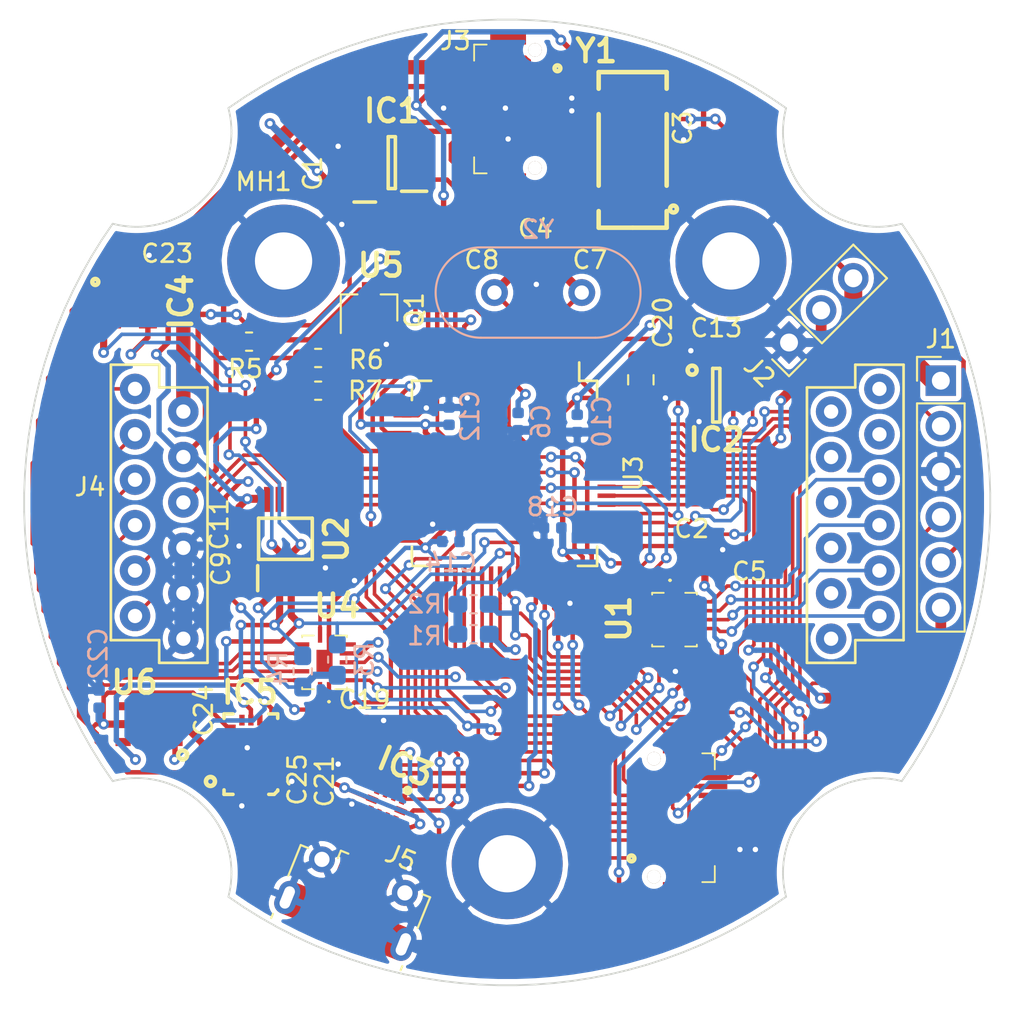
<source format=kicad_pcb>
(kicad_pcb (version 20171130) (host pcbnew "(5.0.0)")
  (layers (0 F.Cu signal) (31 B.Cu signal) (34 B.Paste user) (35 F.Paste user) (36 B.SilkS user) (37 F.SilkS user) (38 B.Mask user) (39 F.Mask user) (44 Edge.Cuts user))
  (net 0 "")
  (net 1 GND)
  (net 2 +BATT)
  (net 3 +3V3_Internal)
  (net 4 "Net-(C3-Pad1)")
  (net 5 "Net-(C4-Pad1)")
  (net 6 VDD)
  (net 7 /NRST)
  (net 8 "Net-(C7-Pad1)")
  (net 9 "Net-(C8-Pad1)")
  (net 10 +3V3)
  (net 11 /V_SENSE_3V3)
  (net 12 /I_SENSE_5V)
  (net 13 /I_SENSE_BATT)
  (net 14 /+VREF)
  (net 15 /FLASH_CS)
  (net 16 /FLASH_MISO)
  (net 17 /FLASH_MOSI)
  (net 18 /FLASH_SCK)
  (net 19 /SW_OPEN)
  (net 20 /D-)
  (net 21 /D+)
  (net 22 /CHG_ALLOWED)
  (net 23 VBUS)
  (net 24 "Net-(IC3-Pad7)")
  (net 25 "Net-(IC3-Pad8)")
  (net 26 /CHG_DETECT)
  (net 27 /IMU/ACC_INT)
  (net 28 "Net-(IC5-Pad2)")
  (net 29 "Net-(IC5-Pad5)")
  (net 30 "Net-(IC5-Pad8)")
  (net 31 /IMU/MAG_INT)
  (net 32 /IMU/GYRO_INT)
  (net 33 "Net-(IC5-Pad15)")
  (net 34 "Net-(IC5-Pad16)")
  (net 35 "Net-(IC5-Pad18)")
  (net 36 "Net-(IC5-Pad19)")
  (net 37 /SWCLK)
  (net 38 /SWDIO)
  (net 39 /SWO)
  (net 40 "Net-(J2-Pad2)")
  (net 41 +5V)
  (net 42 /ISET)
  (net 43 /SCL)
  (net 44 /SDA)
  (net 45 /V_SENSE_5V)
  (net 46 /I_SENSE_3V3)
  (net 47 /CS)
  (net 48 /SDI)
  (net 49 /SDO)
  (net 50 /S_PARACAIDAS)
  (net 51 /SCLK)
  (net 52 /S_GLOBO)
  (net 53 /CHG)
  (net 54 /CHG_DISABLE)
  (net 55 /P1)
  (net 56 /GPOUT)
  (net 57 /GPS_TX)
  (net 58 /EXT_SDO)
  (net 59 /EXT_SDI)
  (net 60 /EXT_SCLK)
  (net 61 /EXT_CS)
  (net 62 /SCL_EXT)
  (net 63 /SDA_EXT)
  (net 64 /EXT_IO0)
  (net 65 /EXT_IO1)
  (net 66 /EXT_IO2)
  (net 67 /EXT_IO3)
  (net 68 "Net-(J4-Pad7)")
  (net 69 "Net-(J4-Pad8)")
  (net 70 "Net-(J4-Pad9)")
  (net 71 "Net-(J4-Pad10)")
  (net 72 "Net-(J4-Pad11)")
  (net 73 "Net-(J4-Pad12)")
  (net 74 "Net-(J5-Pad4)")
  (net 75 "Net-(Q1-Pad1)")
  (net 76 "Net-(Q1-Pad3)")
  (net 77 /SDA_CHG)
  (net 78 /SCL_CHG)
  (net 79 /SWITCH_IO_V)
  (net 80 /IO0)
  (net 81 /IO1)
  (net 82 /IO2)
  (net 83 /IO3)
  (net 84 "Net-(U1-Pad6)")
  (net 85 /IO_EN)
  (net 86 "Net-(U1-Pad9)")
  (net 87 /I2C_EN)
  (net 88 /SPI_BUFFER_EN)
  (net 89 /5V_ENABLE)
  (net 90 /3V_ENABLE)
  (net 91 "Net-(U4-Pad9)")
  (net 92 "Net-(U4-Pad6)")
  (net 93 "Net-(U6-Pad3)")
  (net 94 "Net-(U6-Pad4)")
  (net 95 "Net-(U6-Pad7)")
  (net 96 "Net-(Y1-Pad2)")
  (net 97 "Net-(Y1-Pad3)")
  (net 98 "Net-(J3-Pad41)")
  (net 99 "Net-(J3-Pad42)")
  (net 100 "Net-(J3-Pad43)")
  (net 101 "Net-(J3-Pad44)")
  (net 102 "Net-(U3-Pad30)")
  (net 103 "Net-(U3-Pad26)")
  (net 104 "Net-(U3-Pad23)")
  (net 105 "Net-(U3-Pad50)")
  (net 106 "Net-(J4-Pad2)")
  (net 107 "Net-(J4-Pad1)")
  (module AXTEC:Conector_PCB_B-C_Lado_C (layer F.Cu) (at 0 0)
    (fp_text reference J3 (at -2.8956 -25.8064) (layer F.SilkS))
    (fp_text value Conector_PCB_B-C)
    (pad 22 smd rect (at 7.9 19.3776 90) (size 0.3 1.6) (layers F.Cu F.Paste F.Mask) (net 57 /GPS_TX))
    (pad 23 smd rect (at 7.9 18.8776 90) (size 0.3 1.6) (layers F.Cu F.Paste F.Mask) (net 55 /P1))
    (pad 21 smd rect (at 7.9 19.8776 90) (size 0.3 1.6) (layers F.Cu F.Paste F.Mask) (net 13 /I_SENSE_BATT))
    (pad 24 smd rect (at 7.9 18.3776 90) (size 0.3 1.6) (layers F.Cu F.Paste F.Mask) (net 51 /SCLK))
    (pad 25 smd rect (at 7.9 17.8776 90) (size 0.3 1.6) (layers F.Cu F.Paste F.Mask) (net 47 /CS))
    (pad 26 smd rect (at 7.9 17.3776 90) (size 0.3 1.6) (layers F.Cu F.Paste F.Mask) (net 48 /SDI))
    (pad 27 smd rect (at 7.9 16.8776 90) (size 0.3 1.6) (layers F.Cu F.Paste F.Mask) (net 49 /SDO))
    (pad 35 smd rect (at 11.5 17.3776 90) (size 0.3 1.6) (layers F.Cu F.Paste F.Mask) (net 53 /CHG))
    (pad 39 smd rect (at 11.5 19.3776 90) (size 0.3 1.6) (layers F.Cu F.Paste F.Mask) (net 1 GND))
    (pad 48 thru_hole circle (at 8.2 14.3276 180) (size 0.75 0.75) (drill 0.75) (layers *.Cu *.Mask F.SilkS))
    (pad 34 smd rect (at 11.5 16.8776 90) (size 0.3 1.6) (layers F.Cu F.Paste F.Mask) (net 42 /ISET))
    (pad 37 smd rect (at 11.5 18.3776 90) (size 0.3 1.6) (layers F.Cu F.Paste F.Mask) (net 89 /5V_ENABLE))
    (pad 47 thru_hole circle (at 8.2 20.9276 180) (size 0.75 0.75) (drill 0.75) (layers *.Cu *.Mask F.SilkS))
    (pad 33 smd rect (at 11.5 16.3776 90) (size 0.3 1.6) (layers F.Cu F.Paste F.Mask) (net 54 /CHG_DISABLE))
    (pad 44 smd rect (at 9.7 13.6276 90) (size 0.8 2) (layers F.Cu F.Paste F.Mask) (net 101 "Net-(J3-Pad44)"))
    (pad 36 smd rect (at 11.5 17.8776 90) (size 0.3 1.6) (layers F.Cu F.Paste F.Mask) (net 90 /3V_ENABLE))
    (pad 40 smd rect (at 11.5 19.8776 90) (size 0.3 1.6) (layers F.Cu F.Paste F.Mask) (net 1 GND))
    (pad 32 smd rect (at 11.5 15.8776 90) (size 0.3 1.6) (layers F.Cu F.Paste F.Mask) (net 78 /SCL_CHG))
    (pad 30 smd rect (at 7.9 15.3776 90) (size 0.3 1.6) (layers F.Cu F.Paste F.Mask) (net 56 /GPOUT))
    (pad 31 smd rect (at 11.5 15.3776 90) (size 0.3 1.6) (layers F.Cu F.Paste F.Mask) (net 77 /SDA_CHG))
    (pad 43 smd rect (at 9.7 21.6276 90) (size 0.8 2) (layers F.Cu F.Paste F.Mask) (net 100 "Net-(J3-Pad43)"))
    (pad 38 smd rect (at 11.5 18.8776 90) (size 0.3 1.6) (layers F.Cu F.Paste F.Mask) (net 1 GND))
    (pad 28 smd rect (at 7.9 16.3776 90) (size 0.3 1.6) (layers F.Cu F.Paste F.Mask) (net 50 /S_PARACAIDAS))
    (pad 29 smd rect (at 7.9 15.8776 90) (size 0.3 1.6) (layers F.Cu F.Paste F.Mask) (net 52 /S_GLOBO))
    (pad 2 smd rect (at 1.85 -23.75 270) (size 0.3 1.6) (layers F.Cu F.Paste F.Mask) (net 2 +BATT))
    (pad 3 smd rect (at 1.85 -23.25 270) (size 0.3 1.6) (layers F.Cu F.Paste F.Mask) (net 10 +3V3))
    (pad 1 smd rect (at 1.85 -24.25 270) (size 0.3 1.6) (layers F.Cu F.Paste F.Mask) (net 2 +BATT))
    (pad 4 smd rect (at 1.85 -22.75 270) (size 0.3 1.6) (layers F.Cu F.Paste F.Mask) (net 1 GND))
    (pad 5 smd rect (at 1.85 -22.25 270) (size 0.3 1.6) (layers F.Cu F.Paste F.Mask) (net 1 GND))
    (pad 6 smd rect (at 1.85 -21.75 270) (size 0.3 1.6) (layers F.Cu F.Paste F.Mask) (net 1 GND))
    (pad 7 smd rect (at 1.85 -21.25 270) (size 0.3 1.6) (layers F.Cu F.Paste F.Mask) (net 41 +5V))
    (pad 15 smd rect (at -1.75 -21.75 270) (size 0.3 1.6) (layers F.Cu F.Paste F.Mask) (net 1 GND))
    (pad 19 smd rect (at -1.75 -23.75 270) (size 0.3 1.6) (layers F.Cu F.Paste F.Mask) (net 2 +BATT))
    (pad 46 thru_hole circle (at 1.55 -18.7) (size 0.75 0.75) (drill 0.75) (layers *.Cu *.Mask F.SilkS))
    (pad 14 smd rect (at -1.75 -21.25 270) (size 0.3 1.6) (layers F.Cu F.Paste F.Mask) (net 41 +5V))
    (pad 17 smd rect (at -1.75 -22.75 270) (size 0.3 1.6) (layers F.Cu F.Paste F.Mask) (net 3 +3V3_Internal))
    (pad 45 thru_hole circle (at 1.55 -25.3) (size 0.75 0.75) (drill 0.75) (layers *.Cu *.Mask F.SilkS))
    (pad 13 smd rect (at -1.75 -20.75 270) (size 0.3 1.6) (layers F.Cu F.Paste F.Mask) (net 1 GND))
    (pad 42 smd rect (at 0.05 -18 270) (size 0.8 2) (layers F.Cu F.Paste F.Mask) (net 99 "Net-(J3-Pad42)"))
    (pad 16 smd rect (at -1.75 -22.25 270) (size 0.3 1.6) (layers F.Cu F.Paste F.Mask) (net 1 GND))
    (pad 20 smd rect (at -1.75 -24.25 270) (size 0.3 1.6) (layers F.Cu F.Paste F.Mask) (net 2 +BATT))
    (pad 12 smd rect (at -1.75 -20.25 270) (size 0.3 1.6) (layers F.Cu F.Paste F.Mask) (net 45 /V_SENSE_5V))
    (pad 10 smd rect (at 1.85 -19.75 270) (size 0.3 1.6) (layers F.Cu F.Paste F.Mask) (net 46 /I_SENSE_3V3))
    (pad 11 smd rect (at -1.75 -19.75 270) (size 0.3 1.6) (layers F.Cu F.Paste F.Mask) (net 11 /V_SENSE_3V3))
    (pad 41 smd rect (at 0.05 -26 270) (size 0.8 2) (layers F.Cu F.Paste F.Mask) (net 98 "Net-(J3-Pad41)"))
    (pad 18 smd rect (at -1.75 -23.25 270) (size 0.3 1.6) (layers F.Cu F.Paste F.Mask) (net 10 +3V3))
    (pad 8 smd rect (at 1.85 -20.75 270) (size 0.3 1.6) (layers F.Cu F.Paste F.Mask) (net 1 GND))
    (pad 9 smd rect (at 1.85 -20.25 270) (size 0.3 1.6) (layers F.Cu F.Paste F.Mask) (net 12 /I_SENSE_5V))
  )
  (module SamacSys_Parts:MS5637_1 (layer F.Cu) (at -21.082 -11.2268)
    (fp_text reference IC4 (at 2.8448 0 90) (layer F.SilkS) (effects (font (size 1.27 1.27) (thickness 0.254))))
    (fp_text value MS563702BA03-50 hide)
    (pad 1 smd rect (at -1 -1 90) (size 1 1) (layers F.Cu F.Paste F.Mask) (net 10 +3V3))
    (pad 2 smd rect (at -1 1 90) (size 1 1) (layers F.Cu F.Paste F.Mask) (net 44 /SDA))
    (pad 3 smd rect (at 1 1 90) (size 1 1) (layers F.Cu F.Paste F.Mask) (net 43 /SCL))
    (pad 4 smd rect (at 1 -1 90) (size 1 1) (layers F.Cu F.Paste F.Mask) (net 1 GND))
  )
  (module Capacitor_SMD:C_0402_1005Metric (layer F.Cu) (at 9.8552 -18.796 90)
    (fp_text reference C3 (at 2.1336 -0.0508 90) (layer F.SilkS))
    (fp_text value 4.3pF)
    (pad 2 smd roundrect (at 0.485 0 90) (size 0.59 0.64) (layers F.Cu F.Paste F.Mask) (net 1 GND))
    (pad 1 smd roundrect (at -0.485 0 90) (size 0.59 0.64) (layers F.Cu F.Paste F.Mask) (net 4 "Net-(C3-Pad1)"))
  )
  (module AXTEC:PCB_mayor_diametro (layer F.Cu) (at 0 0)
    (fp_text reference REF** hide)
    (fp_text value PCB_mayor_diametro)
    (fp_line (start -15.499331 -19.751839) (end -15.47029 -19.925613) (layer Edge.Cuts) (width 0.1))
    (fp_line (start -15.860906 -18.576221) (end -15.792569 -18.738779) (layer Edge.Cuts) (width 0.1))
    (fp_line (start -15.417951 -20.452486) (end -15.412231 -20.629477) (layer Edge.Cuts) (width 0.1))
    (fp_line (start -15.473351 -21.518152) (end -15.503795 -21.695616) (layer Edge.Cuts) (width 0.1))
    (fp_line (start -15.449033 -21.340405) (end -15.473351 -21.518152) (layer Edge.Cuts) (width 0.1))
    (fp_line (start -15.540404 -21.87265) (end -15.583218 -22.04911) (layer Edge.Cuts) (width 0.1))
    (fp_line (start -15.44702 -20.100409) (end -15.42956 -20.276082) (layer Edge.Cuts) (width 0.1))
    (fp_line (start -15.418617 -20.984639) (end -15.430801 -21.162519) (layer Edge.Cuts) (width 0.1))
    (fp_line (start -15.620689 -19.238099) (end -15.57457 -19.407937) (layer Edge.Cuts) (width 0.1))
    (fp_line (start -15.534105 -19.579232) (end -15.499331 -19.751839) (layer Edge.Cuts) (width 0.1))
    (fp_line (start -15.41244 -20.80691) (end -15.418617 -20.984639) (layer Edge.Cuts) (width 0.1))
    (fp_line (start -15.792569 -18.738779) (end -15.729728 -18.903375) (layer Edge.Cuts) (width 0.1))
    (fp_line (start -15.42956 -20.276082) (end -15.417951 -20.452486) (layer Edge.Cuts) (width 0.1))
    (fp_line (start -15.503795 -21.695616) (end -15.540404 -21.87265) (layer Edge.Cuts) (width 0.1))
    (fp_line (start -15.57457 -19.407937) (end -15.534105 -19.579232) (layer Edge.Cuts) (width 0.1))
    (fp_line (start -15.729728 -18.903375) (end -15.672421 -19.069863) (layer Edge.Cuts) (width 0.1))
    (fp_line (start -15.430801 -21.162519) (end -15.449033 -21.340405) (layer Edge.Cuts) (width 0.1))
    (fp_line (start -15.934698 -18.415845) (end -15.860906 -18.576221) (layer Edge.Cuts) (width 0.1))
    (fp_line (start -15.412231 -20.629477) (end -15.41244 -20.80691) (layer Edge.Cuts) (width 0.1))
    (fp_line (start -15.47029 -19.925613) (end -15.44702 -20.100409) (layer Edge.Cuts) (width 0.1))
    (fp_line (start -15.672421 -19.069863) (end -15.620689 -19.238099) (layer Edge.Cuts) (width 0.1))
    (fp_line (start -1.583446 -26.953629) (end -2.636968 -26.8712) (layer Edge.Cuts) (width 0.1))
    (fp_line (start -2.636968 -26.8712) (end -3.687321 -26.747557) (layer Edge.Cuts) (width 0.1))
    (fp_line (start 5.773465 -26.376623) (end 4.733248 -26.582696) (layer Edge.Cuts) (width 0.1))
    (fp_line (start 9.851963 -25.140187) (end 8.847228 -25.511118) (layer Edge.Cuts) (width 0.1))
    (fp_line (start 13.737851 -23.244319) (end 12.788872 -23.780108) (layer Edge.Cuts) (width 0.1))
    (fp_line (start 14.669724 -22.667316) (end 13.737851 -23.244319) (layer Edge.Cuts) (width 0.1))
    (fp_line (start 10.84466 -24.728042) (end 9.851963 -25.140187) (layer Edge.Cuts) (width 0.1))
    (fp_line (start 11.824052 -24.274682) (end 10.84466 -24.728042) (layer Edge.Cuts) (width 0.1))
    (fp_line (start -11.824046 -24.274691) (end -12.788865 -23.780118) (layer Edge.Cuts) (width 0.1))
    (fp_line (start 7.831722 -25.840834) (end 6.806711 -26.129336) (layer Edge.Cuts) (width 0.1))
    (fp_line (start -10.844653 -24.72805) (end -11.824046 -24.274691) (layer Edge.Cuts) (width 0.1))
    (fp_line (start -3.687321 -26.747557) (end -4.73324 -26.5827) (layer Edge.Cuts) (width 0.1))
    (fp_line (start -9.851956 -25.140195) (end -10.844653 -24.72805) (layer Edge.Cuts) (width 0.1))
    (fp_line (start -8.84722 -25.511125) (end -9.851956 -25.140195) (layer Edge.Cuts) (width 0.1))
    (fp_line (start -7.831714 -25.84084) (end -8.84722 -25.511125) (layer Edge.Cuts) (width 0.1))
    (fp_line (start -6.806703 -26.129341) (end -7.831714 -25.84084) (layer Edge.Cuts) (width 0.1))
    (fp_line (start 8.847228 -25.511118) (end 7.831722 -25.840834) (layer Edge.Cuts) (width 0.1))
    (fp_line (start -5.773456 -26.376628) (end -6.806703 -26.129341) (layer Edge.Cuts) (width 0.1))
    (fp_line (start 0.528032 -26.994843) (end -0.528024 -26.994843) (layer Edge.Cuts) (width 0.1))
    (fp_line (start 4.733248 -26.582696) (end 3.68733 -26.747554) (layer Edge.Cuts) (width 0.1))
    (fp_line (start -0.528024 -26.994843) (end -1.583446 -26.953629) (layer Edge.Cuts) (width 0.1))
    (fp_line (start -4.73324 -26.5827) (end -5.773456 -26.376628) (layer Edge.Cuts) (width 0.1))
    (fp_line (start 2.636976 -26.871198) (end 1.583455 -26.953628) (layer Edge.Cuts) (width 0.1))
    (fp_line (start 3.68733 -26.747554) (end 2.636976 -26.871198) (layer Edge.Cuts) (width 0.1))
    (fp_line (start 15.583223 -22.049098) (end 14.669724 -22.667316) (layer Edge.Cuts) (width 0.1))
    (fp_line (start 6.806711 -26.129336) (end 5.773465 -26.376623) (layer Edge.Cuts) (width 0.1))
    (fp_line (start 1.583455 -26.953628) (end 0.528032 -26.994843) (layer Edge.Cuts) (width 0.1))
    (fp_line (start 12.788872 -23.780108) (end 11.824052 -24.274682) (layer Edge.Cuts) (width 0.1))
    (fp_line (start -12.788865 -23.780118) (end -13.737845 -23.24433) (layer Edge.Cuts) (width 0.1))
    (fp_line (start 17.949255 -16.188419) (end 18.102212 -16.098495) (layer Edge.Cuts) (width 0.1))
    (fp_line (start 16.716734 -17.228812) (end 16.837858 -17.094609) (layer Edge.Cuts) (width 0.1))
    (fp_line (start 17.651775 -16.384124) (end 17.799061 -16.283642) (layer Edge.Cuts) (width 0.1))
    (fp_line (start 17.228816 -16.71673) (end 17.366507 -16.600707) (layer Edge.Cuts) (width 0.1))
    (fp_line (start 16.837858 -17.094609) (end 16.964044 -16.96404) (layer Edge.Cuts) (width 0.1))
    (fp_line (start 15.430806 -21.162506) (end 15.418621 -20.984626) (layer Edge.Cuts) (width 0.1))
    (fp_line (start 16.600711 -17.366503) (end 16.716734 -17.228812) (layer Edge.Cuts) (width 0.1))
    (fp_line (start 16.188423 -17.949251) (end 16.283646 -17.799057) (layer Edge.Cuts) (width 0.1))
    (fp_line (start 15.934703 -18.415832) (end 16.013912 -18.257784) (layer Edge.Cuts) (width 0.1))
    (fp_line (start 15.574574 -19.407924) (end 15.620693 -19.238086) (layer Edge.Cuts) (width 0.1))
    (fp_line (start 15.540409 -21.872638) (end 15.5038 -21.695604) (layer Edge.Cuts) (width 0.1))
    (fp_line (start 15.470294 -19.9256) (end 15.499336 -19.751826) (layer Edge.Cuts) (width 0.1))
    (fp_line (start 16.098499 -18.102208) (end 16.188423 -17.949251) (layer Edge.Cuts) (width 0.1))
    (fp_line (start 15.86091 -18.576207) (end 15.934703 -18.415832) (layer Edge.Cuts) (width 0.1))
    (fp_line (start 15.583223 -22.049098) (end 15.540409 -21.872638) (layer Edge.Cuts) (width 0.1))
    (fp_line (start 15.412444 -20.806897) (end 15.412235 -20.629465) (layer Edge.Cuts) (width 0.1))
    (fp_line (start -14.669719 -22.667327) (end -15.583218 -22.04911) (layer Edge.Cuts) (width 0.1))
    (fp_line (start 15.729732 -18.903362) (end 15.792573 -18.738766) (layer Edge.Cuts) (width 0.1))
    (fp_line (start 15.447024 -20.100396) (end 15.470294 -19.9256) (layer Edge.Cuts) (width 0.1))
    (fp_line (start 18.257788 -16.013908) (end 18.415836 -15.934699) (layer Edge.Cuts) (width 0.1))
    (fp_line (start 16.964044 -16.96404) (end 17.094613 -16.837854) (layer Edge.Cuts) (width 0.1))
    (fp_line (start 15.417955 -20.452474) (end 15.429565 -20.276069) (layer Edge.Cuts) (width 0.1))
    (fp_line (start 15.499336 -19.751826) (end 15.534109 -19.579219) (layer Edge.Cuts) (width 0.1))
    (fp_line (start 17.507542 -16.489825) (end 17.651775 -16.384124) (layer Edge.Cuts) (width 0.1))
    (fp_line (start 16.489829 -17.507538) (end 16.600711 -17.366503) (layer Edge.Cuts) (width 0.1))
    (fp_line (start 16.384128 -17.651771) (end 16.489829 -17.507538) (layer Edge.Cuts) (width 0.1))
    (fp_line (start 15.672425 -19.06985) (end 15.729732 -18.903362) (layer Edge.Cuts) (width 0.1))
    (fp_line (start 15.418621 -20.984626) (end 15.412444 -20.806897) (layer Edge.Cuts) (width 0.1))
    (fp_line (start 15.412235 -20.629465) (end 15.417955 -20.452474) (layer Edge.Cuts) (width 0.1))
    (fp_line (start 17.799061 -16.283642) (end 17.949255 -16.188419) (layer Edge.Cuts) (width 0.1))
    (fp_line (start 16.283646 -17.799057) (end 16.384128 -17.651771) (layer Edge.Cuts) (width 0.1))
    (fp_line (start 15.449038 -21.340393) (end 15.430806 -21.162506) (layer Edge.Cuts) (width 0.1))
    (fp_line (start 15.473356 -21.51814) (end 15.449038 -21.340393) (layer Edge.Cuts) (width 0.1))
    (fp_line (start 17.094613 -16.837854) (end 17.228816 -16.71673) (layer Edge.Cuts) (width 0.1))
    (fp_line (start 15.534109 -19.579219) (end 15.574574 -19.407924) (layer Edge.Cuts) (width 0.1))
    (fp_line (start 17.366507 -16.600707) (end 17.507542 -16.489825) (layer Edge.Cuts) (width 0.1))
    (fp_line (start 16.013912 -18.257784) (end 16.098499 -18.102208) (layer Edge.Cuts) (width 0.1))
    (fp_line (start 15.792573 -18.738766) (end 15.86091 -18.576207) (layer Edge.Cuts) (width 0.1))
    (fp_line (start 15.620693 -19.238086) (end 15.672425 -19.06985) (layer Edge.Cuts) (width 0.1))
    (fp_line (start 15.429565 -20.276069) (end 15.447024 -20.100396) (layer Edge.Cuts) (width 0.1))
    (fp_line (start -13.737845 -23.24433) (end -14.669719 -22.667327) (layer Edge.Cuts) (width 0.1))
    (fp_line (start 15.5038 -21.695604) (end 15.473356 -21.51814) (layer Edge.Cuts) (width 0.1))
    (fp_line (start 18.73877 -15.792569) (end 18.903366 -15.729728) (layer Edge.Cuts) (width 0.1))
    (fp_line (start 18.576211 -15.860906) (end 18.73877 -15.792569) (layer Edge.Cuts) (width 0.1))
    (fp_line (start 18.415836 -15.934699) (end 18.576211 -15.860906) (layer Edge.Cuts) (width 0.1))
    (fp_line (start 18.102212 -16.098495) (end 18.257788 -16.013908) (layer Edge.Cuts) (width 0.1))
    (fp_line (start -24.274682 -11.824059) (end -24.728042 -10.844667) (layer Edge.Cuts) (width 0.1))
    (fp_line (start -26.129337 -6.806715) (end -26.376625 -5.773468) (layer Edge.Cuts) (width 0.1))
    (fp_line (start -19.407928 15.574578) (end -19.579223 15.534113) (layer Edge.Cuts) (width 0.1))
    (fp_line (start -19.75183 15.49934) (end -19.925604 15.470298) (layer Edge.Cuts) (width 0.1))
    (fp_line (start -21.16251 15.43081) (end -21.340397 15.449042) (layer Edge.Cuts) (width 0.1))
    (fp_line (start -26.376625 -5.773468) (end -26.582697 -4.733251) (layer Edge.Cuts) (width 0.1))
    (fp_line (start -22.049096 -15.583232) (end -22.667314 -14.669733) (layer Edge.Cuts) (width 0.1))
    (fp_line (start -23.780107 -12.788879) (end -24.274682 -11.824059) (layer Edge.Cuts) (width 0.1))
    (fp_line (start -21.340397 15.449042) (end -21.518144 15.47336) (layer Edge.Cuts) (width 0.1))
    (fp_line (start -19.579223 15.534113) (end -19.75183 15.49934) (layer Edge.Cuts) (width 0.1))
    (fp_line (start -22.667314 -14.669733) (end -23.244318 -13.737859) (layer Edge.Cuts) (width 0.1))
    (fp_line (start -26.12934 6.806708) (end -25.840838 7.831719) (layer Edge.Cuts) (width 0.1))
    (fp_line (start -26.871201 2.63697) (end -26.747557 3.687324) (layer Edge.Cuts) (width 0.1))
    (fp_line (start -26.953629 -1.583455) (end -26.994844 -0.528032) (layer Edge.Cuts) (width 0.1))
    (fp_line (start -21.872642 15.540413) (end -22.049102 15.583227) (layer Edge.Cuts) (width 0.1))
    (fp_line (start -26.582697 -4.733251) (end -26.747556 -3.687332) (layer Edge.Cuts) (width 0.1))
    (fp_line (start -23.244318 -13.737859) (end -23.780107 -12.788879) (layer Edge.Cuts) (width 0.1))
    (fp_line (start -20.452478 15.417959) (end -20.629469 15.412239) (layer Edge.Cuts) (width 0.1))
    (fp_line (start -19.069854 15.672429) (end -19.23809 15.620697) (layer Edge.Cuts) (width 0.1))
    (fp_line (start -25.140188 -9.851969) (end -25.511119 -8.847233) (layer Edge.Cuts) (width 0.1))
    (fp_line (start -24.728042 -10.844667) (end -25.140188 -9.851969) (layer Edge.Cuts) (width 0.1))
    (fp_line (start -18.576211 15.860914) (end -18.73877 15.792577) (layer Edge.Cuts) (width 0.1))
    (fp_line (start -20.276073 15.429569) (end -20.452478 15.417959) (layer Edge.Cuts) (width 0.1))
    (fp_line (start -21.695608 15.503804) (end -21.872642 15.540413) (layer Edge.Cuts) (width 0.1))
    (fp_line (start -25.511119 -8.847233) (end -25.840835 -7.831726) (layer Edge.Cuts) (width 0.1))
    (fp_line (start -20.629469 15.412239) (end -20.806901 15.412448) (layer Edge.Cuts) (width 0.1))
    (fp_line (start -20.806901 15.412448) (end -20.98463 15.418625) (layer Edge.Cuts) (width 0.1))
    (fp_line (start -18.73877 15.792577) (end -18.903366 15.729736) (layer Edge.Cuts) (width 0.1))
    (fp_line (start -26.95363 1.583448) (end -26.871201 2.63697) (layer Edge.Cuts) (width 0.1))
    (fp_line (start -25.140191 9.851962) (end -24.728046 10.84466) (layer Edge.Cuts) (width 0.1))
    (fp_line (start -25.840838 7.831719) (end -25.511122 8.847226) (layer Edge.Cuts) (width 0.1))
    (fp_line (start -19.23809 15.620697) (end -19.407928 15.574578) (layer Edge.Cuts) (width 0.1))
    (fp_line (start -18.903366 15.729736) (end -19.069854 15.672429) (layer Edge.Cuts) (width 0.1))
    (fp_line (start -26.8712 -2.636977) (end -26.953629 -1.583455) (layer Edge.Cuts) (width 0.1))
    (fp_line (start -26.582699 4.733244) (end -26.376627 5.773461) (layer Edge.Cuts) (width 0.1))
    (fp_line (start -25.840835 -7.831726) (end -26.129337 -6.806715) (layer Edge.Cuts) (width 0.1))
    (fp_line (start -20.98463 15.418625) (end -21.16251 15.43081) (layer Edge.Cuts) (width 0.1))
    (fp_line (start -19.925604 15.470298) (end -20.1004 15.447028) (layer Edge.Cuts) (width 0.1))
    (fp_line (start -26.376627 5.773461) (end -26.12934 6.806708) (layer Edge.Cuts) (width 0.1))
    (fp_line (start -26.994844 0.528025) (end -26.95363 1.583448) (layer Edge.Cuts) (width 0.1))
    (fp_line (start -21.518144 15.47336) (end -21.695608 15.503804) (layer Edge.Cuts) (width 0.1))
    (fp_line (start -25.511122 8.847226) (end -25.140191 9.851962) (layer Edge.Cuts) (width 0.1))
    (fp_line (start -26.747557 3.687324) (end -26.582699 4.733244) (layer Edge.Cuts) (width 0.1))
    (fp_line (start -20.1004 15.447028) (end -20.276073 15.429569) (layer Edge.Cuts) (width 0.1))
    (fp_line (start -26.994844 -0.528032) (end -26.994844 0.528025) (layer Edge.Cuts) (width 0.1))
    (fp_line (start -26.747556 -3.687332) (end -26.8712 -2.636977) (layer Edge.Cuts) (width 0.1))
    (fp_line (start -16.013908 -18.257797) (end -15.934698 -18.415845) (layer Edge.Cuts) (width 0.1))
    (fp_line (start -19.069849 -15.672436) (end -18.903361 -15.729742) (layer Edge.Cuts) (width 0.1))
    (fp_line (start -16.098495 -18.102222) (end -16.013908 -18.257797) (layer Edge.Cuts) (width 0.1))
    (fp_line (start -16.188419 -17.949265) (end -16.098495 -18.102222) (layer Edge.Cuts) (width 0.1))
    (fp_line (start -19.238085 -15.620704) (end -19.069849 -15.672436) (layer Edge.Cuts) (width 0.1))
    (fp_line (start -19.579218 -15.534119) (end -19.407923 -15.574585) (layer Edge.Cuts) (width 0.1))
    (fp_line (start -17.094609 -16.837868) (end -16.96404 -16.964054) (layer Edge.Cuts) (width 0.1))
    (fp_line (start -16.283642 -17.79907) (end -16.188419 -17.949265) (layer Edge.Cuts) (width 0.1))
    (fp_line (start -16.384124 -17.651784) (end -16.283642 -17.79907) (layer Edge.Cuts) (width 0.1))
    (fp_line (start -21.340391 -15.449047) (end -21.162504 -15.430816) (layer Edge.Cuts) (width 0.1))
    (fp_line (start -23.780112 12.788873) (end -23.244323 13.737854) (layer Edge.Cuts) (width 0.1))
    (fp_line (start -16.489825 -17.507551) (end -16.384124 -17.651784) (layer Edge.Cuts) (width 0.1))
    (fp_line (start -20.629463 -15.412246) (end -20.452472 -15.417966) (layer Edge.Cuts) (width 0.1))
    (fp_line (start -16.71673 -17.228826) (end -16.600707 -17.366517) (layer Edge.Cuts) (width 0.1))
    (fp_line (start -16.837854 -17.094623) (end -16.71673 -17.228826) (layer Edge.Cuts) (width 0.1))
    (fp_line (start -21.872636 -15.540418) (end -21.695602 -15.503809) (layer Edge.Cuts) (width 0.1))
    (fp_line (start -24.728046 10.84466) (end -24.274687 11.824053) (layer Edge.Cuts) (width 0.1))
    (fp_line (start -19.407923 -15.574585) (end -19.238085 -15.620704) (layer Edge.Cuts) (width 0.1))
    (fp_line (start -21.695602 -15.503809) (end -21.518138 -15.473365) (layer Edge.Cuts) (width 0.1))
    (fp_line (start -20.452472 -15.417966) (end -20.276068 -15.429575) (layer Edge.Cuts) (width 0.1))
    (fp_line (start -16.96404 -16.964054) (end -16.837854 -17.094623) (layer Edge.Cuts) (width 0.1))
    (fp_line (start -17.507537 -16.48984) (end -17.366503 -16.600721) (layer Edge.Cuts) (width 0.1))
    (fp_line (start -17.799056 -16.283656) (end -17.65177 -16.384138) (layer Edge.Cuts) (width 0.1))
    (fp_line (start -17.366503 -16.600721) (end -17.228812 -16.716744) (layer Edge.Cuts) (width 0.1))
    (fp_line (start -21.162504 -15.430816) (end -20.984624 -15.418631) (layer Edge.Cuts) (width 0.1))
    (fp_line (start -17.228812 -16.716744) (end -17.094609 -16.837868) (layer Edge.Cuts) (width 0.1))
    (fp_line (start -22.66732 14.669727) (end -22.049102 15.583227) (layer Edge.Cuts) (width 0.1))
    (fp_line (start -17.94925 -16.188434) (end -17.799056 -16.283656) (layer Edge.Cuts) (width 0.1))
    (fp_line (start -18.257783 -16.013923) (end -18.102208 -16.098509) (layer Edge.Cuts) (width 0.1))
    (fp_line (start -18.576206 -15.86092) (end -18.415831 -15.934713) (layer Edge.Cuts) (width 0.1))
    (fp_line (start -21.518138 -15.473365) (end -21.340391 -15.449047) (layer Edge.Cuts) (width 0.1))
    (fp_line (start -19.925599 -15.470305) (end -19.751825 -15.499346) (layer Edge.Cuts) (width 0.1))
    (fp_line (start -20.806895 -15.412454) (end -20.629463 -15.412246) (layer Edge.Cuts) (width 0.1))
    (fp_line (start -24.274687 11.824053) (end -23.780112 12.788873) (layer Edge.Cuts) (width 0.1))
    (fp_line (start -19.751825 -15.499346) (end -19.579218 -15.534119) (layer Edge.Cuts) (width 0.1))
    (fp_line (start -18.738765 -15.792584) (end -18.576206 -15.86092) (layer Edge.Cuts) (width 0.1))
    (fp_line (start -17.65177 -16.384138) (end -17.507537 -16.48984) (layer Edge.Cuts) (width 0.1))
    (fp_line (start -18.415831 -15.934713) (end -18.257783 -16.013923) (layer Edge.Cuts) (width 0.1))
    (fp_line (start -18.903361 -15.729742) (end -18.738765 -15.792584) (layer Edge.Cuts) (width 0.1))
    (fp_line (start -20.276068 -15.429575) (end -20.100395 -15.447035) (layer Edge.Cuts) (width 0.1))
    (fp_line (start -22.049096 -15.583232) (end -21.872636 -15.540418) (layer Edge.Cuts) (width 0.1))
    (fp_line (start -23.244323 13.737854) (end -22.66732 14.669727) (layer Edge.Cuts) (width 0.1))
    (fp_line (start -20.984624 -15.418631) (end -20.806895 -15.412454) (layer Edge.Cuts) (width 0.1))
    (fp_line (start -16.600707 -17.366517) (end -16.489825 -17.507551) (layer Edge.Cuts) (width 0.1))
    (fp_line (start -18.102208 -16.098509) (end -17.94925 -16.188434) (layer Edge.Cuts) (width 0.1))
    (fp_line (start -20.100395 -15.447035) (end -19.925599 -15.470305) (layer Edge.Cuts) (width 0.1))
    (fp_line (start -18.102212 16.098503) (end -18.257788 16.013916) (layer Edge.Cuts) (width 0.1))
    (fp_line (start -15.620693 19.238094) (end -15.672425 19.069858) (layer Edge.Cuts) (width 0.1))
    (fp_line (start -17.799061 16.28365) (end -17.949255 16.188427) (layer Edge.Cuts) (width 0.1))
    (fp_line (start -16.964044 16.964048) (end -17.094613 16.837862) (layer Edge.Cuts) (width 0.1))
    (fp_line (start -15.729732 18.90337) (end -15.792573 18.738774) (layer Edge.Cuts) (width 0.1))
    (fp_line (start -17.651775 16.384132) (end -17.799061 16.28365) (layer Edge.Cuts) (width 0.1))
    (fp_line (start -16.600711 17.366511) (end -16.716734 17.22882) (layer Edge.Cuts) (width 0.1))
    (fp_line (start -15.86091 18.576215) (end -15.934703 18.41584) (layer Edge.Cuts) (width 0.1))
    (fp_line (start -17.366507 16.600715) (end -17.507542 16.489833) (layer Edge.Cuts) (width 0.1))
    (fp_line (start -16.489829 17.507546) (end -16.600711 17.366511) (layer Edge.Cuts) (width 0.1))
    (fp_line (start -16.013912 18.257792) (end -16.098499 18.102216) (layer Edge.Cuts) (width 0.1))
    (fp_line (start -16.098499 18.102216) (end -16.188423 17.949259) (layer Edge.Cuts) (width 0.1))
    (fp_line (start -15.574574 19.407932) (end -15.620693 19.238094) (layer Edge.Cuts) (width 0.1))
    (fp_line (start -17.094613 16.837862) (end -17.228816 16.716738) (layer Edge.Cuts) (width 0.1))
    (fp_line (start -16.283646 17.799065) (end -16.384128 17.651779) (layer Edge.Cuts) (width 0.1))
    (fp_line (start -16.384128 17.651779) (end -16.489829 17.507546) (layer Edge.Cuts) (width 0.1))
    (fp_line (start -15.672425 19.069858) (end -15.729732 18.90337) (layer Edge.Cuts) (width 0.1))
    (fp_line (start -15.534109 19.579227) (end -15.574574 19.407932) (layer Edge.Cuts) (width 0.1))
    (fp_line (start -16.188423 17.949259) (end -16.283646 17.799065) (layer Edge.Cuts) (width 0.1))
    (fp_line (start -15.934703 18.41584) (end -16.013912 18.257792) (layer Edge.Cuts) (width 0.1))
    (fp_line (start -17.507542 16.489833) (end -17.651775 16.384132) (layer Edge.Cuts) (width 0.1))
    (fp_line (start -16.716734 17.22882) (end -16.837858 17.094617) (layer Edge.Cuts) (width 0.1))
    (fp_line (start -18.415836 15.934707) (end -18.576211 15.860914) (layer Edge.Cuts) (width 0.1))
    (fp_line (start -17.949255 16.188427) (end -18.102212 16.098503) (layer Edge.Cuts) (width 0.1))
    (fp_line (start -18.257788 16.013916) (end -18.415836 15.934707) (layer Edge.Cuts) (width 0.1))
    (fp_line (start -17.228816 16.716738) (end -17.366507 16.600715) (layer Edge.Cuts) (width 0.1))
    (fp_line (start -16.837858 17.094617) (end -16.964044 16.964048) (layer Edge.Cuts) (width 0.1))
    (fp_line (start -15.792573 18.738774) (end -15.86091 18.576215) (layer Edge.Cuts) (width 0.1))
    (fp_line (start 3.687336 26.74756) (end 4.733255 26.582701) (layer Edge.Cuts) (width 0.1))
    (fp_line (start -15.412444 20.806905) (end -15.412235 20.629473) (layer Edge.Cuts) (width 0.1))
    (fp_line (start -10.844656 24.72805) (end -9.851958 25.140195) (layer Edge.Cuts) (width 0.1))
    (fp_line (start 13.737863 23.244322) (end 14.669737 22.667318) (layer Edge.Cuts) (width 0.1))
    (fp_line (start 5.773472 26.376629) (end 6.806719 26.129341) (layer Edge.Cuts) (width 0.1))
    (fp_line (start -15.418621 20.984634) (end -15.412444 20.806905) (layer Edge.Cuts) (width 0.1))
    (fp_line (start -15.430806 21.162514) (end -15.418621 20.984634) (layer Edge.Cuts) (width 0.1))
    (fp_line (start -15.583223 22.049106) (end -15.540409 21.872646) (layer Edge.Cuts) (width 0.1))
    (fp_line (start 14.669737 22.667318) (end 15.583236 22.0491) (layer Edge.Cuts) (width 0.1))
    (fp_line (start -8.847222 25.511126) (end -7.831715 25.840842) (layer Edge.Cuts) (width 0.1))
    (fp_line (start 4.733255 26.582701) (end 5.773472 26.376629) (layer Edge.Cuts) (width 0.1))
    (fp_line (start 1.583459 26.953633) (end 2.636981 26.871204) (layer Edge.Cuts) (width 0.1))
    (fp_line (start 15.473369 21.518142) (end 15.503813 21.695606) (layer Edge.Cuts) (width 0.1))
    (fp_line (start 15.792588 18.738769) (end 15.729746 18.903365) (layer Edge.Cuts) (width 0.1))
    (fp_line (start 15.534123 19.579222) (end 15.49935 19.751829) (layer Edge.Cuts) (width 0.1))
    (fp_line (start 15.620708 19.238089) (end 15.574589 19.407927) (layer Edge.Cuts) (width 0.1))
    (fp_line (start 15.41225 20.629467) (end 15.412458 20.806899) (layer Edge.Cuts) (width 0.1))
    (fp_line (start -15.473356 21.518148) (end -15.449038 21.340401) (layer Edge.Cuts) (width 0.1))
    (fp_line (start 15.41797 20.452476) (end 15.41225 20.629467) (layer Edge.Cuts) (width 0.1))
    (fp_line (start -6.806704 26.129344) (end -5.773457 26.376631) (layer Edge.Cuts) (width 0.1))
    (fp_line (start -15.412235 20.629473) (end -15.417955 20.452482) (layer Edge.Cuts) (width 0.1))
    (fp_line (start 15.418635 20.984628) (end 15.43082 21.162508) (layer Edge.Cuts) (width 0.1))
    (fp_line (start 7.83173 25.840839) (end 8.847237 25.511123) (layer Edge.Cuts) (width 0.1))
    (fp_line (start -4.73324 26.582703) (end -3.68732 26.747561) (layer Edge.Cuts) (width 0.1))
    (fp_line (start -13.73785 23.244327) (end -12.788869 23.780116) (layer Edge.Cuts) (width 0.1))
    (fp_line (start 15.43082 21.162508) (end 15.449051 21.340395) (layer Edge.Cuts) (width 0.1))
    (fp_line (start 15.447039 20.100399) (end 15.429579 20.276072) (layer Edge.Cuts) (width 0.1))
    (fp_line (start -15.449038 21.340401) (end -15.430806 21.162514) (layer Edge.Cuts) (width 0.1))
    (fp_line (start -11.824049 24.274691) (end -10.844656 24.72805) (layer Edge.Cuts) (width 0.1))
    (fp_line (start 8.847237 25.511123) (end 9.851973 25.140192) (layer Edge.Cuts) (width 0.1))
    (fp_line (start 0.528036 26.994848) (end 1.583459 26.953633) (layer Edge.Cuts) (width 0.1))
    (fp_line (start -3.68732 26.747561) (end -2.636966 26.871205) (layer Edge.Cuts) (width 0.1))
    (fp_line (start -15.5038 21.695612) (end -15.473356 21.518148) (layer Edge.Cuts) (width 0.1))
    (fp_line (start 15.503813 21.695606) (end 15.540422 21.87264) (layer Edge.Cuts) (width 0.1))
    (fp_line (start -1.583444 26.953634) (end -0.528021 26.994848) (layer Edge.Cuts) (width 0.1))
    (fp_line (start -15.583223 22.049106) (end -14.669723 22.667324) (layer Edge.Cuts) (width 0.1))
    (fp_line (start 15.470309 19.925603) (end 15.447039 20.100399) (layer Edge.Cuts) (width 0.1))
    (fp_line (start -15.540409 21.872646) (end -15.5038 21.695612) (layer Edge.Cuts) (width 0.1))
    (fp_line (start -9.851958 25.140195) (end -8.847222 25.511126) (layer Edge.Cuts) (width 0.1))
    (fp_line (start 12.788883 23.780111) (end 13.737863 23.244322) (layer Edge.Cuts) (width 0.1))
    (fp_line (start -12.788869 23.780116) (end -11.824049 24.274691) (layer Edge.Cuts) (width 0.1))
    (fp_line (start -0.528021 26.994848) (end 0.528036 26.994848) (layer Edge.Cuts) (width 0.1))
    (fp_line (start 15.449051 21.340395) (end 15.473369 21.518142) (layer Edge.Cuts) (width 0.1))
    (fp_line (start -2.636966 26.871205) (end -1.583444 26.953634) (layer Edge.Cuts) (width 0.1))
    (fp_line (start -14.669723 22.667324) (end -13.73785 23.244327) (layer Edge.Cuts) (width 0.1))
    (fp_line (start -5.773457 26.376631) (end -4.73324 26.582703) (layer Edge.Cuts) (width 0.1))
    (fp_line (start 15.574589 19.407927) (end 15.534123 19.579222) (layer Edge.Cuts) (width 0.1))
    (fp_line (start 10.844671 24.728046) (end 11.824063 24.274686) (layer Edge.Cuts) (width 0.1))
    (fp_line (start -15.499336 19.751834) (end -15.534109 19.579227) (layer Edge.Cuts) (width 0.1))
    (fp_line (start 6.806719 26.129341) (end 7.83173 25.840839) (layer Edge.Cuts) (width 0.1))
    (fp_line (start 2.636981 26.871204) (end 3.687336 26.74756) (layer Edge.Cuts) (width 0.1))
    (fp_line (start -15.470294 19.925608) (end -15.499336 19.751834) (layer Edge.Cuts) (width 0.1))
    (fp_line (start -15.447024 20.100404) (end -15.470294 19.925608) (layer Edge.Cuts) (width 0.1))
    (fp_line (start 9.851973 25.140192) (end 10.844671 24.728046) (layer Edge.Cuts) (width 0.1))
    (fp_line (start 11.824063 24.274686) (end 12.788883 23.780111) (layer Edge.Cuts) (width 0.1))
    (fp_line (start 15.412458 20.806899) (end 15.418635 20.984628) (layer Edge.Cuts) (width 0.1))
    (fp_line (start 15.429579 20.276072) (end 15.41797 20.452476) (layer Edge.Cuts) (width 0.1))
    (fp_line (start 15.49935 19.751829) (end 15.470309 19.925603) (layer Edge.Cuts) (width 0.1))
    (fp_line (start 15.540422 21.87264) (end 15.583236 22.0491) (layer Edge.Cuts) (width 0.1))
    (fp_line (start -15.429565 20.276077) (end -15.447024 20.100404) (layer Edge.Cuts) (width 0.1))
    (fp_line (start 15.67244 19.069853) (end 15.620708 19.238089) (layer Edge.Cuts) (width 0.1))
    (fp_line (start 15.729746 18.903365) (end 15.67244 19.069853) (layer Edge.Cuts) (width 0.1))
    (fp_line (start -7.831715 25.840842) (end -6.806704 26.129344) (layer Edge.Cuts) (width 0.1))
    (fp_line (start -15.417955 20.452482) (end -15.429565 20.276077) (layer Edge.Cuts) (width 0.1))
    (fp_line (start 16.098513 18.102212) (end 16.013927 18.257787) (layer Edge.Cuts) (width 0.1))
    (fp_line (start 16.489844 17.507541) (end 16.384142 17.651774) (layer Edge.Cuts) (width 0.1))
    (fp_line (start 16.600725 17.366507) (end 16.489844 17.507541) (layer Edge.Cuts) (width 0.1))
    (fp_line (start 16.716748 17.228816) (end 16.600725 17.366507) (layer Edge.Cuts) (width 0.1))
    (fp_line (start 16.964058 16.964044) (end 16.837872 17.094613) (layer Edge.Cuts) (width 0.1))
    (fp_line (start 18.257801 16.013912) (end 18.102226 16.098499) (layer Edge.Cuts) (width 0.1))
    (fp_line (start 18.738783 15.792573) (end 18.576225 15.86091) (layer Edge.Cuts) (width 0.1))
    (fp_line (start 17.366521 16.600711) (end 17.22883 16.716734) (layer Edge.Cuts) (width 0.1))
    (fp_line (start 17.507555 16.489829) (end 17.366521 16.600711) (layer Edge.Cuts) (width 0.1))
    (fp_line (start 17.094627 16.837858) (end 16.964058 16.964044) (layer Edge.Cuts) (width 0.1))
    (fp_line (start 17.799074 16.283646) (end 17.651788 16.384128) (layer Edge.Cuts) (width 0.1))
    (fp_line (start 18.903379 15.729732) (end 18.738783 15.792573) (layer Edge.Cuts) (width 0.1))
    (fp_line (start 19.238103 15.620693) (end 19.069867 15.672425) (layer Edge.Cuts) (width 0.1))
    (fp_line (start 18.576225 15.86091) (end 18.415849 15.934702) (layer Edge.Cuts) (width 0.1))
    (fp_line (start 16.013927 18.257787) (end 15.934717 18.415835) (layer Edge.Cuts) (width 0.1))
    (fp_line (start 16.188438 17.949254) (end 16.098513 18.102212) (layer Edge.Cuts) (width 0.1))
    (fp_line (start 17.949269 16.188423) (end 17.799074 16.283646) (layer Edge.Cuts) (width 0.1))
    (fp_line (start 19.407941 15.574574) (end 19.238103 15.620693) (layer Edge.Cuts) (width 0.1))
    (fp_line (start 16.28366 17.79906) (end 16.188438 17.949254) (layer Edge.Cuts) (width 0.1))
    (fp_line (start 16.384142 17.651774) (end 16.28366 17.79906) (layer Edge.Cuts) (width 0.1))
    (fp_line (start 18.415849 15.934702) (end 18.257801 16.013912) (layer Edge.Cuts) (width 0.1))
    (fp_line (start 16.837872 17.094613) (end 16.716748 17.228816) (layer Edge.Cuts) (width 0.1))
    (fp_line (start 17.22883 16.716734) (end 17.094627 16.837858) (layer Edge.Cuts) (width 0.1))
    (fp_line (start 17.651788 16.384128) (end 17.507555 16.489829) (layer Edge.Cuts) (width 0.1))
    (fp_line (start 18.102226 16.098499) (end 17.949269 16.188423) (layer Edge.Cuts) (width 0.1))
    (fp_line (start 19.069867 15.672425) (end 18.903379 15.729732) (layer Edge.Cuts) (width 0.1))
    (fp_line (start 15.860924 18.57621) (end 15.792588 18.738769) (layer Edge.Cuts) (width 0.1))
    (fp_line (start 15.934717 18.415835) (end 15.860924 18.57621) (layer Edge.Cuts) (width 0.1))
    (fp_line (start 19.751843 15.499335) (end 19.579236 15.534109) (layer Edge.Cuts) (width 0.1))
    (fp_line (start 19.925617 15.470294) (end 19.751843 15.499335) (layer Edge.Cuts) (width 0.1))
    (fp_line (start 20.100413 15.447024) (end 19.925617 15.470294) (layer Edge.Cuts) (width 0.1))
    (fp_line (start 20.98463 -15.418617) (end 21.16251 -15.430802) (layer Edge.Cuts) (width 0.1))
    (fp_line (start 20.276086 15.429564) (end 20.100413 15.447024) (layer Edge.Cuts) (width 0.1))
    (fp_line (start 20.45249 15.417955) (end 20.276086 15.429564) (layer Edge.Cuts) (width 0.1))
    (fp_line (start 23.244334 13.737849) (end 23.780122 12.788869) (layer Edge.Cuts) (width 0.1))
    (fp_line (start 26.747558 -3.687326) (end 26.5827 -4.733244) (layer Edge.Cuts) (width 0.1))
    (fp_line (start 20.452478 -15.417951) (end 20.629469 -15.412231) (layer Edge.Cuts) (width 0.1))
    (fp_line (start 20.806901 -15.41244) (end 20.98463 -15.418617) (layer Edge.Cuts) (width 0.1))
    (fp_line (start 25.140191 -9.851959) (end 24.728046 -10.844656) (layer Edge.Cuts) (width 0.1))
    (fp_line (start 23.780122 12.788869) (end 24.274695 11.82405) (layer Edge.Cuts) (width 0.1))
    (fp_line (start 20.629481 15.412235) (end 20.45249 15.417955) (layer Edge.Cuts) (width 0.1))
    (fp_line (start 20.806914 15.412444) (end 20.629481 15.412235) (layer Edge.Cuts) (width 0.1))
    (fp_line (start 21.162523 15.430805) (end 20.984643 15.418621) (layer Edge.Cuts) (width 0.1))
    (fp_line (start 21.69562 15.503799) (end 21.518156 15.473355) (layer Edge.Cuts) (width 0.1))
    (fp_line (start 24.274686 -11.824048) (end 23.780112 -12.788868) (layer Edge.Cuts) (width 0.1))
    (fp_line (start 19.407928 -15.57457) (end 19.579223 -15.534105) (layer Edge.Cuts) (width 0.1))
    (fp_line (start 26.376632 5.77346) (end 26.582704 4.733244) (layer Edge.Cuts) (width 0.1))
    (fp_line (start 25.140199 9.85196) (end 25.511129 8.847224) (layer Edge.Cuts) (width 0.1))
    (fp_line (start 26.953632 -1.583451) (end 26.871202 -2.636972) (layer Edge.Cuts) (width 0.1))
    (fp_line (start 23.780112 -12.788868) (end 23.244323 -13.737847) (layer Edge.Cuts) (width 0.1))
    (fp_line (start 25.840838 -7.831718) (end 25.511122 -8.847224) (layer Edge.Cuts) (width 0.1))
    (fp_line (start 24.728046 -10.844656) (end 24.274686 -11.824048) (layer Edge.Cuts) (width 0.1))
    (fp_line (start 26.376627 -5.773461) (end 26.12934 -6.806707) (layer Edge.Cuts) (width 0.1))
    (fp_line (start 26.5827 -4.733244) (end 26.376627 -5.773461) (layer Edge.Cuts) (width 0.1))
    (fp_line (start 19.579223 -15.534105) (end 19.75183 -15.499332) (layer Edge.Cuts) (width 0.1))
    (fp_line (start 20.629469 -15.412231) (end 20.806901 -15.41244) (layer Edge.Cuts) (width 0.1))
    (fp_line (start 26.994847 -0.528028) (end 26.953632 -1.583451) (layer Edge.Cuts) (width 0.1))
    (fp_line (start 26.994847 0.528028) (end 26.994847 -0.528028) (layer Edge.Cuts) (width 0.1))
    (fp_line (start 26.871202 -2.636972) (end 26.747558 -3.687326) (layer Edge.Cuts) (width 0.1))
    (fp_line (start 26.871204 2.636972) (end 26.953633 1.58345) (layer Edge.Cuts) (width 0.1))
    (fp_line (start 24.728054 10.844657) (end 25.140199 9.85196) (layer Edge.Cuts) (width 0.1))
    (fp_line (start 18.903366 -15.729728) (end 19.069854 -15.672421) (layer Edge.Cuts) (width 0.1))
    (fp_line (start 20.984643 15.418621) (end 20.806914 15.412444) (layer Edge.Cuts) (width 0.1))
    (fp_line (start 21.872654 15.540408) (end 21.69562 15.503799) (layer Edge.Cuts) (width 0.1))
    (fp_line (start 22.049114 15.583222) (end 21.872654 15.540408) (layer Edge.Cuts) (width 0.1))
    (fp_line (start 22.049114 15.583222) (end 22.667331 14.669723) (layer Edge.Cuts) (width 0.1))
    (fp_line (start 25.511129 8.847224) (end 25.840844 7.831718) (layer Edge.Cuts) (width 0.1))
    (fp_line (start 21.340409 15.449037) (end 21.162523 15.430805) (layer Edge.Cuts) (width 0.1))
    (fp_line (start 21.518156 15.473355) (end 21.340409 15.449037) (layer Edge.Cuts) (width 0.1))
    (fp_line (start 22.66732 -14.66972) (end 22.049102 -15.583219) (layer Edge.Cuts) (width 0.1))
    (fp_line (start 23.244323 -13.737847) (end 22.66732 -14.66972) (layer Edge.Cuts) (width 0.1))
    (fp_line (start 26.747561 3.687325) (end 26.871204 2.636972) (layer Edge.Cuts) (width 0.1))
    (fp_line (start 26.582704 4.733244) (end 26.747561 3.687325) (layer Edge.Cuts) (width 0.1))
    (fp_line (start 19.23809 -15.620689) (end 19.407928 -15.57457) (layer Edge.Cuts) (width 0.1))
    (fp_line (start 21.872642 -15.540405) (end 22.049102 -15.583219) (layer Edge.Cuts) (width 0.1))
    (fp_line (start 20.1004 -15.44702) (end 20.276073 -15.429561) (layer Edge.Cuts) (width 0.1))
    (fp_line (start 21.518144 -15.473352) (end 21.695608 -15.503796) (layer Edge.Cuts) (width 0.1))
    (fp_line (start 20.276073 -15.429561) (end 20.452478 -15.417951) (layer Edge.Cuts) (width 0.1))
    (fp_line (start 21.340397 -15.449034) (end 21.518144 -15.473352) (layer Edge.Cuts) (width 0.1))
    (fp_line (start 25.511122 -8.847224) (end 25.140191 -9.851959) (layer Edge.Cuts) (width 0.1))
    (fp_line (start 22.667331 14.669723) (end 23.244334 13.737849) (layer Edge.Cuts) (width 0.1))
    (fp_line (start 26.12934 -6.806707) (end 25.840838 -7.831718) (layer Edge.Cuts) (width 0.1))
    (fp_line (start 26.953633 1.58345) (end 26.994847 0.528028) (layer Edge.Cuts) (width 0.1))
    (fp_line (start 19.75183 -15.499332) (end 19.925604 -15.47029) (layer Edge.Cuts) (width 0.1))
    (fp_line (start 24.274695 11.82405) (end 24.728054 10.844657) (layer Edge.Cuts) (width 0.1))
    (fp_line (start 21.695608 -15.503796) (end 21.872642 -15.540405) (layer Edge.Cuts) (width 0.1))
    (fp_line (start 19.069854 -15.672421) (end 19.23809 -15.620689) (layer Edge.Cuts) (width 0.1))
    (fp_line (start 25.840844 7.831718) (end 26.129345 6.806707) (layer Edge.Cuts) (width 0.1))
    (fp_line (start 21.16251 -15.430802) (end 21.340397 -15.449034) (layer Edge.Cuts) (width 0.1))
    (fp_line (start 19.579236 15.534109) (end 19.407941 15.574574) (layer Edge.Cuts) (width 0.1))
    (fp_line (start 26.129345 6.806707) (end 26.376632 5.77346) (layer Edge.Cuts) (width 0.1))
    (fp_line (start 19.925604 -15.47029) (end 20.1004 -15.44702) (layer Edge.Cuts) (width 0.1))
  )
  (module Capacitor_SMD:C_0402_1005Metric (layer F.Cu) (at 11.684 -8.4836)
    (fp_text reference C13 (at 0 -1.27) (layer F.SilkS))
    (fp_text value 1uF)
    (pad 2 smd roundrect (at 0.485 0) (size 0.59 0.64) (layers F.Cu F.Paste F.Mask) (net 3 +3V3_Internal))
    (pad 1 smd roundrect (at -0.485 0) (size 0.59 0.64) (layers F.Cu F.Paste F.Mask) (net 1 GND))
  )
  (module Capacitor_SMD:C_0402_1005Metric (layer B.Cu) (at -3.1496 2.1844)
    (fp_text reference C14 (at 0 1.17) (layer B.SilkS) (effects (justify mirror)))
    (fp_text value 100nF)
    (pad 1 smd roundrect (at -0.485 0) (size 0.59 0.64) (layers B.Cu B.Paste B.Mask) (net 3 +3V3_Internal))
    (pad 2 smd roundrect (at 0.485 0) (size 0.59 0.64) (layers B.Cu B.Paste B.Mask) (net 1 GND))
  )
  (module Capacitor_SMD:C_0402_1005Metric (layer B.Cu) (at -22.8092 10.9958 90)
    (fp_text reference C22 (at 2.54 -0.0508 90) (layer B.SilkS) (effects (justify mirror)))
    (fp_text value 100nF)
    (pad 1 smd roundrect (at -0.485 0 90) (size 0.59 0.64) (layers B.Cu B.Paste B.Mask) (net 10 +3V3))
    (pad 2 smd roundrect (at 0.485 0 90) (size 0.59 0.64) (layers B.Cu B.Paste B.Mask) (net 1 GND))
  )
  (module Capacitor_SMD:C_0402_1005Metric (layer B.Cu) (at 2.54 1.4224 180)
    (fp_text reference C18 (at 0 1.17 180) (layer B.SilkS) (effects (justify mirror)))
    (fp_text value 100nF)
    (pad 1 smd roundrect (at -0.485 0 180) (size 0.59 0.64) (layers B.Cu B.Paste B.Mask) (net 3 +3V3_Internal))
    (pad 2 smd roundrect (at 0.485 0 180) (size 0.59 0.64) (layers B.Cu B.Paste B.Mask) (net 1 GND))
  )
  (module Capacitor_SMD:C_0402_1005Metric (layer F.Cu) (at -8.4328 12.192)
    (fp_text reference C19 (at 0.4572 -1.17) (layer F.SilkS))
    (fp_text value 100nF)
    (pad 2 smd roundrect (at 0.485 0) (size 0.59 0.64) (layers F.Cu F.Paste F.Mask) (net 1 GND))
    (pad 1 smd roundrect (at -0.485 0) (size 0.59 0.64) (layers F.Cu F.Paste F.Mask) (net 3 +3V3_Internal))
  )
  (module Capacitor_SMD:C_0402_1005Metric (layer F.Cu) (at -10.2616 13.3096 270)
    (fp_text reference C21 (at 2.286 -0.0508 270) (layer F.SilkS))
    (fp_text value 100nF)
    (pad 1 smd roundrect (at -0.485 0 270) (size 0.59 0.64) (layers F.Cu F.Paste F.Mask) (net 6 VDD))
    (pad 2 smd roundrect (at 0.485 0 270) (size 0.59 0.64) (layers F.Cu F.Paste F.Mask) (net 1 GND))
  )
  (module Capacitor_SMD:C_0402_1005Metric (layer F.Cu) (at -11.8618 13.0834 90)
    (fp_text reference C25 (at -2.4106 0.127 90) (layer F.SilkS))
    (fp_text value 100nF)
    (pad 2 smd roundrect (at 0.485 0 90) (size 0.59 0.64) (layers F.Cu F.Paste F.Mask) (net 1 GND))
    (pad 1 smd roundrect (at -0.485 0 90) (size 0.59 0.64) (layers F.Cu F.Paste F.Mask) (net 10 +3V3))
  )
  (module Capacitor_SMD:C_0402_1005Metric (layer F.Cu) (at -16.9164 14.0716 90)
    (fp_text reference C24 (at 2.4384 -0.0508 90) (layer F.SilkS))
    (fp_text value 100nF)
    (pad 1 smd roundrect (at -0.485 0 90) (size 0.59 0.64) (layers F.Cu F.Paste F.Mask) (net 10 +3V3))
    (pad 2 smd roundrect (at 0.485 0 90) (size 0.59 0.64) (layers F.Cu F.Paste F.Mask) (net 1 GND))
  )
  (module Capacitor_SMD:C_0402_1005Metric (layer F.Cu) (at -21.4884 -13.8176 180)
    (fp_text reference C23 (at -2.485 0.1 180) (layer F.SilkS))
    (fp_text value 1uF)
    (pad 2 smd roundrect (at 0.485 0 180) (size 0.59 0.64) (layers F.Cu F.Paste F.Mask) (net 10 +3V3))
    (pad 1 smd roundrect (at -0.485 0 180) (size 0.59 0.64) (layers F.Cu F.Paste F.Mask) (net 1 GND))
  )
  (module Capacitor_SMD:C_0402_1005Metric (layer F.Cu) (at 3.6068 -15.3416 180)
    (fp_text reference C4 (at 2.032 -0.0508 180) (layer F.SilkS))
    (fp_text value 4.3pF)
    (pad 2 smd roundrect (at 0.485 0 180) (size 0.59 0.64) (layers F.Cu F.Paste F.Mask) (net 1 GND))
    (pad 1 smd roundrect (at -0.485 0 180) (size 0.59 0.64) (layers F.Cu F.Paste F.Mask) (net 5 "Net-(C4-Pad1)"))
  )
  (module Capacitor_SMD:C_0402_1005Metric (layer F.Cu) (at 11.5316 3.81)
    (fp_text reference C5 (at 2.0042 0.0508) (layer F.SilkS))
    (fp_text value 100nF)
    (pad 1 smd roundrect (at -0.485 0) (size 0.59 0.64) (layers F.Cu F.Paste F.Mask) (net 6 VDD))
    (pad 2 smd roundrect (at 0.485 0) (size 0.59 0.64) (layers F.Cu F.Paste F.Mask) (net 1 GND))
  )
  (module Capacitor_SMD:C_0402_1005Metric (layer B.Cu) (at 0.6096 -4.5212 270)
    (fp_text reference C6 (at 0 -1.27 270) (layer B.SilkS) (effects (justify mirror)))
    (fp_text value 100nF)
    (pad 2 smd roundrect (at 0.485 0 270) (size 0.59 0.64) (layers B.Cu B.Paste B.Mask) (net 1 GND))
    (pad 1 smd roundrect (at -0.485 0 270) (size 0.59 0.64) (layers B.Cu B.Paste B.Mask) (net 7 /NRST))
  )
  (module Capacitor_SMD:C_0402_1005Metric (layer F.Cu) (at 2.6924 -13.208 180)
    (fp_text reference C7 (at -1.9304 0.3556 180) (layer F.SilkS))
    (fp_text value 20pF)
    (pad 1 smd roundrect (at -0.485 0 180) (size 0.59 0.64) (layers F.Cu F.Paste F.Mask) (net 8 "Net-(C7-Pad1)"))
    (pad 2 smd roundrect (at 0.485 0 180) (size 0.59 0.64) (layers F.Cu F.Paste F.Mask) (net 1 GND))
  )
  (module Capacitor_SMD:C_0402_1005Metric (layer F.Cu) (at 10.3354 2.6416)
    (fp_text reference C2 (at -0.023 -1.17) (layer F.SilkS))
    (fp_text value 100nF)
    (pad 1 smd roundrect (at -0.485 0) (size 0.59 0.64) (layers F.Cu F.Paste F.Mask) (net 3 +3V3_Internal))
    (pad 2 smd roundrect (at 0.485 0) (size 0.59 0.64) (layers F.Cu F.Paste F.Mask) (net 1 GND))
  )
  (module Capacitor_SMD:C_0402_1005Metric (layer F.Cu) (at 0.6096 -13.208)
    (fp_text reference C8 (at -2.032 -0.3556) (layer F.SilkS))
    (fp_text value 20pF)
    (pad 2 smd roundrect (at 0.485 0) (size 0.59 0.64) (layers F.Cu F.Paste F.Mask) (net 1 GND))
    (pad 1 smd roundrect (at -0.485 0) (size 0.59 0.64) (layers F.Cu F.Paste F.Mask) (net 9 "Net-(C8-Pad1)"))
  )
  (module Capacitor_SMD:C_0402_1005Metric (layer F.Cu) (at -14.986 3.7084 90)
    (fp_text reference C9 (at 0 -1.016 90) (layer F.SilkS))
    (fp_text value 100nF)
    (pad 1 smd roundrect (at -0.485 0 90) (size 0.59 0.64) (layers F.Cu F.Paste F.Mask) (net 3 +3V3_Internal))
    (pad 2 smd roundrect (at 0.485 0 90) (size 0.59 0.64) (layers F.Cu F.Paste F.Mask) (net 1 GND))
  )
  (module Capacitor_SMD:C_0402_1005Metric (layer F.Cu) (at -9.4488 -18.4682 270)
    (fp_text reference C1 (at 0.0738 1.4224 270) (layer F.SilkS))
    (fp_text value 1uF)
    (pad 2 smd roundrect (at 0.485 0 270) (size 0.59 0.64) (layers F.Cu F.Paste F.Mask) (net 2 +BATT))
    (pad 1 smd roundrect (at -0.485 0 270) (size 0.59 0.64) (layers F.Cu F.Paste F.Mask) (net 1 GND))
  )
  (module Capacitor_SMD:C_0402_1005Metric (layer B.Cu) (at 3.9116 -4.4196 270)
    (fp_text reference C10 (at -0.1016 -1.3716 270) (layer B.SilkS) (effects (justify mirror)))
    (fp_text value 100nF)
    (pad 1 smd roundrect (at -0.485 0 270) (size 0.59 0.64) (layers B.Cu B.Paste B.Mask) (net 3 +3V3_Internal))
    (pad 2 smd roundrect (at 0.485 0 270) (size 0.59 0.64) (layers B.Cu B.Paste B.Mask) (net 1 GND))
  )
  (module Capacitor_SMD:C_0402_1005Metric (layer F.Cu) (at -14.986 1.2192 270)
    (fp_text reference C11 (at 0 1.1176 270) (layer F.SilkS))
    (fp_text value 100nF)
    (pad 2 smd roundrect (at 0.485 0 270) (size 0.59 0.64) (layers F.Cu F.Paste F.Mask) (net 1 GND))
    (pad 1 smd roundrect (at -0.485 0 270) (size 0.59 0.64) (layers F.Cu F.Paste F.Mask) (net 10 +3V3))
  )
  (module Capacitor_SMD:C_0402_1005Metric (layer B.Cu) (at -3.2512 -4.826 90)
    (fp_text reference C12 (at 0 1.17 90) (layer B.SilkS) (effects (justify mirror)))
    (fp_text value 100nF)
    (pad 1 smd roundrect (at -0.485 0 90) (size 0.59 0.64) (layers B.Cu B.Paste B.Mask) (net 3 +3V3_Internal))
    (pad 2 smd roundrect (at 0.485 0 90) (size 0.59 0.64) (layers B.Cu B.Paste B.Mask) (net 1 GND))
  )
  (module Crystal:Crystal_HC49-4H_Vertical (layer B.Cu) (at 4.1656 -11.7348 180)
    (fp_text reference Y2 (at 2.44 3.525 180) (layer B.SilkS) (effects (justify mirror)))
    (fp_text value Crystal)
    (pad 2 thru_hole circle (at 4.88 0 180) (size 1.5 1.5) (drill 0.8) (layers *.Cu *.Mask) (net 9 "Net-(C8-Pad1)"))
    (pad 1 thru_hole circle (at 0 0 180) (size 1.5 1.5) (drill 0.8) (layers *.Cu *.Mask) (net 8 "Net-(C7-Pad1)"))
  )
  (module Capacitor_SMD:C_0805_2012Metric_Pad1.15x1.40mm_HandSolder (layer F.Cu) (at 7.4676 -6.858 90)
    (fp_text reference C20 (at 3.2004 1.2192 90) (layer F.SilkS))
    (fp_text value 4.7uF)
    (pad 2 smd roundrect (at 1.025 0 90) (size 1.15 1.4) (layers F.Cu F.Paste F.Mask) (roundrect_rratio 0.217391) (net 3 +3V3_Internal))
    (pad 1 smd roundrect (at -1.025 0 90) (size 1.15 1.4) (layers F.Cu F.Paste F.Mask) (roundrect_rratio 0.217391) (net 1 GND))
  )
  (module SamacSys_Parts:SOT95P270X145-6N (layer F.Cu) (at -6.4516 -18.9992 180)
    (fp_text reference IC1 (at 0 2.8956 180) (layer F.SilkS) (effects (font (size 1.27 1.27) (thickness 0.254))))
    (fp_text value MCP1501T-33E_CHY hide)
    (pad 6 smd rect (at 1.25 -0.95 270) (size 0.6 1.4) (layers F.Cu F.Paste F.Mask) (net 2 +BATT))
    (pad 5 smd rect (at 1.25 0 270) (size 0.6 1.4) (layers F.Cu F.Paste F.Mask) (net 1 GND))
    (pad 4 smd rect (at 1.25 0.95 270) (size 0.6 1.4) (layers F.Cu F.Paste F.Mask) (net 2 +BATT))
    (pad 3 smd rect (at -1.25 0.95 270) (size 0.6 1.4) (layers F.Cu F.Paste F.Mask) (net 1 GND))
    (pad 2 smd rect (at -1.25 0 270) (size 0.6 1.4) (layers F.Cu F.Paste F.Mask) (net 1 GND))
    (pad 1 smd rect (at -1.25 -0.95 270) (size 0.6 1.4) (layers F.Cu F.Paste F.Mask) (net 14 /+VREF))
  )
  (module SamacSys_Parts:SON50P200X300X60-8N (layer F.Cu) (at 11.684 -5.9944)
    (fp_text reference IC2 (at 0 2.4892) (layer F.SilkS) (effects (font (size 1.27 1.27) (thickness 0.254))))
    (fp_text value IS25LP080D-JULE-TR hide)
    (pad 8 smd rect (at 0.95 -0.75 90) (size 0.3 0.8) (layers F.Cu F.Paste F.Mask) (net 3 +3V3_Internal))
    (pad 7 smd rect (at 0.95 -0.25 90) (size 0.3 0.8) (layers F.Cu F.Paste F.Mask) (net 3 +3V3_Internal))
    (pad 6 smd rect (at 0.95 0.25 90) (size 0.3 0.8) (layers F.Cu F.Paste F.Mask) (net 18 /FLASH_SCK))
    (pad 5 smd rect (at 0.95 0.75 90) (size 0.3 0.8) (layers F.Cu F.Paste F.Mask) (net 17 /FLASH_MOSI))
    (pad 4 smd rect (at -0.95 0.75 90) (size 0.3 0.8) (layers F.Cu F.Paste F.Mask) (net 1 GND))
    (pad 3 smd rect (at -0.95 0.25 90) (size 0.3 0.8) (layers F.Cu F.Paste F.Mask) (net 3 +3V3_Internal))
    (pad 2 smd rect (at -0.95 -0.25 90) (size 0.3 0.8) (layers F.Cu F.Paste F.Mask) (net 16 /FLASH_MISO))
    (pad 1 smd rect (at -0.95 -0.75 90) (size 0.3 0.8) (layers F.Cu F.Paste F.Mask) (net 15 /FLASH_CS))
  )
  (module "SamacSys_Parts:RSE(R-PUQFN-N10)" (layer F.Cu) (at -6.7564 16.9164 158)
    (fp_text reference IC3 (at -0.189859 2.37787 158) (layer F.SilkS) (effects (font (size 1.27 1.27) (thickness 0.254))))
    (fp_text value BQ24392RSER hide)
    (pad 10 smd rect (at -0.86 0 248) (size 0.35 0.63) (layers F.Cu F.Paste F.Mask) (net 26 /CHG_DETECT))
    (pad 9 smd rect (at -0.75 -0.654999 158) (size 0.3 0.58) (layers F.Cu F.Paste F.Mask) (net 23 VBUS))
    (pad 8 smd rect (at -0.25 -0.655 158) (size 0.25 0.58) (layers F.Cu F.Paste F.Mask) (net 25 "Net-(IC3-Pad8)"))
    (pad 7 smd rect (at 0.25 -0.655 158) (size 0.25 0.58) (layers F.Cu F.Paste F.Mask) (net 24 "Net-(IC3-Pad7)"))
    (pad 6 smd rect (at 0.75 -0.654999 158) (size 0.3 0.58) (layers F.Cu F.Paste F.Mask) (net 1 GND))
    (pad 5 smd rect (at 0.86 0 248) (size 0.35 0.63) (layers F.Cu F.Paste F.Mask) (net 23 VBUS))
    (pad 4 smd rect (at 0.75 0.654999 158) (size 0.3 0.58) (layers F.Cu F.Paste F.Mask) (net 22 /CHG_ALLOWED))
    (pad 3 smd rect (at 0.25 0.655 158) (size 0.25 0.58) (layers F.Cu F.Paste F.Mask) (net 21 /D+))
    (pad 2 smd rect (at -0.25 0.655 158) (size 0.25 0.58) (layers F.Cu F.Paste F.Mask) (net 20 /D-))
    (pad 1 smd rect (at -0.75 0.654999 158) (size 0.3 0.58) (layers F.Cu F.Paste F.Mask) (net 19 /SW_OPEN))
  )
  (module SamacSys_Parts:LGA_PACKAGE_20_PINS (layer F.Cu) (at -14.3256 14.0716 180)
    (fp_text reference IC5 (at 0.0508 3.4544 180) (layer F.SilkS) (effects (font (size 1.27 1.27) (thickness 0.254))))
    (fp_text value BMX055 hide)
    (pad 20 smd rect (at 0.5 -1.9 180) (size 0.3 0.6) (layers F.Cu F.Paste F.Mask) (net 1 GND))
    (pad 19 smd rect (at 0 -1.9 180) (size 0.3 0.6) (layers F.Cu F.Paste F.Mask) (net 36 "Net-(IC5-Pad19)"))
    (pad 18 smd rect (at -0.5 -1.9 180) (size 0.3 0.6) (layers F.Cu F.Paste F.Mask) (net 35 "Net-(IC5-Pad18)"))
    (pad 17 smd rect (at -1.15 -1.5 270) (size 0.3 0.6) (layers F.Cu F.Paste F.Mask) (net 1 GND))
    (pad 16 smd rect (at -1.15 -1 270) (size 0.3 0.6) (layers F.Cu F.Paste F.Mask) (net 34 "Net-(IC5-Pad16)"))
    (pad 15 smd rect (at -1.15 -0.5 270) (size 0.3 0.6) (layers F.Cu F.Paste F.Mask) (net 33 "Net-(IC5-Pad15)"))
    (pad 14 smd rect (at -1.15 0 270) (size 0.3 0.6) (layers F.Cu F.Paste F.Mask) (net 32 /IMU/GYRO_INT))
    (pad 13 smd rect (at -1.15 0.5 270) (size 0.3 0.6) (layers F.Cu F.Paste F.Mask) (net 10 +3V3))
    (pad 12 smd rect (at -1.15 1 270) (size 0.3 0.6) (layers F.Cu F.Paste F.Mask) (net 1 GND))
    (pad 11 smd rect (at -1.15 1.5 270) (size 0.3 0.6) (layers F.Cu F.Paste F.Mask) (net 44 /SDA))
    (pad 10 smd rect (at -0.5 1.9 180) (size 0.3 0.6) (layers F.Cu F.Paste F.Mask) (net 31 /IMU/MAG_INT))
    (pad 9 smd rect (at 0 1.9 180) (size 0.3 0.6) (layers F.Cu F.Paste F.Mask) (net 43 /SCL))
    (pad 8 smd rect (at 0.5 1.9 180) (size 0.3 0.6) (layers F.Cu F.Paste F.Mask) (net 30 "Net-(IC5-Pad8)"))
    (pad 7 smd rect (at 1.15 1.5 270) (size 0.3 0.6) (layers F.Cu F.Paste F.Mask) (net 10 +3V3))
    (pad 6 smd rect (at 1.15 1 270) (size 0.3 0.6) (layers F.Cu F.Paste F.Mask) (net 1 GND))
    (pad 5 smd rect (at 1.15 0.5 270) (size 0.3 0.6) (layers F.Cu F.Paste F.Mask) (net 29 "Net-(IC5-Pad5)"))
    (pad 4 smd rect (at 1.15 0 270) (size 0.3 0.6) (layers F.Cu F.Paste F.Mask) (net 1 GND))
    (pad 3 smd rect (at 1.15 -0.5 270) (size 0.3 0.6) (layers F.Cu F.Paste F.Mask) (net 10 +3V3))
    (pad 2 smd rect (at 1.15 -1 270) (size 0.3 0.6) (layers F.Cu F.Paste F.Mask) (net 28 "Net-(IC5-Pad2)"))
    (pad 1 smd rect (at 1.15 -1.5 270) (size 0.3 0.6) (layers F.Cu F.Paste F.Mask) (net 27 /IMU/ACC_INT))
  )
  (module Connector_PinHeader_2.54mm:PinHeader_1x06_P2.54mm_Vertical (layer F.Cu) (at 24.2316 -6.8072)
    (fp_text reference J1 (at 0 -2.33) (layer F.SilkS))
    (fp_text value Conn_01x06)
    (pad 6 thru_hole oval (at 0 12.7) (size 1.7 1.7) (drill 1) (layers *.Cu *.Mask) (net 39 /SWO))
    (pad 5 thru_hole oval (at 0 10.16) (size 1.7 1.7) (drill 1) (layers *.Cu *.Mask) (net 7 /NRST))
    (pad 4 thru_hole oval (at 0 7.62) (size 1.7 1.7) (drill 1) (layers *.Cu *.Mask) (net 38 /SWDIO))
    (pad 3 thru_hole oval (at 0 5.08) (size 1.7 1.7) (drill 1) (layers *.Cu *.Mask) (net 1 GND))
    (pad 2 thru_hole oval (at 0 2.54) (size 1.7 1.7) (drill 1) (layers *.Cu *.Mask) (net 37 /SWCLK))
    (pad 1 thru_hole rect (at 0 0) (size 1.7 1.7) (drill 1) (layers *.Cu *.Mask) (net 3 +3V3_Internal))
  )
  (module Connector_PinHeader_2.54mm:PinHeader_1x03_P2.54mm_Vertical (layer F.Cu) (at 15.748 -8.9408 135)
    (fp_text reference J2 (at 0 -2.33 135) (layer F.SilkS))
    (fp_text value JUMPER)
    (pad 3 thru_hole oval (at 0 5.08 135) (size 1.7 1.7) (drill 1) (layers *.Cu *.Mask) (net 3 +3V3_Internal))
    (pad 2 thru_hole oval (at 0 2.54 135) (size 1.7 1.7) (drill 1) (layers *.Cu *.Mask) (net 40 "Net-(J2-Pad2)"))
    (pad 1 thru_hole rect (at 0 0 135) (size 1.7 1.7) (drill 1) (layers *.Cu *.Mask) (net 1 GND))
  )
  (module AXTEC:Conector_Expansion_CanSat (layer F.Cu) (at 0 0)
    (fp_text reference J4 (at -23.3172 -0.8636) (layer F.SilkS))
    (fp_text value Conector_Expansion_CanSat)
    (pad 12 thru_hole circle (at 18.1 7.62) (size 1.7 1.7) (drill 0.8) (layers *.Cu *.Mask) (net 73 "Net-(J4-Pad12)"))
    (pad 11 thru_hole circle (at 18.1 5.08) (size 1.7 1.7) (drill 0.8) (layers *.Cu *.Mask) (net 72 "Net-(J4-Pad11)"))
    (pad 10 thru_hole circle (at 18.1 2.54) (size 1.7 1.7) (drill 0.8) (layers *.Cu *.Mask) (net 71 "Net-(J4-Pad10)"))
    (pad 9 thru_hole circle (at 18.1 0) (size 1.7 1.7) (drill 0.8) (layers *.Cu *.Mask) (net 70 "Net-(J4-Pad9)"))
    (pad 8 thru_hole circle (at 18.1 -2.54) (size 1.7 1.7) (drill 0.8) (layers *.Cu *.Mask) (net 69 "Net-(J4-Pad8)"))
    (pad 7 thru_hole circle (at 18.1 -5.08) (size 1.7 1.7) (drill 0.8) (layers *.Cu *.Mask) (net 68 "Net-(J4-Pad7)"))
    (pad 6 thru_hole circle (at 20.8 6.35) (size 1.7 1.7) (drill 0.8) (layers *.Cu *.Mask) (net 67 /EXT_IO3))
    (pad 5 thru_hole circle (at 20.8 3.81) (size 1.7 1.7) (drill 0.8) (layers *.Cu *.Mask) (net 66 /EXT_IO2))
    (pad 4 thru_hole circle (at 20.8 1.27) (size 1.7 1.7) (drill 0.8) (layers *.Cu *.Mask) (net 65 /EXT_IO1))
    (pad 3 thru_hole circle (at 20.8 -1.27) (size 1.7 1.7) (drill 0.8) (layers *.Cu *.Mask) (net 64 /EXT_IO0))
    (pad 2 thru_hole circle (at 20.8 -3.81) (size 1.7 1.7) (drill 0.8) (layers *.Cu *.Mask) (net 106 "Net-(J4-Pad2)"))
    (pad 1 thru_hole circle (at 20.8 -6.35) (size 1.7 1.7) (drill 0.8) (layers *.Cu *.Mask) (net 107 "Net-(J4-Pad1)"))
    (pad 18 thru_hole circle (at -18.1 7.62) (size 1.7 1.7) (drill 0.8) (layers *.Cu *.Mask) (net 1 GND))
    (pad 17 thru_hole circle (at -18.1 5.08) (size 1.7 1.7) (drill 0.8) (layers *.Cu *.Mask) (net 1 GND))
    (pad 16 thru_hole circle (at -18.1 2.54) (size 1.7 1.7) (drill 0.8) (layers *.Cu *.Mask) (net 1 GND))
    (pad 15 thru_hole circle (at -18.1 0) (size 1.7 1.7) (drill 0.8) (layers *.Cu *.Mask) (net 41 +5V))
    (pad 14 thru_hole circle (at -18.1 -2.54) (size 1.7 1.7) (drill 0.8) (layers *.Cu *.Mask) (net 10 +3V3))
    (pad 13 thru_hole circle (at -18.1 -5.08) (size 1.7 1.7) (drill 0.8) (layers *.Cu *.Mask) (net 2 +BATT))
    (pad 24 thru_hole circle (at -20.8 6.35) (size 1.7 1.7) (drill 0.8) (layers *.Cu *.Mask) (net 63 /SDA_EXT))
    (pad 23 thru_hole circle (at -20.8 3.81) (size 1.7 1.7) (drill 0.8) (layers *.Cu *.Mask) (net 62 /SCL_EXT))
    (pad 22 thru_hole circle (at -20.8 1.27) (size 1.7 1.7) (drill 0.8) (layers *.Cu *.Mask) (net 61 /EXT_CS))
    (pad 21 thru_hole circle (at -20.8 -1.27) (size 1.7 1.7) (drill 0.8) (layers *.Cu *.Mask) (net 60 /EXT_SCLK))
    (pad 20 thru_hole circle (at -20.8 -3.81) (size 1.7 1.7) (drill 0.8) (layers *.Cu *.Mask) (net 59 /EXT_SDI))
    (pad 19 thru_hole circle (at -20.8 -6.35) (size 1.7 1.7) (drill 0.8) (layers *.Cu *.Mask) (net 58 /EXT_SDO))
  )
  (module Connector_USB:USB_Micro-B_Molex-105017-0001 (layer F.Cu) (at -8.5852 22.2504 338)
    (fp_text reference J5 (at 1.554838 -3.203305 338) (layer F.SilkS))
    (fp_text value USB_B_Micro)
    (pad 6 smd rect (at -2.9 1.2375 338) (size 1.2 1.9) (layers F.Cu F.Mask) (net 1 GND))
    (pad 6 smd rect (at 2.9 1.2375 338) (size 1.2 1.9) (layers F.Cu F.Mask) (net 1 GND))
    (pad 6 thru_hole oval (at 3.5 1.2375 338) (size 1.2 1.9) (drill oval 0.6 1.3) (layers *.Cu *.Mask) (net 1 GND))
    (pad 6 thru_hole oval (at -3.5 1.2375 158) (size 1.2 1.9) (drill oval 0.6 1.3) (layers *.Cu *.Mask) (net 1 GND))
    (pad 6 smd rect (at -1.000001 1.2375 338) (size 1.5 1.9) (layers F.Cu F.Paste F.Mask) (net 1 GND))
    (pad 6 thru_hole circle (at 2.5 -1.4625 338) (size 1.45 1.45) (drill 0.85) (layers *.Cu *.Mask) (net 1 GND))
    (pad 3 smd rect (at 0 -1.4625 338) (size 0.4 1.35) (layers F.Cu F.Paste F.Mask) (net 24 "Net-(IC3-Pad7)"))
    (pad 4 smd rect (at 0.65 -1.4625 338) (size 0.4 1.35) (layers F.Cu F.Paste F.Mask) (net 74 "Net-(J5-Pad4)"))
    (pad 5 smd rect (at 1.3 -1.4625 338) (size 0.4 1.35) (layers F.Cu F.Paste F.Mask) (net 1 GND))
    (pad 1 smd rect (at -1.3 -1.4625 338) (size 0.4 1.35) (layers F.Cu F.Paste F.Mask) (net 23 VBUS))
    (pad 2 smd rect (at -0.65 -1.4625 338) (size 0.4 1.35) (layers F.Cu F.Paste F.Mask) (net 25 "Net-(IC3-Pad8)"))
    (pad 6 thru_hole circle (at -2.5 -1.4625 338) (size 1.45 1.45) (drill 0.85) (layers *.Cu *.Mask) (net 1 GND))
    (pad 6 smd rect (at 1 1.2375 338) (size 1.5 1.9) (layers F.Cu F.Paste F.Mask) (net 1 GND))
  )
  (module Package_TO_SOT_SMD:SOT-23 (layer F.Cu) (at -7.7216 -10.8712 90)
    (fp_text reference Q1 (at -0.1234 2.5333 270) (layer F.SilkS))
    (fp_text value BC817)
    (pad 3 smd rect (at 1 0 90) (size 0.9 0.8) (layers F.Cu F.Paste F.Mask) (net 76 "Net-(Q1-Pad3)"))
    (pad 2 smd rect (at -1 0.95 90) (size 0.9 0.8) (layers F.Cu F.Paste F.Mask) (net 1 GND))
    (pad 1 smd rect (at -1 -0.95 90) (size 0.9 0.8) (layers F.Cu F.Paste F.Mask) (net 75 "Net-(Q1-Pad1)"))
  )
  (module Resistor_SMD:R_0603_1608Metric_Pad1.05x0.95mm_HandSolder (layer B.Cu) (at -1.8796 7.366)
    (fp_text reference R1 (at -2.7432 0.1016) (layer B.SilkS) (effects (justify mirror)))
    (fp_text value 10K)
    (pad 2 smd roundrect (at 0.875 0) (size 1.05 0.95) (layers B.Cu B.Paste B.Mask) (net 77 /SDA_CHG))
    (pad 1 smd roundrect (at -0.875 0) (size 1.05 0.95) (layers B.Cu B.Paste B.Mask) (net 3 +3V3_Internal))
  )
  (module Resistor_SMD:R_0603_1608Metric_Pad1.05x0.95mm_HandSolder (layer B.Cu) (at -1.8796 5.6896)
    (fp_text reference R2 (at -2.7432 0) (layer B.SilkS) (effects (justify mirror)))
    (fp_text value 10K)
    (pad 2 smd roundrect (at 0.875 0) (size 1.05 0.95) (layers B.Cu B.Paste B.Mask) (net 78 /SCL_CHG))
    (pad 1 smd roundrect (at -0.875 0) (size 1.05 0.95) (layers B.Cu B.Paste B.Mask) (net 3 +3V3_Internal))
  )
  (module Resistor_SMD:R_0603_1608Metric_Pad1.05x0.95mm_HandSolder (layer B.Cu) (at -9.4996 8.7884 90)
    (fp_text reference R3 (at 0 1.524 90) (layer B.SilkS) (effects (justify mirror)))
    (fp_text value 10K)
    (pad 2 smd roundrect (at 0.875 0 90) (size 1.05 0.95) (layers B.Cu B.Paste B.Mask) (net 43 /SCL))
    (pad 1 smd roundrect (at -0.875 0 90) (size 1.05 0.95) (layers B.Cu B.Paste B.Mask) (net 3 +3V3_Internal))
  )
  (module Resistor_SMD:R_0603_1608Metric_Pad1.05x0.95mm_HandSolder (layer B.Cu) (at -11.43 9.4488 90)
    (fp_text reference R4 (at 0.1524 -1.3716 90) (layer B.SilkS) (effects (justify mirror)))
    (fp_text value 10K)
    (pad 2 smd roundrect (at 0.875 0 90) (size 1.05 0.95) (layers B.Cu B.Paste B.Mask) (net 44 /SDA))
    (pad 1 smd roundrect (at -0.875 0 90) (size 1.05 0.95) (layers B.Cu B.Paste B.Mask) (net 3 +3V3_Internal))
  )
  (module Resistor_SMD:R_0603_1608Metric_Pad1.05x0.95mm_HandSolder (layer F.Cu) (at -14.4272 -8.9916)
    (fp_text reference R5 (at -0.2032 1.524) (layer F.SilkS))
    (fp_text value 10k)
    (pad 2 smd roundrect (at 0.875 0) (size 1.05 0.95) (layers F.Cu F.Paste F.Mask) (net 76 "Net-(Q1-Pad3)"))
    (pad 1 smd roundrect (at -0.875 0) (size 1.05 0.95) (layers F.Cu F.Paste F.Mask) (net 41 +5V))
  )
  (module Resistor_SMD:R_0603_1608Metric_Pad1.05x0.95mm_HandSolder (layer F.Cu) (at -10.5664 -8.0772)
    (fp_text reference R6 (at 2.6924 0.1016) (layer F.SilkS))
    (fp_text value 100k)
    (pad 2 smd roundrect (at 0.875 0) (size 1.05 0.95) (layers F.Cu F.Paste F.Mask) (net 75 "Net-(Q1-Pad1)"))
    (pad 1 smd roundrect (at -0.875 0) (size 1.05 0.95) (layers F.Cu F.Paste F.Mask) (net 41 +5V))
  )
  (module Resistor_SMD:R_0603_1608Metric_Pad1.05x0.95mm_HandSolder (layer F.Cu) (at -10.5664 -6.2484)
    (fp_text reference R7 (at 2.6416 0) (layer F.SilkS))
    (fp_text value 1k)
    (pad 2 smd roundrect (at 0.875 0) (size 1.05 0.95) (layers F.Cu F.Paste F.Mask) (net 75 "Net-(Q1-Pad1)"))
    (pad 1 smd roundrect (at -0.875 0) (size 1.05 0.95) (layers F.Cu F.Paste F.Mask) (net 79 /SWITCH_IO_V))
  )
  (module SamacSys_Parts:NTB0104BQ115 (layer F.Cu) (at 9.3472 6.5532 270)
    (fp_text reference U1 (at -0.0508 3.0988 270) (layer F.SilkS) (effects (font (size 1.27 1.27) (thickness 0.254))))
    (fp_text value NTB0104BQ,115 hide)
    (pad 15 smd rect (at 0 0) (size 0.9 1.4) (layers F.Cu F.Paste F.Mask) (net 1 GND))
    (pad 14 smd rect (at -1.55 -0.25) (size 0.24 0.9) (layers F.Cu F.Paste F.Mask) (net 6 VDD))
    (pad 13 smd rect (at -1 -1.3 270) (size 0.24 0.9) (layers F.Cu F.Paste F.Mask) (net 64 /EXT_IO0))
    (pad 12 smd rect (at -0.5 -1.3 270) (size 0.24 0.9) (layers F.Cu F.Paste F.Mask) (net 65 /EXT_IO1))
    (pad 11 smd rect (at 0 -1.3 270) (size 0.24 0.9) (layers F.Cu F.Paste F.Mask) (net 66 /EXT_IO2))
    (pad 10 smd rect (at 0.5 -1.3 270) (size 0.24 0.9) (layers F.Cu F.Paste F.Mask) (net 67 /EXT_IO3))
    (pad 9 smd rect (at 1 -1.3 270) (size 0.24 0.9) (layers F.Cu F.Paste F.Mask) (net 86 "Net-(U1-Pad9)"))
    (pad 8 smd rect (at 1.55 -0.25) (size 0.24 0.9) (layers F.Cu F.Paste F.Mask) (net 85 /IO_EN))
    (pad 7 smd rect (at 1.55 0.25) (size 0.24 0.9) (layers F.Cu F.Paste F.Mask) (net 1 GND))
    (pad 6 smd rect (at 1 1.3 270) (size 0.24 0.9) (layers F.Cu F.Paste F.Mask) (net 84 "Net-(U1-Pad6)"))
    (pad 5 smd rect (at 0.5 1.3 270) (size 0.24 0.9) (layers F.Cu F.Paste F.Mask) (net 83 /IO3))
    (pad 4 smd rect (at 0 1.3 270) (size 0.24 0.9) (layers F.Cu F.Paste F.Mask) (net 82 /IO2))
    (pad 3 smd rect (at -0.5 1.3 270) (size 0.24 0.9) (layers F.Cu F.Paste F.Mask) (net 81 /IO1))
    (pad 2 smd rect (at -1 1.3 270) (size 0.24 0.9) (layers F.Cu F.Paste F.Mask) (net 80 /IO0))
    (pad 1 smd rect (at -1.55 0.25) (size 0.24 0.9) (layers F.Cu F.Paste F.Mask) (net 3 +3V3_Internal))
  )
  (module SamacSys_Parts:SOP65P490X110-8N (layer F.Cu) (at -12.3952 2.032 90)
    (fp_text reference U2 (at -0.0288 2.8492 90) (layer F.SilkS) (effects (font (size 1.27 1.27) (thickness 0.254))))
    (fp_text value TCA9802DGKR hide)
    (pad 8 smd rect (at 2.2 -0.975 180) (size 0.45 1.4) (layers F.Cu F.Paste F.Mask) (net 10 +3V3))
    (pad 7 smd rect (at 2.2 -0.325 180) (size 0.45 1.4) (layers F.Cu F.Paste F.Mask) (net 63 /SDA_EXT))
    (pad 6 smd rect (at 2.2 0.325 180) (size 0.45 1.4) (layers F.Cu F.Paste F.Mask) (net 62 /SCL_EXT))
    (pad 5 smd rect (at 2.2 0.975 180) (size 0.45 1.4) (layers F.Cu F.Paste F.Mask) (net 87 /I2C_EN))
    (pad 4 smd rect (at -2.2 0.975 180) (size 0.45 1.4) (layers F.Cu F.Paste F.Mask) (net 1 GND))
    (pad 3 smd rect (at -2.2 0.325 180) (size 0.45 1.4) (layers F.Cu F.Paste F.Mask) (net 43 /SCL))
    (pad 2 smd rect (at -2.2 -0.325 180) (size 0.45 1.4) (layers F.Cu F.Paste F.Mask) (net 44 /SDA))
    (pad 1 smd rect (at -2.2 -0.975 180) (size 0.45 1.4) (layers F.Cu F.Paste F.Mask) (net 3 +3V3_Internal))
  )
  (module Package_QFP:LQFP-64_10x10mm_P0.5mm (layer F.Cu) (at -0.1524 -1.6256 270)
    (fp_text reference U3 (at 0 -7.2 270) (layer F.SilkS))
    (fp_text value STM32F303RETx)
    (pad 64 smd rect (at -3.75 -5.7) (size 1 0.25) (layers F.Cu F.Paste F.Mask) (net 3 +3V3_Internal))
    (pad 63 smd rect (at -3.25 -5.7) (size 1 0.25) (layers F.Cu F.Paste F.Mask) (net 1 GND))
    (pad 62 smd rect (at -2.75 -5.7) (size 1 0.25) (layers F.Cu F.Paste F.Mask) (net 53 /CHG))
    (pad 61 smd rect (at -2.25 -5.7) (size 1 0.25) (layers F.Cu F.Paste F.Mask) (net 42 /ISET))
    (pad 60 smd rect (at -1.75 -5.7) (size 1 0.25) (layers F.Cu F.Paste F.Mask) (net 40 "Net-(J2-Pad2)"))
    (pad 59 smd rect (at -1.25 -5.7) (size 1 0.25) (layers F.Cu F.Paste F.Mask) (net 54 /CHG_DISABLE))
    (pad 58 smd rect (at -0.75 -5.7) (size 1 0.25) (layers F.Cu F.Paste F.Mask) (net 56 /GPOUT))
    (pad 57 smd rect (at -0.25 -5.7) (size 1 0.25) (layers F.Cu F.Paste F.Mask) (net 89 /5V_ENABLE))
    (pad 56 smd rect (at 0.25 -5.7) (size 1 0.25) (layers F.Cu F.Paste F.Mask) (net 90 /3V_ENABLE))
    (pad 55 smd rect (at 0.75 -5.7) (size 1 0.25) (layers F.Cu F.Paste F.Mask) (net 39 /SWO))
    (pad 54 smd rect (at 1.25 -5.7) (size 1 0.25) (layers F.Cu F.Paste F.Mask) (net 57 /GPS_TX))
    (pad 53 smd rect (at 1.75 -5.7) (size 1 0.25) (layers F.Cu F.Paste F.Mask) (net 17 /FLASH_MOSI))
    (pad 52 smd rect (at 2.25 -5.7) (size 1 0.25) (layers F.Cu F.Paste F.Mask) (net 16 /FLASH_MISO))
    (pad 51 smd rect (at 2.75 -5.7) (size 1 0.25) (layers F.Cu F.Paste F.Mask) (net 18 /FLASH_SCK))
    (pad 50 smd rect (at 3.25 -5.7) (size 1 0.25) (layers F.Cu F.Paste F.Mask) (net 105 "Net-(U3-Pad50)"))
    (pad 49 smd rect (at 3.75 -5.7) (size 1 0.25) (layers F.Cu F.Paste F.Mask) (net 37 /SWCLK))
    (pad 48 smd rect (at 5.7 -3.75 270) (size 1 0.25) (layers F.Cu F.Paste F.Mask) (net 3 +3V3_Internal))
    (pad 47 smd rect (at 5.7 -3.25 270) (size 1 0.25) (layers F.Cu F.Paste F.Mask) (net 1 GND))
    (pad 46 smd rect (at 5.7 -2.75 270) (size 1 0.25) (layers F.Cu F.Paste F.Mask) (net 38 /SWDIO))
    (pad 45 smd rect (at 5.7 -2.25 270) (size 1 0.25) (layers F.Cu F.Paste F.Mask) (net 21 /D+))
    (pad 44 smd rect (at 5.7 -1.75 270) (size 1 0.25) (layers F.Cu F.Paste F.Mask) (net 20 /D-))
    (pad 43 smd rect (at 5.7 -1.25 270) (size 1 0.25) (layers F.Cu F.Paste F.Mask) (net 44 /SDA))
    (pad 42 smd rect (at 5.7 -0.75 270) (size 1 0.25) (layers F.Cu F.Paste F.Mask) (net 43 /SCL))
    (pad 41 smd rect (at 5.7 -0.25 270) (size 1 0.25) (layers F.Cu F.Paste F.Mask) (net 78 /SCL_CHG))
    (pad 40 smd rect (at 5.7 0.25 270) (size 1 0.25) (layers F.Cu F.Paste F.Mask) (net 77 /SDA_CHG))
    (pad 39 smd rect (at 5.7 0.75 270) (size 1 0.25) (layers F.Cu F.Paste F.Mask) (net 85 /IO_EN))
    (pad 38 smd rect (at 5.7 1.25 270) (size 1 0.25) (layers F.Cu F.Paste F.Mask) (net 83 /IO3))
    (pad 37 smd rect (at 5.7 1.75 270) (size 1 0.25) (layers F.Cu F.Paste F.Mask) (net 82 /IO2))
    (pad 36 smd rect (at 5.7 2.25 270) (size 1 0.25) (layers F.Cu F.Paste F.Mask) (net 49 /SDO))
    (pad 35 smd rect (at 5.7 2.75 270) (size 1 0.25) (layers F.Cu F.Paste F.Mask) (net 48 /SDI))
    (pad 34 smd rect (at 5.7 3.25 270) (size 1 0.25) (layers F.Cu F.Paste F.Mask) (net 51 /SCLK))
    (pad 33 smd rect (at 5.7 3.75 270) (size 1 0.25) (layers F.Cu F.Paste F.Mask) (net 47 /CS))
    (pad 32 smd rect (at 3.75 5.7) (size 1 0.25) (layers F.Cu F.Paste F.Mask) (net 3 +3V3_Internal))
    (pad 31 smd rect (at 3.25 5.7) (size 1 0.25) (layers F.Cu F.Paste F.Mask) (net 1 GND))
    (pad 30 smd rect (at 2.75 5.7) (size 1 0.25) (layers F.Cu F.Paste F.Mask) (net 102 "Net-(U3-Pad30)"))
    (pad 29 smd rect (at 2.25 5.7) (size 1 0.25) (layers F.Cu F.Paste F.Mask) (net 55 /P1))
    (pad 28 smd rect (at 1.75 5.7) (size 1 0.25) (layers F.Cu F.Paste F.Mask) (net 19 /SW_OPEN))
    (pad 27 smd rect (at 1.25 5.7) (size 1 0.25) (layers F.Cu F.Paste F.Mask) (net 22 /CHG_ALLOWED))
    (pad 26 smd rect (at 0.75 5.7) (size 1 0.25) (layers F.Cu F.Paste F.Mask) (net 103 "Net-(U3-Pad26)"))
    (pad 25 smd rect (at 0.25 5.7) (size 1 0.25) (layers F.Cu F.Paste F.Mask) (net 88 /SPI_BUFFER_EN))
    (pad 24 smd rect (at -0.25 5.7) (size 1 0.25) (layers F.Cu F.Paste F.Mask) (net 87 /I2C_EN))
    (pad 23 smd rect (at -0.75 5.7) (size 1 0.25) (layers F.Cu F.Paste F.Mask) (net 104 "Net-(U3-Pad23)"))
    (pad 22 smd rect (at -1.25 5.7) (size 1 0.25) (layers F.Cu F.Paste F.Mask) (net 79 /SWITCH_IO_V))
    (pad 21 smd rect (at -1.75 5.7) (size 1 0.25) (layers F.Cu F.Paste F.Mask) (net 45 /V_SENSE_5V))
    (pad 20 smd rect (at -2.25 5.7) (size 1 0.25) (layers F.Cu F.Paste F.Mask) (net 11 /V_SENSE_3V3))
    (pad 19 smd rect (at -2.75 5.7) (size 1 0.25) (layers F.Cu F.Paste F.Mask) (net 3 +3V3_Internal))
    (pad 18 smd rect (at -3.25 5.7) (size 1 0.25) (layers F.Cu F.Paste F.Mask) (net 1 GND))
    (pad 17 smd rect (at -3.75 5.7) (size 1 0.25) (layers F.Cu F.Paste F.Mask) (net 13 /I_SENSE_BATT))
    (pad 16 smd rect (at -5.7 3.75 270) (size 1 0.25) (layers F.Cu F.Paste F.Mask) (net 26 /CHG_DETECT))
    (pad 15 smd rect (at -5.7 3.25 270) (size 1 0.25) (layers F.Cu F.Paste F.Mask) (net 46 /I_SENSE_3V3))
    (pad 14 smd rect (at -5.7 2.75 270) (size 1 0.25) (layers F.Cu F.Paste F.Mask) (net 12 /I_SENSE_5V))
    (pad 13 smd rect (at -5.7 2.25 270) (size 1 0.25) (layers F.Cu F.Paste F.Mask) (net 14 /+VREF))
    (pad 12 smd rect (at -5.7 1.75 270) (size 1 0.25) (layers F.Cu F.Paste F.Mask) (net 1 GND))
    (pad 11 smd rect (at -5.7 1.25 270) (size 1 0.25) (layers F.Cu F.Paste F.Mask) (net 81 /IO1))
    (pad 10 smd rect (at -5.7 0.75 270) (size 1 0.25) (layers F.Cu F.Paste F.Mask) (net 80 /IO0))
    (pad 9 smd rect (at -5.7 0.25 270) (size 1 0.25) (layers F.Cu F.Paste F.Mask) (net 50 /S_PARACAIDAS))
    (pad 8 smd rect (at -5.7 -0.25 270) (size 1 0.25) (layers F.Cu F.Paste F.Mask) (net 52 /S_GLOBO))
    (pad 7 smd rect (at -5.7 -0.75 270) (size 1 0.25) (layers F.Cu F.Paste F.Mask) (net 7 /NRST))
    (pad 6 smd rect (at -5.7 -1.25 270) (size 1 0.25) (layers F.Cu F.Paste F.Mask) (net 9 "Net-(C8-Pad1)"))
    (pad 5 smd rect (at -5.7 -1.75 270) (size 1 0.25) (layers F.Cu F.Paste F.Mask) (net 8 "Net-(C7-Pad1)"))
    (pad 4 smd rect (at -5.7 -2.25 270) (size 1 0.25) (layers F.Cu F.Paste F.Mask) (net 5 "Net-(C4-Pad1)"))
    (pad 3 smd rect (at -5.7 -2.75 270) (size 1 0.25) (layers F.Cu F.Paste F.Mask) (net 4 "Net-(C3-Pad1)"))
    (pad 2 smd rect (at -5.7 -3.25 270) (size 1 0.25) (layers F.Cu F.Paste F.Mask) (net 15 /FLASH_CS))
    (pad 1 smd rect (at -5.7 -3.75 270) (size 1 0.25) (layers F.Cu F.Paste F.Mask) (net 3 +3V3_Internal))
  )
  (module SamacSys_Parts:NTB0104BQ115 (layer F.Cu) (at -10.2108 8.9408 90)
    (fp_text reference U4 (at 3.1496 0.7112 180) (layer F.SilkS) (effects (font (size 1.27 1.27) (thickness 0.254))))
    (fp_text value NTB0104BQ,115 hide)
    (pad 15 smd rect (at 0 0 180) (size 0.9 1.4) (layers F.Cu F.Paste F.Mask) (net 1 GND))
    (pad 14 smd rect (at -1.55 -0.25 180) (size 0.24 0.9) (layers F.Cu F.Paste F.Mask) (net 6 VDD))
    (pad 13 smd rect (at -1 -1.3 90) (size 0.24 0.9) (layers F.Cu F.Paste F.Mask) (net 58 /EXT_SDO))
    (pad 12 smd rect (at -0.5 -1.3 90) (size 0.24 0.9) (layers F.Cu F.Paste F.Mask) (net 59 /EXT_SDI))
    (pad 11 smd rect (at 0 -1.3 90) (size 0.24 0.9) (layers F.Cu F.Paste F.Mask) (net 60 /EXT_SCLK))
    (pad 10 smd rect (at 0.5 -1.3 90) (size 0.24 0.9) (layers F.Cu F.Paste F.Mask) (net 61 /EXT_CS))
    (pad 9 smd rect (at 1 -1.3 90) (size 0.24 0.9) (layers F.Cu F.Paste F.Mask) (net 91 "Net-(U4-Pad9)"))
    (pad 8 smd rect (at 1.55 -0.25 180) (size 0.24 0.9) (layers F.Cu F.Paste F.Mask) (net 88 /SPI_BUFFER_EN))
    (pad 7 smd rect (at 1.55 0.25 180) (size 0.24 0.9) (layers F.Cu F.Paste F.Mask) (net 1 GND))
    (pad 6 smd rect (at 1 1.3 90) (size 0.24 0.9) (layers F.Cu F.Paste F.Mask) (net 92 "Net-(U4-Pad6)"))
    (pad 5 smd rect (at 0.5 1.3 90) (size 0.24 0.9) (layers F.Cu F.Paste F.Mask) (net 47 /CS))
    (pad 4 smd rect (at 0 1.3 90) (size 0.24 0.9) (layers F.Cu F.Paste F.Mask) (net 51 /SCLK))
    (pad 3 smd rect (at -0.5 1.3 90) (size 0.24 0.9) (layers F.Cu F.Paste F.Mask) (net 48 /SDI))
    (pad 2 smd rect (at -1 1.3 90) (size 0.24 0.9) (layers F.Cu F.Paste F.Mask) (net 49 /SDO))
    (pad 1 smd rect (at -1.55 0.25 180) (size 0.24 0.9) (layers F.Cu F.Paste F.Mask) (net 3 +3V3_Internal))
  )
  (module SamacSys_Parts:SOT65P210X110-6N (layer F.Cu) (at -7.0104 -15.5956)
    (fp_text reference U5 (at -0.0508 2.3368) (layer F.SilkS) (effects (font (size 1.27 1.27) (thickness 0.254))))
    (fp_text value SN74LVC1G3157DCKR hide)
    (pad 6 smd rect (at 0.95 -0.65 90) (size 0.4 1.2) (layers F.Cu F.Paste F.Mask) (net 76 "Net-(Q1-Pad3)"))
    (pad 5 smd rect (at 0.95 0 90) (size 0.4 1.2) (layers F.Cu F.Paste F.Mask) (net 41 +5V))
    (pad 4 smd rect (at 0.95 0.65 90) (size 0.4 1.2) (layers F.Cu F.Paste F.Mask) (net 6 VDD))
    (pad 3 smd rect (at -0.95 0.65 90) (size 0.4 1.2) (layers F.Cu F.Paste F.Mask) (net 10 +3V3))
    (pad 2 smd rect (at -0.95 0 90) (size 0.4 1.2) (layers F.Cu F.Paste F.Mask) (net 1 GND))
    (pad 1 smd rect (at -0.95 -0.65 90) (size 0.4 1.2) (layers F.Cu F.Paste F.Mask) (net 41 +5V))
  )
  (module SamacSys_Parts:SON100P300X300X80-7N (layer F.Cu) (at -20.0152 12.3952 180)
    (fp_text reference U6 (at 0.8128 2.3368 180) (layer F.SilkS) (effects (font (size 1.27 1.27) (thickness 0.254))))
    (fp_text value Si7006-A20-IM1 hide)
    (pad 7 smd rect (at 0 0 180) (size 1.6 2.5) (layers F.Cu F.Paste F.Mask) (net 95 "Net-(U6-Pad7)"))
    (pad 6 smd rect (at 1.45 -1 270) (size 0.45 0.85) (layers F.Cu F.Paste F.Mask) (net 43 /SCL))
    (pad 5 smd rect (at 1.45 0 270) (size 0.45 0.85) (layers F.Cu F.Paste F.Mask) (net 10 +3V3))
    (pad 4 smd rect (at 1.45 1 270) (size 0.45 0.85) (layers F.Cu F.Paste F.Mask) (net 94 "Net-(U6-Pad4)"))
    (pad 3 smd rect (at -1.45 1 270) (size 0.45 0.85) (layers F.Cu F.Paste F.Mask) (net 93 "Net-(U6-Pad3)"))
    (pad 2 smd rect (at -1.45 0 270) (size 0.45 0.85) (layers F.Cu F.Paste F.Mask) (net 1 GND))
    (pad 1 smd rect (at -1.45 -1 270) (size 0.45 0.85) (layers F.Cu F.Paste F.Mask) (net 44 /SDA))
  )
  (module SamacSys_Parts:LFXTAL016178_1 (layer F.Cu) (at 7.0104 -19.7104 90)
    (fp_text reference Y1 (at 5.5372 -2.032 180) (layer F.SilkS) (effects (font (size 1.27 1.27) (thickness 0.254))))
    (fp_text value LFXTAL016178 hide)
    (pad 4 smd rect (at -2.75 -1.15 90) (size 0.7 1.6) (layers F.Cu F.Paste F.Mask) (net 5 "Net-(C4-Pad1)"))
    (pad 3 smd rect (at 2.75 -1.15 90) (size 0.7 1.6) (layers F.Cu F.Paste F.Mask) (net 97 "Net-(Y1-Pad3)"))
    (pad 2 smd rect (at 2.75 1.15 90) (size 0.7 1.6) (layers F.Cu F.Paste F.Mask) (net 96 "Net-(Y1-Pad2)"))
    (pad 1 smd rect (at -2.75 1.15 90) (size 0.7 1.6) (layers F.Cu F.Paste F.Mask) (net 4 "Net-(C3-Pad1)"))
  )
  (module AXTEC:MH_CanSat (layer F.Cu) (at 0 0)
    (fp_text reference MH1 (at -13.6144 -17.9324) (layer F.SilkS))
    (fp_text value MH_CanSat)
    (pad 3 thru_hole circle (at 0 20.2) (size 6.2 6.2) (drill 3.2) (layers *.Cu *.Mask) (net 1 GND))
    (pad 1 thru_hole circle (at -12.5 -13.5) (size 6.3 6.3) (drill 3.2) (layers *.Cu *.Mask) (net 1 GND))
    (pad 2 thru_hole circle (at 12.5 -13.5) (size 6.2 6.2) (drill 3.2) (layers *.Cu *.Mask) (net 1 GND))
  )
  (segment (start -5.0292 18.034) (end -5.4356 18.1864) (width 0.25) (layer F.Cu) (net 23))
  (via (at 1.6256 -12.192) (size 0.6) (drill 0.3) (layers F.Cu B.Cu) (net 1))
  (segment (start 1.6256 -13.208) (end 1.6256 -12.192) (width 0.5) (layer F.Cu) (net 1))
  (segment (start 1.6256 -13.208) (end 2.2074 -13.208) (width 0.5) (layer F.Cu) (net 1))
  (segment (start 1.0946 -13.208) (end 1.6256 -13.208) (width 0.5) (layer F.Cu) (net 1))
  (segment (start -5.2016 -19.9492) (end -5.2016 -18.9992) (width 0.5) (layer F.Cu) (net 1))
  (segment (start 0.1294 -3.556) (end 0.6096 -4.0362) (width 0.5) (layer B.Cu) (net 1))
  (via (at 3.6068 -21.8948) (size 0.6) (drill 0.3) (layers F.Cu B.Cu) (net 1))
  (via (at 3.6068 -22.606) (size 0.6) (drill 0.3) (layers F.Cu B.Cu) (net 1))
  (segment (start 6.2976 -4.8756) (end 5.5476 -4.8756) (width 0.25) (layer F.Cu) (net 1))
  (segment (start 7.1852 -4.8756) (end 6.2976 -4.8756) (width 0.25) (layer F.Cu) (net 1))
  (segment (start 7.4676 -5.158) (end 7.1852 -4.8756) (width 0.25) (layer F.Cu) (net 1))
  (segment (start 7.4676 -5.833) (end 7.4676 -5.158) (width 0.25) (layer F.Cu) (net 1))
  (via (at 9.8552 -20.2692) (size 0.6) (drill 0.3) (layers F.Cu B.Cu) (net 1))
  (segment (start 9.8552 -19.281) (end 9.8552 -20.2692) (width 0.5) (layer F.Cu) (net 1))
  (segment (start 7.6618 -5.6388) (end 7.4676 -5.833) (width 0.4) (layer F.Cu) (net 1))
  (segment (start 0.4808 -20.75) (end 0.350799 -20.619999) (width 0.3) (layer F.Cu) (net 1))
  (segment (start 0.350799 -20.619999) (end 0.0508 -20.32) (width 0.3) (layer F.Cu) (net 1))
  (segment (start 1.85 -20.75) (end 0.4808 -20.75) (width 0.3) (layer F.Cu) (net 1))
  (segment (start -0.249199 -20.619999) (end 0.0508 -20.32) (width 0.3) (layer F.Cu) (net 1))
  (segment (start -1.75 -20.75) (end -0.3792 -20.75) (width 0.3) (layer F.Cu) (net 1))
  (segment (start -0.3792 -20.75) (end -0.249199 -20.619999) (width 0.3) (layer F.Cu) (net 1))
  (via (at 0.0508 -20.32) (size 0.6) (drill 0.3) (layers F.Cu B.Cu) (net 1))
  (via (at -4.5212 -5.2832) (size 0.6) (drill 0.3) (layers F.Cu B.Cu) (net 1))
  (segment (start -4.582602 -5.2832) (end -4.5212 -5.2832) (width 0.25) (layer F.Cu) (net 1))
  (segment (start -5.8524 -4.8756) (end -4.990202 -4.8756) (width 0.25) (layer F.Cu) (net 1))
  (segment (start -4.990202 -4.8756) (end -4.582602 -5.2832) (width 0.25) (layer F.Cu) (net 1))
  (segment (start -3.279 -5.2832) (end -3.2512 -5.311) (width 0.3) (layer B.Cu) (net 1))
  (segment (start -4.5212 -5.2832) (end -3.279 -5.2832) (width 0.3) (layer B.Cu) (net 1))
  (segment (start -9.4028 -18.9992) (end -9.4488 -18.9532) (width 0.5) (layer F.Cu) (net 1))
  (segment (start -7.7016 -18.9992) (end -9.4028 -18.9992) (width 0.5) (layer F.Cu) (net 1))
  (via (at -9.4488 -19.9136) (size 0.6) (drill 0.3) (layers F.Cu B.Cu) (net 1))
  (segment (start -9.4488 -18.9532) (end -9.4488 -19.9136) (width 0.4) (layer F.Cu) (net 1))
  (segment (start -7.7216 17.272) (end -8.6868 16.8656) (width 0.25) (layer F.Cu) (net 1))
  (segment (start -8.6868 16.8656) (end -8.6868 16.8656) (width 0.25) (layer F.Cu) (net 1))
  (via (at -8.6868 16.8656) (size 0.6) (drill 0.3) (layers F.Cu B.Cu) (net 1))
  (segment (start -6.5532 20.6248) (end -7.0104 21.7424) (width 0.25) (layer F.Cu) (net 1))
  (segment (start -5.4864 20.4724) (end -5.4864 20.4724) (width 0.25) (layer F.Cu) (net 1))
  (segment (start -5.8928 20.32) (end -6.5532 20.6248) (width 0.25) (layer F.Cu) (net 1))
  (segment (start -5.4864 20.4724) (end -5.8928 20.32) (width 0.25) (layer F.Cu) (net 1))
  (via (at -5.4864 20.4724) (size 0.6) (drill 0.3) (layers F.Cu B.Cu) (net 1))
  (segment (start -5.842 24.7396) (end -12.2936 22.098) (width 1) (layer F.Cu) (net 1))
  (segment (start -3.3096 -21.75) (end -1.75 -21.75) (width 0.3) (layer F.Cu) (net 1))
  (via (at -3.556 -22.0472) (size 0.6) (drill 0.3) (layers F.Cu B.Cu) (net 1))
  (segment (start -3.556 -22.0472) (end -3.3096 -21.75) (width 0.3) (layer F.Cu) (net 1))
  (via (at -0.1016 -22.0472) (size 0.6) (drill 0.3) (layers F.Cu B.Cu) (net 1))
  (segment (start -0.3988 -21.75) (end -0.1016 -22.0472) (width 0.3) (layer F.Cu) (net 1))
  (segment (start -1.75 -21.75) (end -0.3988 -21.75) (width 0.3) (layer F.Cu) (net 1))
  (segment (start -5.2016 -20.5492) (end -5.2016 -19.9492) (width 0.3) (layer F.Cu) (net 1))
  (segment (start -5.0008 -20.75) (end -5.2016 -20.5492) (width 0.3) (layer F.Cu) (net 1))
  (segment (start -1.75 -20.75) (end -5.0008 -20.75) (width 0.3) (layer F.Cu) (net 1))
  (via (at 8.8392 -5.842) (size 0.6) (drill 0.3) (layers F.Cu B.Cu) (net 1))
  (segment (start 7.4676 -5.833) (end 8.8302 -5.833) (width 0.5) (layer F.Cu) (net 1))
  (segment (start 8.8302 -5.833) (end 8.8392 -5.842) (width 0.5) (layer F.Cu) (net 1))
  (segment (start 1.293 -4.0362) (end 0.6096 -4.0362) (width 0.5) (layer B.Cu) (net 1))
  (segment (start 1.6256 -4.3688) (end 1.293 -4.0362) (width 0.5) (layer B.Cu) (net 1))
  (segment (start 2.0598 -3.9346) (end 1.6256 -4.3688) (width 0.5) (layer B.Cu) (net 1))
  (segment (start 3.9116 -3.9346) (end 2.0598 -3.9346) (width 0.5) (layer B.Cu) (net 1))
  (via (at 10.2616 -8.4836) (size 0.6) (drill 0.3) (layers F.Cu B.Cu) (net 1))
  (segment (start 11.199 -8.4836) (end 10.2616 -8.4836) (width 0.5) (layer F.Cu) (net 1))
  (via (at 10.7188 -4.5212) (size 0.6) (drill 0.3) (layers F.Cu B.Cu) (net 1))
  (segment (start 10.734 -4.4348) (end 10.734 -5.2444) (width 0.3) (layer F.Cu) (net 1))
  (segment (start 10.7188 -4.5212) (end 10.734 -4.4348) (width 0.3) (layer F.Cu) (net 1))
  (segment (start 8.8392 -5.842) (end 8.8392 -8.2296) (width 0.3) (layer B.Cu) (net 1))
  (segment (start 9.0932 -8.4836) (end 10.2616 -8.4836) (width 0.3) (layer B.Cu) (net 1))
  (segment (start 8.8392 -8.2296) (end 9.0932 -8.4836) (width 0.3) (layer B.Cu) (net 1))
  (segment (start 6.9318 -3.9346) (end 8.8392 -5.842) (width 0.5) (layer B.Cu) (net 1))
  (segment (start 3.9116 -3.9346) (end 6.9318 -3.9346) (width 0.5) (layer B.Cu) (net 1))
  (segment (start 10.7188 -5.4864) (end 10.7188 -4.5212) (width 0.3) (layer B.Cu) (net 1))
  (segment (start 8.8392 -5.842) (end 10.3632 -5.842) (width 0.3) (layer B.Cu) (net 1))
  (segment (start 10.3632 -5.842) (end 10.7188 -5.4864) (width 0.3) (layer B.Cu) (net 1))
  (segment (start 1.925599 -11.892001) (end 1.925599 -4.668799) (width 0.5) (layer B.Cu) (net 1))
  (segment (start 1.925599 -4.668799) (end 1.664401 -4.407601) (width 0.5) (layer B.Cu) (net 1))
  (segment (start 1.664401 -4.407601) (end 1.6256 -4.3688) (width 0.5) (layer B.Cu) (net 1))
  (segment (start 1.6256 -12.192) (end 1.925599 -11.892001) (width 0.5) (layer B.Cu) (net 1))
  (segment (start 0.0508 -19.895736) (end 0.0508 -20.32) (width 0.5) (layer B.Cu) (net 1))
  (segment (start 1.6256 -12.616264) (end 0.0508 -14.191064) (width 0.5) (layer B.Cu) (net 1))
  (segment (start 1.6256 -12.192) (end 1.6256 -12.616264) (width 0.5) (layer B.Cu) (net 1))
  (segment (start 0.0508 -21.8948) (end -0.1016 -22.0472) (width 0.5) (layer B.Cu) (net 1))
  (segment (start 0.0508 -20.32) (end 0.0508 -21.8948) (width 0.5) (layer B.Cu) (net 1))
  (segment (start -3.556 -22.0472) (end -2.3876 -23.2156) (width 0.5) (layer B.Cu) (net 1))
  (segment (start 2.9972 -23.2156) (end 3.6068 -22.606) (width 0.5) (layer B.Cu) (net 1))
  (segment (start -2.3876 -23.2156) (end 2.9972 -23.2156) (width 0.5) (layer B.Cu) (net 1))
  (segment (start -9.4488 -19.9136) (end -5.7912 -16.256) (width 0.4) (layer B.Cu) (net 1))
  (segment (start -3.434398 -16.256) (end 0.0508 -16.256) (width 0.4) (layer B.Cu) (net 1))
  (segment (start -5.7912 -16.256) (end -3.434398 -16.256) (width 0.4) (layer B.Cu) (net 1))
  (segment (start 0.0508 -14.191064) (end 0.0508 -16.256) (width 0.5) (layer B.Cu) (net 1))
  (segment (start 0.0508 -16.256) (end 0.0508 -19.895736) (width 0.5) (layer B.Cu) (net 1))
  (segment (start 7.5184 -22.606) (end 9.8552 -20.2692) (width 0.5) (layer B.Cu) (net 1))
  (segment (start 3.6068 -22.606) (end 7.5184 -22.606) (width 0.5) (layer B.Cu) (net 1))
  (segment (start 2.055 4.2902) (end 2.055 1.4224) (width 0.3) (layer B.Cu) (net 1))
  (via (at 3.5052 5.6388) (size 0.6) (drill 0.3) (layers F.Cu B.Cu) (net 1))
  (segment (start 3.0976 5.2312) (end 3.5052 5.6388) (width 0.25) (layer F.Cu) (net 1))
  (segment (start 3.0976 4.0744) (end 3.0976 5.2312) (width 0.25) (layer F.Cu) (net 1))
  (segment (start 3.5052 5.6388) (end 2.54 5.6388) (width 0.3) (layer B.Cu) (net 1))
  (segment (start 2.055 5.1538) (end 2.055 4.2902) (width 0.3) (layer B.Cu) (net 1))
  (segment (start 2.54 5.6388) (end 2.055 5.1538) (width 0.3) (layer B.Cu) (net 1))
  (segment (start 10.7188 -8.9408) (end 10.2616 -8.4836) (width 0.5) (layer B.Cu) (net 1))
  (segment (start 15.748 -8.9408) (end 10.7188 -8.9408) (width 0.5) (layer B.Cu) (net 1))
  (segment (start 2.2074 -14.4272) (end 2.2074 -13.208) (width 0.4) (layer F.Cu) (net 1))
  (segment (start 3.1218 -15.3416) (end 2.2074 -14.4272) (width 0.4) (layer F.Cu) (net 1))
  (segment (start 22.606 -3.3528) (end 22.606 -7.9756) (width 0.3) (layer B.Cu) (net 1))
  (segment (start 22.606 -7.9756) (end 21.6408 -8.9408) (width 0.3) (layer B.Cu) (net 1))
  (segment (start -2.306573 1.216773) (end -3.743763 1.216773) (width 0.5) (layer B.Cu) (net 1))
  (segment (start -3.743763 1.216773) (end -4.168027 1.216773) (width 0.5) (layer B.Cu) (net 1))
  (segment (start -2.2582 1.1684) (end -2.306573 1.216773) (width 0.5) (layer B.Cu) (net 1))
  (segment (start -4.468026 1.516772) (end -4.168027 1.216773) (width 0.25) (layer F.Cu) (net 1))
  (segment (start -5.8524 1.6244) (end -4.575654 1.6244) (width 0.25) (layer F.Cu) (net 1))
  (via (at -4.168027 1.216773) (size 0.6) (drill 0.3) (layers F.Cu B.Cu) (net 1))
  (segment (start -4.575654 1.6244) (end -4.468026 1.516772) (width 0.25) (layer F.Cu) (net 1))
  (segment (start -9.9608 8.6908) (end -10.2108 8.9408) (width 0.2) (layer F.Cu) (net 1))
  (segment (start -9.9608 7.3908) (end -9.9608 8.6908) (width 0.25) (layer F.Cu) (net 1))
  (segment (start -8.6868 21.825745) (end -5.803632 24.708913) (width 0.4) (layer B.Cu) (net 1))
  (segment (start -8.6868 16.8656) (end -8.6868 21.825745) (width 0.4) (layer B.Cu) (net 1))
  (segment (start -2.6646 1.5748) (end -2.2582 1.1684) (width 0.4) (layer B.Cu) (net 1))
  (segment (start -2.6646 2.1844) (end -2.6646 1.5748) (width 0.4) (layer B.Cu) (net 1))
  (via (at -10.16 3.6576) (size 0.6) (drill 0.3) (layers F.Cu B.Cu) (net 1))
  (segment (start -11.4202 4.232) (end -10.7344 4.232) (width 0.4) (layer F.Cu) (net 1))
  (segment (start -10.7344 4.232) (end -10.16 3.6576) (width 0.4) (layer F.Cu) (net 1))
  (segment (start -10.16 3.6576) (end -10.16 -4.318) (width 0.4) (layer B.Cu) (net 1))
  (segment (start -10.16 -4.318) (end -7.0104 -7.4676) (width 0.4) (layer B.Cu) (net 1))
  (via (at -8.5344 4.3688) (size 0.6) (drill 0.3) (layers F.Cu B.Cu) (net 1))
  (segment (start -9.9608 5.7952) (end -9.9608 7.3908) (width 0.25) (layer F.Cu) (net 1))
  (segment (start -8.5344 4.3688) (end -9.9608 5.7952) (width 0.25) (layer F.Cu) (net 1))
  (segment (start -5.382373 1.216773) (end -4.168027 1.216773) (width 0.25) (layer B.Cu) (net 1))
  (segment (start -8.5344 4.3688) (end -5.382373 1.216773) (width 0.25) (layer B.Cu) (net 1))
  (segment (start -18.1 7.62) (end -18.1 2.54) (width 1) (layer B.Cu) (net 1))
  (segment (start -1.8518 0.762) (end -2.2582 1.1684) (width 0.5) (layer B.Cu) (net 1))
  (segment (start 2.055 1.4224) (end 1.3946 0.762) (width 0.5) (layer B.Cu) (net 1))
  (segment (start 1.3946 0.762) (end -1.8518 0.762) (width 0.5) (layer B.Cu) (net 1))
  (segment (start -14.986 1.7042) (end -14.986 2.4384) (width 0.4) (layer F.Cu) (net 1))
  (segment (start -14.986 2.4384) (end -14.986 3.2234) (width 0.4) (layer F.Cu) (net 1))
  (via (at -14.986 2.4384) (size 0.6) (drill 0.3) (layers F.Cu B.Cu) (net 1))
  (segment (start -17.9984 2.4384) (end -18.1 2.54) (width 0.5) (layer B.Cu) (net 1))
  (segment (start -14.986 2.4384) (end -17.9984 2.4384) (width 0.5) (layer B.Cu) (net 1))
  (via (at -9.2456 -15.5448) (size 0.6) (drill 0.3) (layers F.Cu B.Cu) (net 1))
  (segment (start -7.9604 -15.5956) (end -9.1948 -15.5956) (width 0.3) (layer F.Cu) (net 1))
  (segment (start -9.1948 -15.5956) (end -9.2456 -15.5448) (width 0.3) (layer F.Cu) (net 1))
  (segment (start -9.2456 -19.7104) (end -9.4488 -19.9136) (width 0.3) (layer B.Cu) (net 1))
  (segment (start -9.2456 -15.5448) (end -9.2456 -19.7104) (width 0.3) (layer B.Cu) (net 1))
  (via (at -6.7564 -8.8392) (size 0.6) (drill 0.3) (layers F.Cu B.Cu) (net 1))
  (segment (start -6.7716 -9.8712) (end -6.7716 -8.8544) (width 0.4) (layer F.Cu) (net 1))
  (segment (start -6.7716 -8.8544) (end -6.7564 -8.8392) (width 0.4) (layer F.Cu) (net 1))
  (segment (start -6.7564 -8.414936) (end -6.7564 -7.4676) (width 0.4) (layer B.Cu) (net 1))
  (segment (start -6.7564 -8.8392) (end -6.7564 -8.414936) (width 0.4) (layer B.Cu) (net 1))
  (segment (start -7.0104 -7.4676) (end -6.7564 -7.4676) (width 0.4) (layer B.Cu) (net 1))
  (via (at -20.0152 -13.8176) (size 0.6) (drill 0.3) (layers F.Cu B.Cu) (net 1))
  (segment (start -21.0034 -13.8176) (end -20.0152 -13.8176) (width 0.4) (layer F.Cu) (net 1))
  (segment (start -20.0152 -13.8176) (end -18.542 -13.8176) (width 0.4) (layer B.Cu) (net 1))
  (segment (start -18.542 -13.8176) (end -14.3764 -17.9832) (width 0.4) (layer B.Cu) (net 1))
  (segment (start -14.3764 -17.9832) (end -14.3764 -21.6916) (width 0.4) (layer B.Cu) (net 1))
  (segment (start -14.3764 -21.6916) (end -13.97 -22.098) (width 0.4) (layer B.Cu) (net 1))
  (segment (start -11.6332 -22.098) (end -9.4488 -19.9136) (width 0.4) (layer B.Cu) (net 1))
  (segment (start -13.97 -22.098) (end -11.6332 -22.098) (width 0.4) (layer B.Cu) (net 1))
  (segment (start -20.082 -12.8962) (end -21.0034 -13.8176) (width 0.4) (layer F.Cu) (net 1))
  (segment (start -20.082 -12.2268) (end -20.082 -12.8962) (width 0.4) (layer F.Cu) (net 1))
  (via (at -12.0396 15.5956) (size 0.6) (drill 0.3) (layers F.Cu B.Cu) (net 1))
  (segment (start -13.1756 15.5716) (end -12.0636 15.5716) (width 0.3) (layer F.Cu) (net 1))
  (segment (start -12.0636 15.5716) (end -12.0396 15.5956) (width 0.3) (layer F.Cu) (net 1))
  (via (at -14.5288 13.716) (size 0.6) (drill 0.3) (layers F.Cu B.Cu) (net 1))
  (segment (start -15.4756 14.0716) (end -14.8844 14.0716) (width 0.25) (layer F.Cu) (net 1))
  (segment (start -14.8844 14.0716) (end -14.5288 13.716) (width 0.25) (layer F.Cu) (net 1))
  (segment (start -14.5288 13.0716) (end -14.5288 13.716) (width 0.3) (layer F.Cu) (net 1))
  (segment (start -14.5288 13.0716) (end -13.1756 13.0716) (width 0.3) (layer F.Cu) (net 1))
  (segment (start -15.4756 13.0716) (end -14.5288 13.0716) (width 0.3) (layer F.Cu) (net 1))
  (segment (start -14.8256 15.9716) (end -14.8256 16.9592) (width 0.3) (layer F.Cu) (net 1))
  (segment (start -14.8256 16.9592) (end -14.8336 16.9672) (width 0.3) (layer F.Cu) (net 1))
  (segment (start -16.4014 13.0716) (end -16.9164 13.5866) (width 0.3) (layer F.Cu) (net 1))
  (segment (start -15.4756 13.0716) (end -16.4014 13.0716) (width 0.3) (layer F.Cu) (net 1))
  (via (at -9.4488 14.6304) (size 0.6) (drill 0.3) (layers F.Cu B.Cu) (net 1))
  (segment (start -10.2616 13.7946) (end -10.2616 13.8176) (width 0.4) (layer F.Cu) (net 1))
  (segment (start -10.2616 13.8176) (end -9.4488 14.6304) (width 0.4) (layer F.Cu) (net 1))
  (segment (start -10.0584 15.24) (end -9.4488 14.6304) (width 0.5) (layer B.Cu) (net 1))
  (segment (start -10.0584 16.4084) (end -10.0584 15.24) (width 0.5) (layer B.Cu) (net 1))
  (segment (start -8.6868 16.8656) (end -9.6012 16.8656) (width 0.5) (layer B.Cu) (net 1))
  (segment (start -9.6012 16.8656) (end -10.0584 16.4084) (width 0.5) (layer B.Cu) (net 1))
  (segment (start -14.5288 16.6624) (end -14.8336 16.9672) (width 0.4) (layer B.Cu) (net 1))
  (segment (start -14.5288 13.716) (end -14.5288 16.6624) (width 0.4) (layer B.Cu) (net 1))
  (via (at -14.8336 16.9672) (size 0.6) (drill 0.3) (layers F.Cu B.Cu) (net 1))
  (segment (start -9.7028 16.9672) (end -9.6012 16.8656) (width 0.3) (layer B.Cu) (net 1))
  (segment (start -14.8336 16.9672) (end -9.7028 16.9672) (width 0.3) (layer B.Cu) (net 1))
  (segment (start -11.8618 12.5984) (end -11.3792 12.5984) (width 0.3) (layer F.Cu) (net 1))
  (segment (start -11.3792 12.5984) (end -11.0744 12.9032) (width 0.3) (layer F.Cu) (net 1))
  (segment (start -11.0744 12.9032) (end -11.0744 13.6144) (width 0.3) (layer F.Cu) (net 1))
  (segment (start -10.8942 13.7946) (end -10.2616 13.7946) (width 0.3) (layer F.Cu) (net 1))
  (segment (start -11.0744 13.6144) (end -10.8942 13.7946) (width 0.3) (layer F.Cu) (net 1))
  (via (at 13.0048 19.4056) (size 0.6) (drill 0.3) (layers F.Cu B.Cu) (net 1))
  (via (at 13.8684 19.4056) (size 0.6) (drill 0.3) (layers F.Cu B.Cu) (net 1))
  (segment (start 8.565087 24.708913) (end 13.8684 19.4056) (width 0.5) (layer B.Cu) (net 1))
  (segment (start -5.803632 24.708913) (end 8.565087 24.708913) (width 0.5) (layer B.Cu) (net 1))
  (segment (start 9.0972 6.8032) (end 9.3472 6.5532) (width 0.24) (layer F.Cu) (net 1))
  (segment (start 9.0972 8.1032) (end 9.0972 6.8032) (width 0.24) (layer F.Cu) (net 1))
  (segment (start 22.5044 -8.0772) (end 21.6408 -8.9408) (width 0.5) (layer B.Cu) (net 1))
  (segment (start 21.6408 -8.9408) (end 15.748 -8.9408) (width 0.5) (layer B.Cu) (net 1))
  (segment (start 22.5552 -1.7272) (end 22.5044 -1.6764) (width 0.5) (layer B.Cu) (net 1))
  (segment (start 24.2316 -1.7272) (end 22.5552 -1.7272) (width 0.5) (layer B.Cu) (net 1))
  (segment (start 22.5044 10.7696) (end 22.5044 -1.6764) (width 0.5) (layer B.Cu) (net 1))
  (segment (start 22.5044 -1.6764) (end 22.5044 -8.0772) (width 0.5) (layer B.Cu) (net 1))
  (segment (start 13.8684 19.4056) (end 20.4724 12.8016) (width 0.5) (layer B.Cu) (net 1))
  (segment (start 20.4724 12.8016) (end 22.5044 10.7696) (width 0.5) (layer B.Cu) (net 1))
  (via (at -2.235196 -5.842) (size 0.6) (drill 0.3) (layers F.Cu B.Cu) (net 1))
  (segment (start -6.7564 -7.4676) (end -3.860796 -7.4676) (width 0.4) (layer B.Cu) (net 1))
  (segment (start -2.535195 -6.141999) (end -2.235196 -5.842) (width 0.4) (layer B.Cu) (net 1))
  (segment (start -3.860796 -7.4676) (end -2.535195 -6.141999) (width 0.4) (layer B.Cu) (net 1))
  (segment (start -1.935197 -6.141999) (end -2.235196 -5.842) (width 0.25) (layer F.Cu) (net 1))
  (segment (start -1.9024 -6.174796) (end -1.935197 -6.141999) (width 0.25) (layer F.Cu) (net 1))
  (segment (start -1.9024 -7.3256) (end -1.9024 -6.174796) (width 0.25) (layer F.Cu) (net 1))
  (segment (start -1.8518 -3.8086) (end -1.8518 0.762) (width 0.5) (layer B.Cu) (net 1))
  (segment (start -2.235196 -4.191996) (end -1.8518 -3.8086) (width 0.5) (layer B.Cu) (net 1))
  (segment (start -2.235196 -5.842) (end -2.235196 -4.191996) (width 0.5) (layer B.Cu) (net 1))
  (segment (start -1.5992 -3.556) (end -1.8518 -3.8086) (width 0.5) (layer B.Cu) (net 1))
  (segment (start 0.1294 -3.556) (end -1.5992 -3.556) (width 0.5) (layer B.Cu) (net 1))
  (via (at 12.0396 2.6416) (size 0.6) (drill 0.3) (layers F.Cu B.Cu) (net 1))
  (segment (start 10.8204 2.6416) (end 12.0396 2.6416) (width 0.4) (layer F.Cu) (net 1))
  (segment (start 12.0444 2.6464) (end 12.0396 2.6416) (width 0.4) (layer F.Cu) (net 1))
  (segment (start 12.0444 3.9624) (end 12.0444 2.6464) (width 0.4) (layer F.Cu) (net 1))
  (segment (start 9.0972 8.1032) (end 9.0972 9.148) (width 0.24) (layer F.Cu) (net 1))
  (segment (start 9.0972 9.148) (end 9.398 9.4488) (width 0.24) (layer F.Cu) (net 1))
  (via (at 9.398 9.4488) (size 0.6) (drill 0.3) (layers F.Cu B.Cu) (net 1))
  (segment (start 9.0424 5.6388) (end 3.5052 5.6388) (width 0.4) (layer B.Cu) (net 1))
  (segment (start 9.398 5.9944) (end 9.0424 5.6388) (width 0.4) (layer B.Cu) (net 1))
  (segment (start 9.398 9.4488) (end 9.398 5.9944) (width 0.4) (layer B.Cu) (net 1))
  (via (at -6.9088 12.192) (size 0.6) (drill 0.3) (layers F.Cu B.Cu) (net 1))
  (segment (start -7.9478 12.192) (end -6.9088 12.192) (width 0.4) (layer F.Cu) (net 1))
  (segment (start -7.0104 12.192) (end -9.4488 14.6304) (width 0.4) (layer B.Cu) (net 1))
  (segment (start -6.9088 12.192) (end -7.0104 12.192) (width 0.4) (layer B.Cu) (net 1))
  (segment (start 9.0424 4.4704) (end 9.0424 5.6388) (width 0.4) (layer B.Cu) (net 1))
  (segment (start 12.0396 2.6416) (end 10.8712 2.6416) (width 0.4) (layer B.Cu) (net 1))
  (segment (start 10.8712 2.6416) (end 9.0424 4.4704) (width 0.4) (layer B.Cu) (net 1))
  (segment (start -18.1078 12.3952) (end -16.9164 13.5866) (width 0.4) (layer F.Cu) (net 1))
  (segment (start -18.5652 12.3952) (end -18.1078 12.3952) (width 0.4) (layer F.Cu) (net 1))
  (segment (start -23.7236 9.5964) (end -22.8092 10.5108) (width 0.3) (layer B.Cu) (net 1))
  (segment (start -20.0152 -13.8176) (end -23.7236 -10.1092) (width 0.3) (layer B.Cu) (net 1))
  (segment (start -23.7236 -10.1092) (end -23.7236 9.5964) (width 0.3) (layer B.Cu) (net 1))
  (segment (start -6.7412 -18.0492) (end -7.7016 -18.0492) (width 0.25) (layer F.Cu) (net 2))
  (segment (start -6.4516 -18.3388) (end -6.7412 -18.0492) (width 0.25) (layer F.Cu) (net 2))
  (segment (start -6.4516 -19.6492) (end -6.4516 -18.3388) (width 0.25) (layer F.Cu) (net 2))
  (segment (start -7.7016 -19.9492) (end -6.7516 -19.9492) (width 0.25) (layer F.Cu) (net 2))
  (segment (start -6.7516 -19.9492) (end -6.4516 -19.6492) (width 0.25) (layer F.Cu) (net 2))
  (segment (start -9.3828 -18.0492) (end -9.4488 -17.9832) (width 0.5) (layer F.Cu) (net 2))
  (segment (start -7.7016 -18.0492) (end -9.3828 -18.0492) (width 0.5) (layer F.Cu) (net 2))
  (via (at -10.6172 -18.542) (size 0.6) (drill 0.3) (layers F.Cu B.Cu) (net 2))
  (segment (start -9.4488 -17.9832) (end -10.0584 -17.9832) (width 0.4) (layer F.Cu) (net 2))
  (segment (start -10.0584 -17.9832) (end -10.6172 -18.542) (width 0.4) (layer F.Cu) (net 2))
  (via (at -13.2588 -21.1836) (size 0.6) (drill 0.3) (layers F.Cu B.Cu) (net 2))
  (segment (start -10.6172 -18.542) (end -13.2588 -21.1836) (width 0.4) (layer B.Cu) (net 2))
  (segment (start -13.2588 -21.1836) (end -12.7508 -20.6756) (width 0.4) (layer F.Cu) (net 2))
  (segment (start -12.3444 -20.6756) (end -8.6868 -24.3332) (width 0.8) (layer F.Cu) (net 2))
  (segment (start -8.6868 -24.3332) (end -3.8608 -24.3332) (width 0.8) (layer F.Cu) (net 2))
  (segment (start -12.3444 -20.6756) (end -18.1 -14.92) (width 0.8) (layer F.Cu) (net 2))
  (segment (start -18.1 -14.92) (end -18.1 -5.08) (width 0.8) (layer F.Cu) (net 2))
  (segment (start -5.8524 2.1244) (end -4.9876 2.1244) (width 0.25) (layer F.Cu) (net 3))
  (segment (start -4.2164 2.1844) (end -4.272001 2.240001) (width 0.3) (layer B.Cu) (net 3))
  (segment (start -4.9876 2.1244) (end -4.871999 2.240001) (width 0.25) (layer F.Cu) (net 3))
  (segment (start -4.272001 2.240001) (end -4.572 2.54) (width 0.3) (layer B.Cu) (net 3))
  (segment (start -3.4314 2.1844) (end -4.2164 2.1844) (width 0.3) (layer B.Cu) (net 3))
  (segment (start -4.871999 2.240001) (end -4.572 2.54) (width 0.25) (layer F.Cu) (net 3))
  (via (at -4.572 2.54) (size 0.6) (drill 0.3) (layers F.Cu B.Cu) (net 3))
  (segment (start 5.5476 -5.3756) (end 3.5976 -7.3256) (width 0.25) (layer F.Cu) (net 3))
  (via (at 3.9116 -5.842) (size 0.6) (drill 0.3) (layers F.Cu B.Cu) (net 3))
  (segment (start 5.5476 -5.3756) (end 5.0812 -5.842) (width 0.25) (layer F.Cu) (net 3))
  (segment (start 5.0812 -5.842) (end 3.9116 -5.842) (width 0.25) (layer F.Cu) (net 3))
  (segment (start 5.588 -6.0034) (end 5.588 -5.5372) (width 0.5) (layer F.Cu) (net 3))
  (segment (start 7.4676 -7.883) (end 5.588 -6.0034) (width 0.5) (layer F.Cu) (net 3))
  (via (at -4.572 -4.3688) (size 0.6) (drill 0.3) (layers F.Cu B.Cu) (net 3))
  (segment (start -5.8524 -4.3756) (end -4.5788 -4.3756) (width 0.25) (layer F.Cu) (net 3))
  (segment (start -4.5788 -4.3756) (end -4.572 -4.3688) (width 0.25) (layer F.Cu) (net 3))
  (segment (start -3.279 -4.3688) (end -3.2512 -4.341) (width 0.3) (layer B.Cu) (net 3))
  (segment (start -4.572 -4.3688) (end -3.279 -4.3688) (width 0.3) (layer B.Cu) (net 3))
  (segment (start 3.048 1.4454) (end 3.025 1.4224) (width 0.4) (layer B.Cu) (net 3))
  (segment (start -1.75 -22.75) (end -4.5296 -22.75) (width 0.3) (layer F.Cu) (net 3))
  (via (at -5.08 -22.1996) (size 0.6) (drill 0.3) (layers F.Cu B.Cu) (net 3))
  (segment (start -4.5296 -22.75) (end -5.08 -22.1996) (width 0.3) (layer F.Cu) (net 3))
  (segment (start -5.08 -22.1996) (end -5.08 -24.8412) (width 0.3) (layer B.Cu) (net 3))
  (segment (start -5.08 -24.8412) (end -3.6068 -26.3144) (width 0.3) (layer B.Cu) (net 3))
  (via (at 2.9972 -25.8572) (size 0.6) (drill 0.3) (layers F.Cu B.Cu) (net 3))
  (segment (start -3.6068 -26.3144) (end 2.54 -26.3144) (width 0.3) (layer B.Cu) (net 3))
  (segment (start 2.54 -26.3144) (end 2.9972 -25.8572) (width 0.3) (layer B.Cu) (net 3))
  (via (at 7.9756 -9.906) (size 0.6) (drill 0.3) (layers F.Cu B.Cu) (net 3))
  (segment (start 3.9116 -5.842) (end 7.9756 -9.906) (width 0.3) (layer B.Cu) (net 3))
  (segment (start 7.9756 -9.906) (end 8.5344 -10.4648) (width 0.3) (layer F.Cu) (net 3))
  (segment (start 8.5344 -10.4648) (end 8.5344 -15.0876) (width 0.3) (layer F.Cu) (net 3))
  (segment (start 8.5344 -15.0876) (end 10.9728 -17.526) (width 0.3) (layer F.Cu) (net 3))
  (segment (start 10.9728 -17.526) (end 10.9728 -22.606) (width 0.3) (layer F.Cu) (net 3))
  (segment (start 10.9728 -22.606) (end 9.8044 -23.7744) (width 0.3) (layer F.Cu) (net 3))
  (segment (start 5.08 -23.7744) (end 2.9972 -25.8572) (width 0.3) (layer F.Cu) (net 3))
  (segment (start 9.8044 -23.7744) (end 5.08 -23.7744) (width 0.3) (layer F.Cu) (net 3))
  (segment (start 3.9116 -5.842) (end 3.9116 -4.9046) (width 0.3) (layer B.Cu) (net 3))
  (segment (start 12.634 -8.0186) (end 12.169 -8.4836) (width 0.3) (layer F.Cu) (net 3))
  (segment (start 12.634 -6.7444) (end 12.634 -8.0186) (width 0.3) (layer F.Cu) (net 3))
  (segment (start 12.634 -6.2444) (end 12.634 -6.7444) (width 0.3) (layer F.Cu) (net 3))
  (segment (start 10.734 -5.7444) (end 11.4848 -5.7444) (width 0.3) (layer F.Cu) (net 3))
  (segment (start 11.4848 -5.7444) (end 11.6332 -5.8928) (width 0.3) (layer F.Cu) (net 3))
  (segment (start 11.6332 -5.8928) (end 11.6332 -6.0452) (width 0.3) (layer F.Cu) (net 3))
  (segment (start 11.8324 -6.2444) (end 12.634 -6.2444) (width 0.3) (layer F.Cu) (net 3))
  (segment (start 11.6332 -6.0452) (end 11.8324 -6.2444) (width 0.3) (layer F.Cu) (net 3))
  (segment (start 12.169 -8.4836) (end 12.169 -9.3194) (width 0.3) (layer F.Cu) (net 3))
  (segment (start 12.169 -9.3194) (end 11.8364 -9.652) (width 0.3) (layer F.Cu) (net 3))
  (segment (start 9.3472 -9.652) (end 8.5344 -10.4648) (width 0.3) (layer F.Cu) (net 3))
  (segment (start 11.8364 -9.652) (end 9.3472 -9.652) (width 0.3) (layer F.Cu) (net 3))
  (via (at -8.1788 -4.3688) (size 0.6) (drill 0.3) (layers F.Cu B.Cu) (net 3))
  (segment (start -4.572 -4.3688) (end -8.1788 -4.3688) (width 0.3) (layer B.Cu) (net 3))
  (via (at -3.556 -17.1704) (size 0.6) (drill 0.3) (layers F.Cu B.Cu) (net 3))
  (segment (start -3.556 -20.6756) (end -3.556 -17.1704) (width 0.3) (layer B.Cu) (net 3))
  (segment (start -5.08 -22.1996) (end -3.556 -20.6756) (width 0.3) (layer B.Cu) (net 3))
  (via (at 3.0988 2.7432) (size 0.6) (drill 0.3) (layers F.Cu B.Cu) (net 3))
  (segment (start 3.5976 4.0744) (end 3.5976 3.242) (width 0.25) (layer F.Cu) (net 3))
  (segment (start 3.5976 3.242) (end 3.0988 2.7432) (width 0.25) (layer F.Cu) (net 3))
  (segment (start 3.0988 1.4962) (end 3.025 1.4224) (width 0.25) (layer B.Cu) (net 3))
  (segment (start 3.0988 2.7432) (end 3.0988 1.4962) (width 0.4) (layer B.Cu) (net 3))
  (segment (start 3.6068 -5.5372) (end 3.9116 -5.842) (width 0.3) (layer F.Cu) (net 3))
  (segment (start 3.0988 2.7432) (end 3.0988 -5.0292) (width 0.3) (layer F.Cu) (net 3))
  (segment (start 3.0988 -5.0292) (end 3.6068 -5.5372) (width 0.3) (layer F.Cu) (net 3))
  (segment (start 14.347004 -17.526) (end 19.340102 -12.532902) (width 0.3) (layer F.Cu) (net 3))
  (segment (start 10.9728 -17.526) (end 14.347004 -17.526) (width 0.3) (layer F.Cu) (net 3))
  (segment (start -3.556 -15.24) (end -3.556 -17.1704) (width 0.3) (layer F.Cu) (net 3))
  (segment (start -5.842 -12.954) (end -3.556 -15.24) (width 0.3) (layer F.Cu) (net 3))
  (segment (start -5.842 -8.6868) (end -5.842 -12.954) (width 0.3) (layer F.Cu) (net 3))
  (segment (start -8.1788 -4.3688) (end -8.1788 -6.35) (width 0.3) (layer F.Cu) (net 3))
  (segment (start -8.1788 -6.35) (end -5.842 -8.6868) (width 0.3) (layer F.Cu) (net 3))
  (segment (start 23.7744 -6.8072) (end 24.2316 -6.8072) (width 1) (layer F.Cu) (net 3))
  (segment (start 19.340102 -12.532902) (end 19.340102 -11.241498) (width 1) (layer F.Cu) (net 3))
  (segment (start 19.340102 -11.241498) (end 23.7744 -6.8072) (width 1) (layer F.Cu) (net 3))
  (segment (start -3.4036 1.3716) (end -4.572 2.54) (width 0.3) (layer F.Cu) (net 3))
  (segment (start -3.4036 -2.7432) (end -3.4036 1.3716) (width 0.3) (layer F.Cu) (net 3))
  (segment (start -4.572 -3.9116) (end -3.4036 -2.7432) (width 0.3) (layer F.Cu) (net 3))
  (segment (start -4.572 -4.3688) (end -4.572 -3.9116) (width 0.3) (layer F.Cu) (net 3))
  (segment (start -9.9608 10.4908) (end -9.9608 10.7656) (width 0.25) (layer F.Cu) (net 3))
  (segment (start -5.6896 2.54) (end -4.572 2.54) (width 0.25) (layer B.Cu) (net 3))
  (segment (start -8.5344 5.3848) (end -5.6896 2.54) (width 0.25) (layer B.Cu) (net 3))
  (via (at -8.5344 5.3848) (size 0.6) (drill 0.3) (layers F.Cu B.Cu) (net 3))
  (segment (start -8.5344 5.3848) (end -6.5024 7.4168) (width 0.24) (layer F.Cu) (net 3))
  (segment (start -9.9608 10.8208) (end -9.9608 10.4908) (width 0.25) (layer F.Cu) (net 3))
  (segment (start -10.7696 9.6634) (end -11.43 10.3238) (width 0.4) (layer B.Cu) (net 3))
  (segment (start -9.4996 9.6634) (end -10.7696 9.6634) (width 0.4) (layer B.Cu) (net 3))
  (segment (start -8.5344 5.3848) (end -8.7884 5.6388) (width 0.2) (layer B.Cu) (net 3))
  (segment (start -8.7884 5.6388) (end -12.8016 5.6388) (width 0.2) (layer B.Cu) (net 3))
  (via (at -13.9192 5.8928) (size 0.6) (drill 0.3) (layers F.Cu B.Cu) (net 3))
  (segment (start -13.3702 4.232) (end -13.3702 5.3438) (width 0.4) (layer F.Cu) (net 3))
  (segment (start -13.3702 5.3438) (end -13.9192 5.8928) (width 0.4) (layer F.Cu) (net 3))
  (segment (start -13.5128 6.2992) (end -13.5128 6.35) (width 0.2) (layer B.Cu) (net 3))
  (segment (start -13.9192 5.8928) (end -13.5128 6.2992) (width 0.2) (layer B.Cu) (net 3))
  (segment (start -12.8016 5.6388) (end -13.5128 6.35) (width 0.2) (layer B.Cu) (net 3))
  (segment (start -4.572 2.54) (end -4.0132 3.0988) (width 0.2) (layer B.Cu) (net 3))
  (segment (start -4.0132 3.0988) (end -2.2352 3.0988) (width 0.2) (layer B.Cu) (net 3))
  (segment (start -2.2352 3.0988) (end -1.8796 2.7432) (width 0.2) (layer B.Cu) (net 3))
  (segment (start -1.8796 2.7432) (end -1.8796 1.778) (width 0.2) (layer B.Cu) (net 3))
  (segment (start -1.8796 1.778) (end -1.6764 1.5748) (width 0.2) (layer B.Cu) (net 3))
  (segment (start -1.6764 1.5748) (end -0.6096 1.5748) (width 0.2) (layer B.Cu) (net 3))
  (segment (start -0.6096 1.5748) (end 0.3048 2.4892) (width 0.2) (layer B.Cu) (net 3))
  (segment (start 0.3048 2.4892) (end 0.3048 3.4036) (width 0.2) (layer B.Cu) (net 3))
  (segment (start 0.3048 3.4036) (end -0.762 4.4704) (width 0.2) (layer B.Cu) (net 3))
  (segment (start -0.762 4.4704) (end -2.2352 4.4704) (width 0.2) (layer B.Cu) (net 3))
  (segment (start -2.2352 4.4704) (end -2.7546 4.9898) (width 0.2) (layer B.Cu) (net 3))
  (segment (start -13.4088 4.1934) (end -13.3702 4.232) (width 0.4) (layer F.Cu) (net 3))
  (segment (start -14.986 4.1934) (end -13.4088 4.1934) (width 0.4) (layer F.Cu) (net 3))
  (segment (start -12.2314 10.3238) (end -11.43 10.3238) (width 0.2) (layer B.Cu) (net 3))
  (segment (start -13.716 8.8392) (end -12.2314 10.3238) (width 0.2) (layer B.Cu) (net 3))
  (segment (start -13.5128 6.35) (end -13.716 6.5532) (width 0.2) (layer B.Cu) (net 3))
  (segment (start -13.716 6.5532) (end -13.716 8.8392) (width 0.2) (layer B.Cu) (net 3))
  (segment (start -2.7546 4.9898) (end -2.7546 5.6896) (width 0.2) (layer B.Cu) (net 3))
  (segment (start -2.7546 5.6896) (end -2.7546 7.366) (width 0.5) (layer B.Cu) (net 3))
  (via (at 5.7912 3.4036) (size 0.6) (drill 0.3) (layers F.Cu B.Cu) (net 3))
  (segment (start 3.0988 2.7432) (end 5.1308 2.7432) (width 0.3) (layer B.Cu) (net 3))
  (segment (start 5.1308 2.7432) (end 5.7912 3.4036) (width 0.3) (layer B.Cu) (net 3))
  (segment (start 9.0972 5.0032) (end 9.0972 3.9584) (width 0.24) (layer F.Cu) (net 3))
  (segment (start 9.0972 3.9584) (end 9.652 3.4036) (width 0.24) (layer F.Cu) (net 3))
  (segment (start 9.652 3.4036) (end 9.652 2.6924) (width 0.24) (layer F.Cu) (net 3))
  (segment (start 9.652 2.6924) (end 9.398 2.4384) (width 0.24) (layer F.Cu) (net 3))
  (segment (start 9.398 2.4384) (end 7.62 2.4384) (width 0.24) (layer F.Cu) (net 3))
  (segment (start 6.6548 3.4036) (end 5.7912 3.4036) (width 0.24) (layer F.Cu) (net 3))
  (segment (start 7.62 2.4384) (end 6.6548 3.4036) (width 0.24) (layer F.Cu) (net 3))
  (segment (start -9.9608 11.149) (end -8.9178 12.192) (width 0.24) (layer F.Cu) (net 3))
  (segment (start -9.9608 10.4908) (end -9.9608 11.149) (width 0.24) (layer F.Cu) (net 3))
  (segment (start -8.9178 12.192) (end -8.9178 11.5594) (width 0.24) (layer F.Cu) (net 3))
  (segment (start -8.9178 11.5594) (end -8.5344 11.176) (width 0.24) (layer F.Cu) (net 3))
  (segment (start -8.5344 11.176) (end -6.8072 11.176) (width 0.24) (layer F.Cu) (net 3))
  (segment (start -6.5024 10.8712) (end -6.5024 7.4168) (width 0.24) (layer F.Cu) (net 3))
  (segment (start -6.8072 11.176) (end -6.5024 10.8712) (width 0.24) (layer F.Cu) (net 3))
  (segment (start 8.6104 -16.9604) (end 8.1604 -16.9604) (width 0.25) (layer F.Cu) (net 4))
  (segment (start 2.5976 -8.3888) (end 2.5976 -7.3256) (width 0.25) (layer F.Cu) (net 4))
  (segment (start 3.8608 -9.652) (end 2.5976 -8.3888) (width 0.25) (layer F.Cu) (net 4))
  (segment (start 3.8608 -9.652) (end 5.842 -9.652) (width 0.25) (layer F.Cu) (net 4))
  (segment (start 7.8556 -11.6656) (end 7.8556 -16.9604) (width 0.25) (layer F.Cu) (net 4))
  (segment (start 5.842 -9.652) (end 7.8556 -11.6656) (width 0.25) (layer F.Cu) (net 4))
  (segment (start 8.1604 -17.8104) (end 8.1604 -16.9604) (width 0.5) (layer F.Cu) (net 4))
  (segment (start 8.661 -18.311) (end 8.1604 -17.8104) (width 0.5) (layer F.Cu) (net 4))
  (segment (start 9.8552 -18.311) (end 8.661 -18.311) (width 0.5) (layer F.Cu) (net 4))
  (segment (start 6.3104 -16.9604) (end 5.8604 -16.9604) (width 0.25) (layer F.Cu) (net 5))
  (segment (start 5.5556 -16.9604) (end 5.5556 -10.788) (width 0.25) (layer F.Cu) (net 5))
  (segment (start 2.0976 -8.7524) (end 2.0976 -7.3256) (width 0.25) (layer F.Cu) (net 5))
  (segment (start 3.7084 -10.3632) (end 2.0976 -8.7524) (width 0.25) (layer F.Cu) (net 5))
  (segment (start 5.1308 -10.3632) (end 3.7084 -10.3632) (width 0.25) (layer F.Cu) (net 5))
  (segment (start 5.5556 -10.788) (end 5.1308 -10.3632) (width 0.25) (layer F.Cu) (net 5))
  (segment (start 4.2416 -15.3416) (end 5.8604 -16.9604) (width 0.5) (layer F.Cu) (net 5))
  (segment (start 4.0918 -15.3416) (end 4.2416 -15.3416) (width 0.3) (layer F.Cu) (net 5))
  (segment (start -10.4608 12.6254) (end -10.2616 12.8246) (width 0.2) (layer F.Cu) (net 6))
  (via (at -11.8872 11.5824) (size 0.6) (drill 0.3) (layers F.Cu B.Cu) (net 6))
  (segment (start -10.4608 11.5824) (end -11.8872 11.5824) (width 0.24) (layer F.Cu) (net 6))
  (segment (start -10.4608 11.5824) (end -10.4608 12.6254) (width 0.24) (layer F.Cu) (net 6))
  (segment (start -10.4608 10.4908) (end -10.4608 11.5824) (width 0.24) (layer F.Cu) (net 6))
  (segment (start 9.5972 5.0032) (end 9.5972 4.2204) (width 0.24) (layer F.Cu) (net 6))
  (segment (start -10.2616 12.8246) (end -9.7814 12.8246) (width 0.25) (layer F.Cu) (net 6))
  (segment (start -9.7814 12.8246) (end -8.636 13.97) (width 0.25) (layer F.Cu) (net 6))
  (segment (start -8.636 13.97) (end -5.4356 13.97) (width 0.25) (layer F.Cu) (net 6))
  (segment (start -5.4356 13.97) (end -5.4356 13.97) (width 0.25) (layer F.Cu) (net 6))
  (via (at -5.4356 13.97) (size 0.6) (drill 0.3) (layers F.Cu B.Cu) (net 6))
  (via (at -3.81 17.9324) (size 0.6) (drill 0.3) (layers F.Cu B.Cu) (net 6))
  (segment (start -5.4356 13.97) (end -5.4356 16.3068) (width 0.25) (layer B.Cu) (net 6))
  (segment (start -5.4356 16.3068) (end -3.81 17.9324) (width 0.25) (layer B.Cu) (net 6))
  (segment (start -3.81 17.9324) (end -3.81 22.7076) (width 0.25) (layer F.Cu) (net 6))
  (segment (start -3.81 22.7076) (end -2.3876 24.13) (width 0.25) (layer F.Cu) (net 6))
  (segment (start -2.3876 24.13) (end 3.556 24.13) (width 0.25) (layer F.Cu) (net 6))
  (segment (start 3.556 24.13) (end 6.2484 21.4376) (width 0.25) (layer F.Cu) (net 6))
  (via (at 6.2484 20.6756) (size 0.6) (drill 0.3) (layers F.Cu B.Cu) (net 6))
  (segment (start 6.2484 21.4376) (end 6.2484 20.6756) (width 0.25) (layer F.Cu) (net 6))
  (segment (start 10.0076 3.81) (end 9.5972 4.2204) (width 0.24) (layer F.Cu) (net 6))
  (segment (start 11.0466 3.81) (end 10.0076 3.81) (width 0.24) (layer F.Cu) (net 6))
  (via (at 11.0236 4.6736) (size 0.6) (drill 0.3) (layers F.Cu B.Cu) (net 6))
  (segment (start 11.0466 3.81) (end 11.0466 4.6506) (width 0.4) (layer F.Cu) (net 6))
  (segment (start 11.0466 4.6506) (end 11.0236 4.6736) (width 0.4) (layer F.Cu) (net 6))
  (via (at -7.112 -13.6144) (size 0.6) (drill 0.3) (layers F.Cu B.Cu) (net 6))
  (segment (start -6.6548 -13.6144) (end -7.112 -13.6144) (width 0.3) (layer F.Cu) (net 6))
  (segment (start -6.0604 -14.9456) (end -6.0604 -14.2088) (width 0.3) (layer F.Cu) (net 6))
  (segment (start -6.0604 -14.2088) (end -6.6548 -13.6144) (width 0.3) (layer F.Cu) (net 6))
  (segment (start -14.224 9.2456) (end -14.224 6.5532) (width 0.24) (layer B.Cu) (net 6))
  (segment (start -11.8872 11.5824) (end -14.224 9.2456) (width 0.24) (layer B.Cu) (net 6))
  (segment (start -14.224 6.5532) (end -14.8844 5.8928) (width 0.24) (layer B.Cu) (net 6))
  (via (at -14.0304 -4.1148) (size 0.6) (drill 0.3) (layers F.Cu B.Cu) (net 6))
  (segment (start -12.9032 -7.8232) (end -12.9032 -7.4168) (width 0.24) (layer B.Cu) (net 6))
  (segment (start -7.112 -13.6144) (end -12.9032 -7.8232) (width 0.24) (layer B.Cu) (net 6))
  (via (at -12.9032 -7.4168) (size 0.6) (drill 0.3) (layers F.Cu B.Cu) (net 6))
  (segment (start -14.0208 -6.2992) (end -12.9032 -7.4168) (width 0.3) (layer F.Cu) (net 6))
  (segment (start -14.0304 -4.1148) (end -14.0208 -4.1244) (width 0.3) (layer F.Cu) (net 6))
  (segment (start -14.0208 -4.1244) (end -14.0208 -6.2992) (width 0.3) (layer F.Cu) (net 6))
  (via (at -14.8844 5.8928) (size 0.6) (drill 0.3) (layers F.Cu B.Cu) (net 6))
  (segment (start -15.73578 5.04142) (end -15.73578 3.128834) (width 0.25) (layer F.Cu) (net 6))
  (segment (start -14.8844 5.8928) (end -15.73578 5.04142) (width 0.25) (layer F.Cu) (net 6))
  (segment (start -15.73578 -0.31702) (end -15.1892 -0.8636) (width 0.25) (layer F.Cu) (net 6))
  (segment (start -15.73578 3.128834) (end -15.73578 -0.31702) (width 0.25) (layer F.Cu) (net 6))
  (via (at -14.478 -1.1684) (size 0.6) (drill 0.3) (layers F.Cu B.Cu) (net 6))
  (segment (start -15.1892 -0.8636) (end -14.8844 -1.1684) (width 0.25) (layer F.Cu) (net 6))
  (segment (start -14.8844 -1.1684) (end -14.478 -1.1684) (width 0.25) (layer F.Cu) (net 6))
  (segment (start -14.478 -1.1684) (end -15.1892 -1.1684) (width 0.25) (layer B.Cu) (net 6))
  (segment (start -15.1892 -1.1684) (end -16.3068 -2.286) (width 0.25) (layer B.Cu) (net 6))
  (segment (start -16.3068 -2.286) (end -16.3068 -3.2004) (width 0.25) (layer B.Cu) (net 6))
  (segment (start -15.3924 -4.1148) (end -14.0304 -4.1148) (width 0.25) (layer B.Cu) (net 6))
  (segment (start -16.3068 -3.2004) (end -15.3924 -4.1148) (width 0.25) (layer B.Cu) (net 6))
  (segment (start 6.2484 20.6756) (end 6.2484 14.789327) (width 0.25) (layer B.Cu) (net 6))
  (segment (start 9.354174 11.683553) (end 9.654173 11.383554) (width 0.25) (layer B.Cu) (net 6))
  (segment (start 6.2484 14.789327) (end 9.354174 11.683553) (width 0.25) (layer B.Cu) (net 6))
  (via (at 9.654173 11.383554) (size 0.6) (drill 0.3) (layers F.Cu B.Cu) (net 6))
  (segment (start 11.9888 9.048927) (end 11.9888 8.349064) (width 0.25) (layer F.Cu) (net 6))
  (via (at 11.9888 7.9248) (size 0.6) (drill 0.3) (layers F.Cu B.Cu) (net 6))
  (segment (start 11.9888 8.349064) (end 11.9888 7.9248) (width 0.25) (layer F.Cu) (net 6))
  (segment (start 9.654173 11.383554) (end 11.9888 9.048927) (width 0.25) (layer F.Cu) (net 6))
  (segment (start 11.688801 7.624801) (end 11.9888 7.9248) (width 0.25) (layer B.Cu) (net 6))
  (segment (start 11.5824 7.5184) (end 11.688801 7.624801) (width 0.25) (layer B.Cu) (net 6))
  (segment (start 11.0236 4.6736) (end 11.5824 5.2324) (width 0.25) (layer B.Cu) (net 6))
  (segment (start 11.5824 5.2324) (end 11.5824 7.5184) (width 0.25) (layer B.Cu) (net 6))
  (segment (start 0.6096 -5.0062) (end 0.6374 -4.9784) (width 0.3) (layer B.Cu) (net 7))
  (segment (start 0.5976 -7.3256) (end 0.5976 -6.4636) (width 0.25) (layer F.Cu) (net 7))
  (segment (start 0.5976 -6.4636) (end 0.716001 -6.345199) (width 0.25) (layer F.Cu) (net 7))
  (segment (start 0.6096 -5.6388) (end 0.716001 -5.745201) (width 0.3) (layer B.Cu) (net 7))
  (segment (start 0.716001 -5.745201) (end 1.016 -6.0452) (width 0.3) (layer B.Cu) (net 7))
  (segment (start 0.6096 -5.0062) (end 0.6096 -5.6388) (width 0.3) (layer B.Cu) (net 7))
  (segment (start 0.716001 -6.345199) (end 1.016 -6.0452) (width 0.25) (layer F.Cu) (net 7))
  (via (at 1.016 -6.0452) (size 0.6) (drill 0.3) (layers F.Cu B.Cu) (net 7))
  (segment (start 0.5976 -7.3256) (end 0.5976 -9.4608) (width 0.25) (layer F.Cu) (net 7))
  (segment (start 0.5976 -9.4608) (end -0.254 -10.3124) (width 0.25) (layer F.Cu) (net 7))
  (segment (start -1.208598 -10.3124) (end -2.1336 -11.237402) (width 0.25) (layer F.Cu) (net 7))
  (segment (start -0.254 -10.3124) (end -1.208598 -10.3124) (width 0.25) (layer F.Cu) (net 7))
  (segment (start -2.1336 -11.237402) (end -2.1336 -12.446) (width 0.25) (layer F.Cu) (net 7))
  (segment (start 1.48039 -16.05999) (end 2.24239 -16.05999) (width 0.25) (layer F.Cu) (net 7))
  (segment (start -2.1336 -12.446) (end 1.48039 -16.05999) (width 0.25) (layer F.Cu) (net 7))
  (via (at 10.2616 -21.4376) (size 0.6) (drill 0.3) (layers F.Cu B.Cu) (net 7))
  (segment (start 2.24239 -16.05999) (end 7.62 -21.4376) (width 0.25) (layer F.Cu) (net 7))
  (segment (start 7.62 -21.4376) (end 10.2616 -21.4376) (width 0.25) (layer F.Cu) (net 7))
  (via (at 11.6228 -21.4376) (size 0.6) (drill 0.3) (layers F.Cu B.Cu) (net 7))
  (segment (start 10.2616 -21.4376) (end 11.6228 -21.4376) (width 0.25) (layer B.Cu) (net 7))
  (segment (start 25.5016 2.0828) (end 25.081599 2.502801) (width 0.25) (layer F.Cu) (net 7))
  (segment (start 18.8872 -14.1732) (end 20.066 -14.1732) (width 0.25) (layer F.Cu) (net 7))
  (segment (start 11.6228 -21.4376) (end 18.8872 -14.1732) (width 0.25) (layer F.Cu) (net 7))
  (segment (start 20.066 -14.1732) (end 21.2852 -12.954) (width 0.25) (layer F.Cu) (net 7))
  (segment (start 21.2852 -12.954) (end 21.2852 -12.0904) (width 0.25) (layer F.Cu) (net 7))
  (segment (start 25.081599 2.502801) (end 24.2316 3.3528) (width 0.25) (layer F.Cu) (net 7))
  (segment (start 21.2852 -12.0904) (end 25.5016 -7.874) (width 0.25) (layer F.Cu) (net 7))
  (segment (start 25.5016 -7.874) (end 25.5016 2.0828) (width 0.25) (layer F.Cu) (net 7))
  (segment (start 1.5976 -9.1668) (end 4.1656 -11.7348) (width 0.25) (layer F.Cu) (net 8))
  (segment (start 1.5976 -7.3256) (end 1.5976 -9.1668) (width 0.25) (layer F.Cu) (net 8))
  (segment (start 3.1774 -12.723) (end 4.1656 -11.7348) (width 0.5) (layer F.Cu) (net 8))
  (segment (start 3.1774 -13.208) (end 3.1774 -12.723) (width 0.5) (layer F.Cu) (net 8))
  (segment (start 1.0976 -9.9228) (end -0.7144 -11.7348) (width 0.25) (layer F.Cu) (net 9))
  (segment (start 1.0976 -7.3256) (end 1.0976 -9.9228) (width 0.25) (layer F.Cu) (net 9))
  (segment (start 0.1246 -12.5738) (end -0.7144 -11.7348) (width 0.5) (layer F.Cu) (net 9))
  (segment (start 0.1246 -13.208) (end 0.1246 -12.5738) (width 0.5) (layer F.Cu) (net 9))
  (segment (start 1.85 -23.25) (end -1.75 -23.25) (width 0.3) (layer F.Cu) (net 10))
  (via (at -14.5288 -0.2032) (size 0.6) (drill 0.3) (layers F.Cu B.Cu) (net 10))
  (segment (start -13.4054 -0.2032) (end -13.3702 -0.168) (width 0.3) (layer F.Cu) (net 10))
  (segment (start -14.5288 -0.2032) (end -13.4054 -0.2032) (width 0.45) (layer F.Cu) (net 10))
  (segment (start -14.986 0.254) (end -14.5288 -0.2032) (width 0.4) (layer F.Cu) (net 10))
  (segment (start -14.986 0.7342) (end -14.986 0.254) (width 0.4) (layer F.Cu) (net 10))
  (segment (start -19.4564 -5.7404) (end -18.9484 -6.2484) (width 0.3) (layer B.Cu) (net 10))
  (segment (start -18.1 -2.54) (end -19.4564 -3.8964) (width 0.3) (layer B.Cu) (net 10))
  (segment (start -19.4564 -3.8964) (end -19.4564 -5.7404) (width 0.3) (layer B.Cu) (net 10))
  (via (at -19.6088 -8.2804) (size 0.6) (drill 0.3) (layers F.Cu B.Cu) (net 10))
  (segment (start -18.9484 -6.2484) (end -18.9484 -7.62) (width 0.3) (layer B.Cu) (net 10))
  (segment (start -18.9484 -7.62) (end -19.6088 -8.2804) (width 0.3) (layer B.Cu) (net 10))
  (segment (start -19.6088 -8.2804) (end -18.9484 -8.9408) (width 0.3) (layer F.Cu) (net 10))
  (segment (start -18.9484 -8.9408) (end -18.9484 -13.9192) (width 0.3) (layer F.Cu) (net 10))
  (segment (start -18.9484 -13.9192) (end -19.8628 -14.8336) (width 0.3) (layer F.Cu) (net 10))
  (segment (start -19.8628 -14.8336) (end -21.2852 -14.8336) (width 0.3) (layer F.Cu) (net 10))
  (segment (start -22.082 -14.0368) (end -22.082 -12.2268) (width 0.3) (layer F.Cu) (net 10))
  (segment (start -21.2852 -14.8336) (end -22.082 -14.0368) (width 0.3) (layer F.Cu) (net 10))
  (segment (start -16.9014 14.5716) (end -16.9164 14.5566) (width 0.25) (layer F.Cu) (net 10))
  (segment (start -15.4756 14.5716) (end -16.9014 14.5716) (width 0.25) (layer F.Cu) (net 10))
  (segment (start -13.1724 13.5684) (end -13.1756 13.5716) (width 0.25) (layer F.Cu) (net 10))
  (segment (start -11.8618 13.5684) (end -13.1724 13.5684) (width 0.25) (layer F.Cu) (net 10))
  (segment (start -13.6756 13.5716) (end -13.1756 13.5716) (width 0.2) (layer F.Cu) (net 10))
  (segment (start -15.4756 14.5716) (end -14.9756 14.5716) (width 0.2) (layer F.Cu) (net 10))
  (segment (start -14.9676 14.5796) (end -13.97 14.5796) (width 0.2) (layer F.Cu) (net 10))
  (segment (start -13.97 14.5796) (end -13.8684 14.478) (width 0.2) (layer F.Cu) (net 10))
  (segment (start -13.8684 14.478) (end -13.8684 13.7644) (width 0.2) (layer F.Cu) (net 10))
  (segment (start -14.9756 14.5716) (end -14.9676 14.5796) (width 0.2) (layer F.Cu) (net 10))
  (segment (start -13.8684 13.7644) (end -13.6756 13.5716) (width 0.2) (layer F.Cu) (net 10))
  (segment (start -15.6256 12.5716) (end -17.56139 10.63581) (width 0.25) (layer F.Cu) (net 10))
  (segment (start -15.4756 12.5716) (end -15.6256 12.5716) (width 0.25) (layer F.Cu) (net 10))
  (via (at -22.5552 12.3952) (size 0.6) (drill 0.3) (layers F.Cu B.Cu) (net 10))
  (segment (start -21.4652 12.3952) (end -22.5552 12.3952) (width 0.4) (layer F.Cu) (net 10))
  (segment (start -22.9376 13.3844) (end -21.2344 15.0876) (width 0.25) (layer F.Cu) (net 10))
  (segment (start -22.9376 12.9272) (end -22.9376 13.3844) (width 0.25) (layer F.Cu) (net 10))
  (segment (start -23.9268 10.922) (end -23.9268 11.938) (width 0.25) (layer F.Cu) (net 10))
  (segment (start -24.4856 10.3632) (end -23.9268 10.922) (width 0.25) (layer F.Cu) (net 10))
  (segment (start -24.4856 9.5504) (end -24.4856 10.3632) (width 0.25) (layer F.Cu) (net 10))
  (segment (start -25.0444 8.9916) (end -24.4856 9.5504) (width 0.25) (layer F.Cu) (net 10))
  (segment (start -21.2344 15.0876) (end -17.4474 15.0876) (width 0.25) (layer F.Cu) (net 10))
  (segment (start -25.5016 6.4516) (end -25.5016 7.5184) (width 0.25) (layer F.Cu) (net 10))
  (segment (start -25.654 -5.1308) (end -26.2128 -4.572) (width 0.25) (layer F.Cu) (net 10))
  (segment (start -25.654 -6.9596) (end -25.654 -5.1308) (width 0.25) (layer F.Cu) (net 10))
  (segment (start -24.3332 -8.2804) (end -25.654 -6.9596) (width 0.25) (layer F.Cu) (net 10))
  (segment (start -25.0444 7.9756) (end -25.0444 8.9916) (width 0.25) (layer F.Cu) (net 10))
  (segment (start -24.3332 -10.7256) (end -24.3332 -8.2804) (width 0.25) (layer F.Cu) (net 10))
  (segment (start -22.082 -12.2268) (end -22.832 -12.2268) (width 0.25) (layer F.Cu) (net 10))
  (segment (start -22.832 -12.2268) (end -24.3332 -10.7256) (width 0.25) (layer F.Cu) (net 10))
  (segment (start -25.908 5.1308) (end -25.908 6.0452) (width 0.25) (layer F.Cu) (net 10))
  (segment (start -26.2128 -2.4892) (end -26.5176 -2.1844) (width 0.25) (layer F.Cu) (net 10))
  (segment (start -26.5176 -2.1844) (end -26.5176 2.286) (width 0.25) (layer F.Cu) (net 10))
  (segment (start -17.4474 15.0876) (end -16.9164 14.5566) (width 0.25) (layer F.Cu) (net 10))
  (segment (start -26.5176 2.286) (end -26.3144 2.4892) (width 0.25) (layer F.Cu) (net 10))
  (segment (start -25.5016 7.5184) (end -25.0444 7.9756) (width 0.25) (layer F.Cu) (net 10))
  (segment (start -26.3144 2.4892) (end -26.3144 3.9116) (width 0.25) (layer F.Cu) (net 10))
  (segment (start -26.162 4.8768) (end -25.908 5.1308) (width 0.25) (layer F.Cu) (net 10))
  (segment (start -26.2128 -4.572) (end -26.2128 -2.4892) (width 0.25) (layer F.Cu) (net 10))
  (segment (start -26.3144 3.9116) (end -26.162 4.064) (width 0.25) (layer F.Cu) (net 10))
  (segment (start -26.162 4.064) (end -26.162 4.8768) (width 0.25) (layer F.Cu) (net 10))
  (segment (start -25.908 6.0452) (end -25.5016 6.4516) (width 0.25) (layer F.Cu) (net 10))
  (segment (start -23.182664 12.5984) (end -23.2664 12.5984) (width 0.25) (layer F.Cu) (net 10))
  (segment (start -22.979464 12.3952) (end -23.182664 12.5984) (width 0.25) (layer F.Cu) (net 10))
  (segment (start -22.5552 12.3952) (end -22.979464 12.3952) (width 0.25) (layer F.Cu) (net 10))
  (segment (start -23.9268 11.938) (end -23.2664 12.5984) (width 0.25) (layer F.Cu) (net 10))
  (segment (start -23.2664 12.5984) (end -22.9376 12.9272) (width 0.25) (layer F.Cu) (net 10))
  (segment (start -22.8092 12.1412) (end -22.5552 12.3952) (width 0.4) (layer B.Cu) (net 10))
  (segment (start -22.8092 11.4808) (end -22.8092 12.1412) (width 0.4) (layer B.Cu) (net 10))
  (segment (start -17.56139 10.63581) (end -22.31981 10.63581) (width 0.25) (layer F.Cu) (net 10))
  (segment (start -22.5552 10.8712) (end -22.5552 12.3952) (width 0.25) (layer F.Cu) (net 10))
  (segment (start -22.31981 10.63581) (end -22.5552 10.8712) (width 0.25) (layer F.Cu) (net 10))
  (segment (start -8.8104 -13.6456) (end -8.8104 -12.0176) (width 0.25) (layer F.Cu) (net 10))
  (segment (start -14.5288 -9.906) (end -14.838401 -10.215601) (width 0.25) (layer F.Cu) (net 10))
  (segment (start -7.9604 -14.4956) (end -8.8104 -13.6456) (width 0.25) (layer F.Cu) (net 10))
  (segment (start -8.8104 -12.0176) (end -10.922 -9.906) (width 0.25) (layer F.Cu) (net 10))
  (segment (start -7.9604 -14.9456) (end -7.9604 -14.4956) (width 0.25) (layer F.Cu) (net 10))
  (segment (start -14.838401 -10.215601) (end -15.1384 -10.5156) (width 0.25) (layer F.Cu) (net 10))
  (via (at -15.1384 -10.5156) (size 0.6) (drill 0.3) (layers F.Cu B.Cu) (net 10))
  (segment (start -10.922 -9.906) (end -14.5288 -9.906) (width 0.25) (layer F.Cu) (net 10))
  (segment (start -8.7032 -23.25) (end -1.75 -23.25) (width 0.3) (layer F.Cu) (net 10))
  (segment (start -17.272 -14.6812) (end -8.7032 -23.25) (width 0.3) (layer F.Cu) (net 10))
  (segment (start -16.8656 -6.1976) (end -17.272 -6.604) (width 0.3) (layer F.Cu) (net 10))
  (segment (start -18.1 -2.54) (end -16.8656 -3.7744) (width 0.3) (layer F.Cu) (net 10))
  (segment (start -16.8656 -3.7744) (end -16.8656 -6.1976) (width 0.3) (layer F.Cu) (net 10))
  (via (at -15.1384 -10.5156) (size 0.6) (drill 0.3) (layers F.Cu B.Cu) (net 10))
  (via (at -16.5608 -10.5156) (size 0.6) (drill 0.3) (layers F.Cu B.Cu) (net 10))
  (segment (start -15.1384 -10.5156) (end -16.5608 -10.5156) (width 0.3) (layer B.Cu) (net 10))
  (segment (start -17.272 -6.604) (end -17.272 -10.5156) (width 0.3) (layer F.Cu) (net 10))
  (segment (start -17.272 -10.5156) (end -17.272 -14.6812) (width 0.3) (layer F.Cu) (net 10))
  (segment (start -16.985064 -10.5156) (end -17.272 -10.5156) (width 0.3) (layer F.Cu) (net 10))
  (segment (start -16.5608 -10.5156) (end -16.985064 -10.5156) (width 0.3) (layer F.Cu) (net 10))
  (segment (start -15.0876 -0.2032) (end -14.5288 -0.2032) (width 0.3) (layer B.Cu) (net 10))
  (segment (start -18.1 -2.54) (end -17.4244 -2.54) (width 0.3) (layer B.Cu) (net 10))
  (segment (start -17.4244 -2.54) (end -15.0876 -0.2032) (width 0.3) (layer B.Cu) (net 10))
  (segment (start -6.7204 -3.8756) (end -5.8524 -3.8756) (width 0.25) (layer F.Cu) (net 11))
  (segment (start -7.0104 -6.096) (end -7.0104 -4.1656) (width 0.25) (layer F.Cu) (net 11))
  (segment (start -7.0104 -4.1656) (end -6.7204 -3.8756) (width 0.25) (layer F.Cu) (net 11))
  (segment (start -3.9116 -12.8016) (end -3.9116 -9.1948) (width 0.25) (layer F.Cu) (net 11))
  (segment (start -1.75 -14.9632) (end -3.9116 -12.8016) (width 0.25) (layer F.Cu) (net 11))
  (segment (start -3.9116 -9.1948) (end -7.0104 -6.096) (width 0.25) (layer F.Cu) (net 11))
  (segment (start -1.75 -19.75) (end -1.75 -14.9632) (width 0.25) (layer F.Cu) (net 11))
  (segment (start -2.9024 -11.8804) (end -2.9024 -7.3256) (width 0.25) (layer F.Cu) (net 12))
  (segment (start 3.2704 -20.25) (end 3.81 -19.7104) (width 0.25) (layer F.Cu) (net 12))
  (segment (start 1.85 -20.25) (end 3.2704 -20.25) (width 0.25) (layer F.Cu) (net 12))
  (segment (start -2.9024 -12.4392) (end -2.9024 -11.8804) (width 0.25) (layer F.Cu) (net 12))
  (segment (start 3.81 -19.7104) (end 3.81 -18.4404) (width 0.25) (layer F.Cu) (net 12))
  (segment (start 3.81 -18.4404) (end 1.8796 -16.51) (width 0.25) (layer F.Cu) (net 12))
  (segment (start 1.8796 -16.51) (end 1.1684 -16.51) (width 0.25) (layer F.Cu) (net 12))
  (segment (start 1.1684 -16.51) (end -2.9024 -12.4392) (width 0.25) (layer F.Cu) (net 12))
  (via (at -5.4356 -6.5024) (size 0.6) (drill 0.3) (layers F.Cu B.Cu) (net 13))
  (segment (start -5.8524 -5.3756) (end -5.8524 -6.0856) (width 0.25) (layer F.Cu) (net 13))
  (segment (start -5.8524 -6.0856) (end -5.4356 -6.5024) (width 0.25) (layer F.Cu) (net 13))
  (via (at -7.62 0.762) (size 0.6) (drill 0.3) (layers F.Cu B.Cu) (net 13))
  (segment (start 3.4036 19.1516) (end 3.4036 15.571198) (width 0.2) (layer F.Cu) (net 13))
  (segment (start -4.7244 11.4808) (end -4.7244 5.842) (width 0.2) (layer F.Cu) (net 13))
  (segment (start 2.259602 14.4272) (end -1.778 14.4272) (width 0.2) (layer F.Cu) (net 13))
  (segment (start -7.62 2.9464) (end -7.62 1.186264) (width 0.2) (layer F.Cu) (net 13))
  (segment (start 4.1296 19.8776) (end 3.4036 19.1516) (width 0.2) (layer F.Cu) (net 13))
  (segment (start -1.778 14.4272) (end -4.7244 11.4808) (width 0.2) (layer F.Cu) (net 13))
  (segment (start 7.9 19.8776) (end 4.1296 19.8776) (width 0.2) (layer F.Cu) (net 13))
  (segment (start -7.62 1.186264) (end -7.62 0.762) (width 0.2) (layer F.Cu) (net 13))
  (segment (start 3.4036 15.571198) (end 2.259602 14.4272) (width 0.2) (layer F.Cu) (net 13))
  (segment (start -4.7244 5.842) (end -7.62 2.9464) (width 0.2) (layer F.Cu) (net 13))
  (segment (start -7.62 -2.8448) (end -7.62 0.762) (width 0.2) (layer B.Cu) (net 13))
  (segment (start -8.783599 -4.008399) (end -7.62 -2.8448) (width 0.2) (layer B.Cu) (net 13))
  (segment (start -8.783599 -4.780001) (end -8.783599 -4.008399) (width 0.2) (layer B.Cu) (net 13))
  (segment (start -5.4356 -6.5024) (end -7.0612 -6.5024) (width 0.2) (layer B.Cu) (net 13))
  (segment (start -7.0612 -6.5024) (end -8.783599 -4.780001) (width 0.2) (layer B.Cu) (net 13))
  (via (at -2.032 -10.2108) (size 0.6) (drill 0.3) (layers F.Cu B.Cu) (net 14))
  (segment (start -2.4024 -7.3256) (end -2.4024 -9.8404) (width 0.25) (layer F.Cu) (net 14))
  (segment (start -2.4024 -9.8404) (end -2.032 -10.2108) (width 0.25) (layer F.Cu) (net 14))
  (via (at -5.1308 -10.2108) (size 0.6) (drill 0.3) (layers F.Cu B.Cu) (net 14))
  (segment (start -2.032 -10.2108) (end -5.1308 -10.2108) (width 0.25) (layer B.Cu) (net 14))
  (segment (start -3.368 -18.0492) (end -5.2016 -18.0492) (width 0.25) (layer F.Cu) (net 14))
  (segment (start -2.794 -17.4752) (end -3.368 -18.0492) (width 0.25) (layer F.Cu) (net 14))
  (segment (start -2.794 -15.2908) (end -2.794 -17.4752) (width 0.25) (layer F.Cu) (net 14))
  (segment (start -5.1308 -10.2108) (end -5.1308 -12.954) (width 0.25) (layer F.Cu) (net 14))
  (segment (start -5.1308 -12.954) (end -2.794 -15.2908) (width 0.25) (layer F.Cu) (net 14))
  (segment (start 3.0976 -8.0256) (end 4.216 -9.144) (width 0.25) (layer F.Cu) (net 15))
  (segment (start 3.0976 -7.3256) (end 3.0976 -8.0256) (width 0.25) (layer F.Cu) (net 15))
  (segment (start 9.8672 -6.7444) (end 10.734 -6.7444) (width 0.25) (layer F.Cu) (net 15))
  (segment (start 4.216 -9.144) (end 8.7884 -9.144) (width 0.25) (layer F.Cu) (net 15))
  (segment (start 9.4996 -8.4328) (end 9.4996 -7.112) (width 0.25) (layer F.Cu) (net 15))
  (segment (start 8.7884 -9.144) (end 9.4996 -8.4328) (width 0.25) (layer F.Cu) (net 15))
  (segment (start 9.4996 -7.112) (end 9.8672 -6.7444) (width 0.25) (layer F.Cu) (net 15))
  (via (at 9.5504 -5.1308) (size 0.6) (drill 0.3) (layers F.Cu B.Cu) (net 16))
  (segment (start 9.8512 -6.2444) (end 10.734 -6.2444) (width 0.25) (layer F.Cu) (net 16))
  (segment (start 9.5504 -5.9436) (end 9.8512 -6.2444) (width 0.25) (layer F.Cu) (net 16))
  (segment (start 9.5504 -5.1308) (end 9.5504 -5.9436) (width 0.25) (layer F.Cu) (net 16))
  (via (at 9.5504 0.7244) (size 0.6) (drill 0.3) (layers F.Cu B.Cu) (net 16))
  (segment (start 9.5504 -5.1308) (end 9.5504 0.7244) (width 0.2) (layer B.Cu) (net 16))
  (segment (start 6.2476 0.6244) (end 5.5476 0.6244) (width 0.2) (layer F.Cu) (net 16))
  (segment (start 9.026136 0.6244) (end 6.2476 0.6244) (width 0.2) (layer F.Cu) (net 16))
  (segment (start 9.126136 0.7244) (end 9.026136 0.6244) (width 0.2) (layer F.Cu) (net 16))
  (segment (start 9.5504 0.7244) (end 9.126136 0.7244) (width 0.2) (layer F.Cu) (net 16))
  (segment (start 12.634 -4.5212) (end 12.634 -5.2444) (width 0.25) (layer F.Cu) (net 17))
  (via (at 12.634 -4.5212) (size 0.6) (drill 0.3) (layers F.Cu B.Cu) (net 17))
  (segment (start 12.634 -4.5212) (end 12.634 -0.1372) (width 0.2) (layer B.Cu) (net 17))
  (via (at 12.0904 0.4064) (size 0.6) (drill 0.3) (layers F.Cu B.Cu) (net 17))
  (segment (start 12.634 -0.1372) (end 12.0904 0.4064) (width 0.2) (layer B.Cu) (net 17))
  (segment (start 6.2476 0.1244) (end 5.5476 0.1244) (width 0.2) (layer F.Cu) (net 17))
  (segment (start 11.1988 0.1244) (end 6.2476 0.1244) (width 0.2) (layer F.Cu) (net 17))
  (segment (start 12.0904 0.4064) (end 11.4808 0.4064) (width 0.2) (layer F.Cu) (net 17))
  (segment (start 11.4808 0.4064) (end 11.1988 0.1244) (width 0.2) (layer F.Cu) (net 17))
  (segment (start 12.634 -5.7444) (end 13.3564 -5.7444) (width 0.2) (layer F.Cu) (net 18))
  (via (at 13.716 -4.5212) (size 0.6) (drill 0.3) (layers F.Cu B.Cu) (net 18))
  (segment (start 13.3564 -5.7444) (end 13.716 -5.3848) (width 0.2) (layer F.Cu) (net 18))
  (segment (start 13.716 -5.3848) (end 13.716 -4.5212) (width 0.2) (layer F.Cu) (net 18))
  (segment (start 13.0556 -3.8608) (end 13.716 -4.5212) (width 0.2) (layer B.Cu) (net 18))
  (segment (start 8.846 1.1244) (end 5.5476 1.1244) (width 0.2) (layer F.Cu) (net 18))
  (segment (start 9.046001 1.324401) (end 8.846 1.1244) (width 0.2) (layer F.Cu) (net 18))
  (via (at 10.5156 0.762) (size 0.6) (drill 0.3) (layers F.Cu B.Cu) (net 18))
  (segment (start 9.953199 1.324401) (end 10.5156 0.762) (width 0.2) (layer F.Cu) (net 18))
  (segment (start 9.046001 1.324401) (end 9.953199 1.324401) (width 0.2) (layer F.Cu) (net 18))
  (segment (start 13.0556 0.254) (end 13.0556 0.4572) (width 0.2) (layer B.Cu) (net 18))
  (segment (start 13.0556 0.254) (end 13.0556 -3.8608) (width 0.2) (layer B.Cu) (net 18))
  (segment (start 13.0556 0.359201) (end 13.0556 0.254) (width 0.2) (layer B.Cu) (net 18))
  (segment (start 13.0556 0.4572) (end 12.4968 1.016) (width 0.2) (layer B.Cu) (net 18))
  (segment (start 12.4968 1.016) (end 11.5824 1.016) (width 0.2) (layer B.Cu) (net 18))
  (segment (start 11.3284 0.762) (end 10.5156 0.762) (width 0.2) (layer B.Cu) (net 18))
  (segment (start 11.5824 1.016) (end 11.3284 0.762) (width 0.2) (layer B.Cu) (net 18))
  (via (at -3.7592 16.5608) (size 0.6) (drill 0.3) (layers F.Cu B.Cu) (net 19))
  (segment (start -5.815645 16.59005) (end -3.78845 16.59005) (width 0.2) (layer F.Cu) (net 19))
  (segment (start -3.78845 16.59005) (end -3.7592 16.5608) (width 0.2) (layer F.Cu) (net 19))
  (via (at -3.7592 14.5134) (size 0.6) (drill 0.3) (layers F.Cu B.Cu) (net 19))
  (segment (start -3.7592 16.5608) (end -3.7592 14.5134) (width 0.2) (layer B.Cu) (net 19))
  (segment (start -5.5372 11.8872) (end -5.5372 7.0104) (width 0.2) (layer F.Cu) (net 19))
  (segment (start -9.505989 1.771611) (end -9.505989 0.565189) (width 0.2) (layer F.Cu) (net 19))
  (segment (start -7.4168 5.1308) (end -7.4168 3.8608) (width 0.2) (layer F.Cu) (net 19))
  (segment (start -9.505989 0.565189) (end -9.0652 0.1244) (width 0.2) (layer F.Cu) (net 19))
  (segment (start -7.4168 3.8608) (end -9.505989 1.771611) (width 0.2) (layer F.Cu) (net 19))
  (segment (start -9.0652 0.1244) (end -6.5524 0.1244) (width 0.2) (layer F.Cu) (net 19))
  (segment (start -5.5372 7.0104) (end -7.4168 5.1308) (width 0.2) (layer F.Cu) (net 19))
  (segment (start -3.7592 14.5134) (end -3.7592 13.6652) (width 0.2) (layer F.Cu) (net 19))
  (segment (start -3.7592 13.6652) (end -5.5372 11.8872) (width 0.2) (layer F.Cu) (net 19))
  (segment (start -6.5524 0.1244) (end -5.8524 0.1244) (width 0.2) (layer F.Cu) (net 19))
  (via (at 1.344792 5.877481) (size 0.6) (drill 0.3) (layers F.Cu B.Cu) (net 20))
  (segment (start 1.5976 4.0744) (end 1.5976 5.624673) (width 0.25) (layer F.Cu) (net 20))
  (segment (start 1.5976 5.624673) (end 1.344792 5.877481) (width 0.25) (layer F.Cu) (net 20))
  (via (at 1.2192 15.8496) (size 0.6) (drill 0.3) (layers F.Cu B.Cu) (net 20))
  (segment (start 1.2192 15.8496) (end -5.4356 15.8496) (width 0.25) (layer F.Cu) (net 20))
  (segment (start -6.0452 15.8496) (end -5.4356 15.8496) (width 0.25) (layer F.Cu) (net 20))
  (segment (start -6.2992 16.4592) (end -6.0452 15.8496) (width 0.25) (layer F.Cu) (net 20))
  (segment (start 1.2192 14.3764) (end 1.5748 14.0208) (width 0.25) (layer B.Cu) (net 20))
  (segment (start 1.2192 15.8496) (end 1.2192 14.3764) (width 0.25) (layer B.Cu) (net 20))
  (segment (start 1.5748 14.0208) (end 1.5748 6.8072) (width 0.25) (layer B.Cu) (net 20))
  (segment (start 1.5748 6.8072) (end 1.344792 6.577192) (width 0.25) (layer B.Cu) (net 20))
  (segment (start 1.344792 6.577192) (end 1.344792 5.877481) (width 0.25) (layer B.Cu) (net 20))
  (via (at 2.0828 6.2992) (size 0.6) (drill 0.3) (layers F.Cu B.Cu) (net 21))
  (segment (start 2.0976 5.9796) (end 2.0976 4.0744) (width 0.25) (layer F.Cu) (net 21))
  (segment (start 2.0828 6.2992) (end 2.0976 5.9796) (width 0.25) (layer F.Cu) (net 21))
  (via (at 2.0828 15.1384) (size 0.6) (drill 0.3) (layers F.Cu B.Cu) (net 21))
  (segment (start 2.0828 13.8684) (end 2.0828 6.2992) (width 0.25) (layer B.Cu) (net 21))
  (segment (start 2.0828 15.1384) (end 2.0828 13.8684) (width 0.25) (layer B.Cu) (net 21))
  (segment (start -6.2484 15.1384) (end -6.35 15.24) (width 0.25) (layer F.Cu) (net 21))
  (segment (start 2.0828 15.1384) (end -6.2484 15.1384) (width 0.25) (layer F.Cu) (net 21))
  (segment (start -6.35 15.24) (end -6.7564 16.256) (width 0.25) (layer F.Cu) (net 21))
  (segment (start -6.8072 15.0368) (end -7.2136 16.0528) (width 0.2) (layer F.Cu) (net 22))
  (segment (start -6.5024 14.6812) (end -6.8072 15.0368) (width 0.2) (layer F.Cu) (net 22))
  (segment (start -4.9784 14.6812) (end -6.5024 14.6812) (width 0.2) (layer F.Cu) (net 22))
  (segment (start -4.6228 14.3256) (end -4.9784 14.6812) (width 0.2) (layer F.Cu) (net 22))
  (segment (start -4.6228 13.5636) (end -4.6228 14.3256) (width 0.2) (layer F.Cu) (net 22))
  (segment (start -5.9436 12.2428) (end -4.6228 13.5636) (width 0.2) (layer F.Cu) (net 22))
  (segment (start -5.9436 7.2136) (end -5.9436 12.2428) (width 0.2) (layer F.Cu) (net 22))
  (segment (start -7.874 4.0132) (end -7.874 5.2832) (width 0.2) (layer F.Cu) (net 22))
  (segment (start -7.874 5.2832) (end -5.9436 7.2136) (width 0.2) (layer F.Cu) (net 22))
  (segment (start -9.906 1.9812) (end -7.874 4.0132) (width 0.2) (layer F.Cu) (net 22))
  (segment (start -5.8524 -0.3756) (end -9.2256 -0.3756) (width 0.2) (layer F.Cu) (net 22))
  (segment (start -9.2256 -0.3756) (end -9.906 0.3048) (width 0.2) (layer F.Cu) (net 22))
  (segment (start -9.906 0.3048) (end -9.906 1.9812) (width 0.2) (layer F.Cu) (net 22))
  (segment (start -8.8392 19.5072) (end -9.398 20.7772) (width 0.25) (layer F.Cu) (net 23))
  (segment (start -10.414 15.3924) (end -10.668 15.494) (width 0.25) (layer F.Cu) (net 23))
  (segment (start -7.4168 16.6624) (end -9.0932 15.952061) (width 0.25) (layer F.Cu) (net 23))
  (segment (start -10.668 15.494) (end -11.5824 17.526) (width 0.25) (layer F.Cu) (net 23))
  (segment (start -11.5824 17.526) (end -11.2776 18.0848) (width 0.25) (layer F.Cu) (net 23))
  (segment (start -11.2776 18.0848) (end -9.144 18.9484) (width 0.25) (layer F.Cu) (net 23))
  (segment (start -9.144 18.9484) (end -8.8392 19.5072) (width 0.25) (layer F.Cu) (net 23))
  (segment (start -9.0932 15.952061) (end -10.414 15.3924) (width 0.25) (layer F.Cu) (net 23))
  (via (at -9.0932 15.952061) (size 0.6) (drill 0.3) (layers F.Cu B.Cu) (net 23))
  (segment (start -5.08 17.5768) (end -4.8768 17.9832) (width 0.25) (layer B.Cu) (net 23))
  (segment (start -9.0932 15.952061) (end -5.08 17.5768) (width 0.25) (layer B.Cu) (net 23))
  (segment (start -4.8768 17.9832) (end -4.8768 17.9832) (width 0.25) (layer B.Cu) (net 23))
  (via (at -4.8768 17.9832) (size 0.6) (drill 0.3) (layers F.Cu B.Cu) (net 23))
  (segment (start -5.4356 18.1864) (end -6.2992 17.8308) (width 0.25) (layer F.Cu) (net 23))
  (segment (start -7.4168 19.558) (end -8.0772 20.9804) (width 0.25) (layer F.Cu) (net 24))
  (segment (start -7.112 19.4564) (end -7.4168 19.558) (width 0.25) (layer F.Cu) (net 24))
  (segment (start -6.1468 19.8628) (end -7.112 19.4564) (width 0.25) (layer F.Cu) (net 24))
  (segment (start -5.9436 19.7612) (end -6.1468 19.8628) (width 0.25) (layer F.Cu) (net 24))
  (segment (start -5.842 19.558) (end -5.9436 19.7612) (width 0.25) (layer F.Cu) (net 24))
  (segment (start -5.9436 19.3548) (end -5.842 19.558) (width 0.25) (layer F.Cu) (net 24))
  (segment (start -7.874 18.542) (end -5.9436 19.3548) (width 0.25) (layer F.Cu) (net 24))
  (segment (start -8.0772 18.6436) (end -7.874 18.542) (width 0.25) (layer F.Cu) (net 24))
  (segment (start -10.8204 17.4752) (end -8.0772 18.6436) (width 0.25) (layer F.Cu) (net 24))
  (segment (start -7.4676 17.9832) (end -7.874 18.1356) (width 0.25) (layer F.Cu) (net 24))
  (segment (start -7.2136 17.3736) (end -7.4676 17.9832) (width 0.25) (layer F.Cu) (net 24))
  (segment (start -7.874 18.1356) (end -10.6172 16.9672) (width 0.25) (layer F.Cu) (net 24))
  (segment (start -10.6172 16.9672) (end -10.8204 17.0688) (width 0.25) (layer F.Cu) (net 24))
  (segment (start -10.8204 17.0688) (end -10.922 17.272) (width 0.25) (layer F.Cu) (net 24))
  (segment (start -10.922 17.272) (end -10.8204 17.4752) (width 0.25) (layer F.Cu) (net 24))
  (segment (start -4.3688 22.4536) (end -4.3688 19.5072) (width 0.25) (layer F.Cu) (net 25))
  (segment (start -5.08 23.1648) (end -4.3688 22.4536) (width 0.25) (layer F.Cu) (net 25))
  (segment (start -5.6388 23.1648) (end -5.08 23.1648) (width 0.25) (layer F.Cu) (net 25))
  (segment (start -8.8392 21.8948) (end -5.6388 23.1648) (width 0.25) (layer F.Cu) (net 25))
  (segment (start -8.4328 20.2184) (end -8.9916 21.4884) (width 0.25) (layer F.Cu) (net 25))
  (segment (start -8.9916 21.4884) (end -8.8392 21.8948) (width 0.25) (layer F.Cu) (net 25))
  (segment (start -6.9596 18.0848) (end -6.7056 17.4752) (width 0.25) (layer F.Cu) (net 25))
  (segment (start -4.3688 19.5072) (end -6.7564 18.4912) (width 0.25) (layer F.Cu) (net 25))
  (segment (start -6.7564 18.4912) (end -6.9596 18.0848) (width 0.25) (layer F.Cu) (net 25))
  (segment (start -3.9024 -7.3256) (end -3.9024 -4.0548) (width 0.2) (layer F.Cu) (net 26))
  (segment (start -3.9024 -4.0548) (end -2.794 -2.9464) (width 0.2) (layer F.Cu) (net 26))
  (segment (start -2.794 -2.9464) (end -2.794 2.2352) (width 0.2) (layer F.Cu) (net 26))
  (segment (start -2.794 2.2352) (end -3.7084 3.1496) (width 0.2) (layer F.Cu) (net 26))
  (via (at -5.4864 3.5052) (size 0.6) (drill 0.3) (layers F.Cu B.Cu) (net 26))
  (segment (start -3.7084 3.1496) (end -5.1308 3.1496) (width 0.2) (layer F.Cu) (net 26))
  (segment (start -5.1308 3.1496) (end -5.4864 3.5052) (width 0.2) (layer F.Cu) (net 26))
  (via (at -6.8072 4.826) (size 0.6) (drill 0.3) (layers F.Cu B.Cu) (net 26))
  (segment (start -5.4864 3.5052) (end -6.8072 4.826) (width 0.2) (layer B.Cu) (net 26))
  (via (at -2.7432 16.5608) (size 0.6) (drill 0.3) (layers F.Cu B.Cu) (net 26))
  (via (at -2.7432 14.5134) (size 0.6) (drill 0.3) (layers F.Cu B.Cu) (net 26))
  (segment (start -2.7432 16.5608) (end -2.7432 14.5134) (width 0.25) (layer B.Cu) (net 26))
  (segment (start -3.4036 17.2212) (end -2.7432 16.5608) (width 0.25) (layer F.Cu) (net 26))
  (segment (start -5.2324 17.2212) (end -3.4036 17.2212) (width 0.25) (layer F.Cu) (net 26))
  (segment (start -6.0452 17.1704) (end -5.4356 17.4244) (width 0.25) (layer F.Cu) (net 26))
  (segment (start -5.4356 17.4244) (end -5.2324 17.2212) (width 0.25) (layer F.Cu) (net 26))
  (segment (start -5.1308 6.5024) (end -6.8072 4.826) (width 0.2) (layer F.Cu) (net 26))
  (segment (start -5.1308 11.701536) (end -5.1308 6.5024) (width 0.2) (layer F.Cu) (net 26))
  (segment (start -2.7432 14.5134) (end -2.7432 14.089136) (width 0.2) (layer F.Cu) (net 26))
  (segment (start -2.7432 14.089136) (end -5.1308 11.701536) (width 0.2) (layer F.Cu) (net 26))
  (via (at 14.38279 -5.07361) (size 0.6) (drill 0.3) (layers F.Cu B.Cu) (net 37))
  (segment (start 16.09721 -5.07361) (end 14.38279 -5.07361) (width 0.2) (layer F.Cu) (net 37))
  (segment (start 18.8976 -7.874) (end 16.09721 -5.07361) (width 0.2) (layer F.Cu) (net 37))
  (segment (start 21.4376 -7.874) (end 18.8976 -7.874) (width 0.2) (layer F.Cu) (net 37))
  (segment (start 22.5552 -6.7564) (end 21.4376 -7.874) (width 0.2) (layer F.Cu) (net 37))
  (segment (start 24.2316 -4.2672) (end 22.5552 -5.9436) (width 0.2) (layer F.Cu) (net 37))
  (segment (start 22.5552 -5.9436) (end 22.5552 -6.7564) (width 0.2) (layer F.Cu) (net 37))
  (via (at 12.7 1.778) (size 0.6) (drill 0.3) (layers F.Cu B.Cu) (net 37))
  (segment (start 13.3096 1.778) (end 12.7 1.778) (width 0.2) (layer B.Cu) (net 37))
  (segment (start 13.5128 1.5748) (end 13.3096 1.778) (width 0.2) (layer B.Cu) (net 37))
  (segment (start 13.5128 -3.2512) (end 13.5128 1.5748) (width 0.2) (layer B.Cu) (net 37))
  (segment (start 14.38279 -5.07361) (end 14.38279 -4.12119) (width 0.2) (layer B.Cu) (net 37))
  (segment (start 14.38279 -4.12119) (end 13.5128 -3.2512) (width 0.2) (layer B.Cu) (net 37))
  (segment (start 6.2476 2.1244) (end 6.594 1.778) (width 0.2) (layer F.Cu) (net 37))
  (segment (start 5.5476 2.1244) (end 6.2476 2.1244) (width 0.2) (layer F.Cu) (net 37))
  (segment (start 6.594 1.778) (end 10.3632 1.778) (width 0.2) (layer F.Cu) (net 37))
  (segment (start 10.3632 1.778) (end 12.7 1.778) (width 0.2) (layer F.Cu) (net 37))
  (via (at 17.272 13.3604) (size 0.6) (drill 0.3) (layers F.Cu B.Cu) (net 38))
  (segment (start 16.8148 11.3284) (end 17.272 11.7856) (width 0.2) (layer F.Cu) (net 38))
  (segment (start 17.272 11.7856) (end 17.272 12.936136) (width 0.2) (layer F.Cu) (net 38))
  (segment (start 22.7584 2.286) (end 22.7584 9.7028) (width 0.2) (layer F.Cu) (net 38))
  (segment (start 24.2316 0.8128) (end 22.7584 2.286) (width 0.2) (layer F.Cu) (net 38))
  (segment (start 22.7584 9.7028) (end 22.352 10.1092) (width 0.2) (layer F.Cu) (net 38))
  (segment (start 22.352 10.1092) (end 17.0688 10.1092) (width 0.2) (layer F.Cu) (net 38))
  (segment (start 17.0688 10.1092) (end 16.8148 10.3632) (width 0.2) (layer F.Cu) (net 38))
  (segment (start 17.272 12.936136) (end 17.272 13.3604) (width 0.2) (layer F.Cu) (net 38))
  (segment (start 16.8148 10.3632) (end 16.8148 11.3284) (width 0.2) (layer F.Cu) (net 38))
  (segment (start 14.986 13.3604) (end 13.3604 11.7348) (width 0.2) (layer B.Cu) (net 38))
  (via (at 13.0048 11.7348) (size 0.6) (drill 0.3) (layers F.Cu B.Cu) (net 38))
  (segment (start 17.272 13.3604) (end 14.986 13.3604) (width 0.2) (layer B.Cu) (net 38))
  (segment (start 13.3604 11.7348) (end 13.0048 11.7348) (width 0.2) (layer B.Cu) (net 38))
  (segment (start 12.146001 11.983999) (end 12.3952 11.7348) (width 0.2) (layer F.Cu) (net 38))
  (segment (start 9.189999 11.983999) (end 12.146001 11.983999) (width 0.2) (layer F.Cu) (net 38))
  (segment (start 5.842 8.636) (end 9.189999 11.983999) (width 0.2) (layer F.Cu) (net 38))
  (segment (start 2.4892 8.636) (end 5.842 8.636) (width 0.2) (layer F.Cu) (net 38))
  (segment (start 12.3952 11.7348) (end 13.0048 11.7348) (width 0.2) (layer F.Cu) (net 38))
  (segment (start 2.5976 5.925998) (end 2.7432 6.071598) (width 0.2) (layer F.Cu) (net 38))
  (segment (start 2.5976 4.0744) (end 2.5976 5.925998) (width 0.2) (layer F.Cu) (net 38))
  (segment (start 2.7432 6.071598) (end 2.7432 6.5532) (width 0.2) (layer F.Cu) (net 38))
  (segment (start 2.7432 6.5532) (end 2.1844 7.112) (width 0.2) (layer F.Cu) (net 38))
  (segment (start 2.1844 7.112) (end 2.1844 8.3312) (width 0.2) (layer F.Cu) (net 38))
  (segment (start 2.1844 8.3312) (end 2.4892 8.636) (width 0.2) (layer F.Cu) (net 38))
  (segment (start 24.2316 5.8928) (end 24.2316 9.7536) (width 0.6) (layer F.Cu) (net 39))
  (segment (start 24.2316 9.7536) (end 23.040486 10.944714) (width 0.6) (layer F.Cu) (net 39))
  (via (at 17.505994 10.944714) (size 0.6) (drill 0.3) (layers F.Cu B.Cu) (net 39))
  (segment (start 17.930258 10.944714) (end 17.505994 10.944714) (width 0.6) (layer F.Cu) (net 39))
  (segment (start 23.040486 10.944714) (end 17.930258 10.944714) (width 0.6) (layer F.Cu) (net 39))
  (segment (start 13.78864 -0.58776) (end 13.78864 7.963106) (width 0.2) (layer F.Cu) (net 39))
  (segment (start 13.5008 -0.8756) (end 13.78864 -0.58776) (width 0.2) (layer F.Cu) (net 39))
  (segment (start 5.5476 -0.8756) (end 13.5008 -0.8756) (width 0.2) (layer F.Cu) (net 39))
  (segment (start 17.505994 10.944714) (end 14.824385 8.263105) (width 0.3) (layer B.Cu) (net 39))
  (segment (start 13.78864 7.963106) (end 13.488641 8.263105) (width 0.2) (layer F.Cu) (net 39))
  (segment (start 14.824385 8.263105) (end 13.912905 8.263105) (width 0.3) (layer B.Cu) (net 39))
  (via (at 13.488641 8.263105) (size 0.6) (drill 0.3) (layers F.Cu B.Cu) (net 39))
  (segment (start 13.912905 8.263105) (end 13.488641 8.263105) (width 0.3) (layer B.Cu) (net 39))
  (segment (start 9.673102 -3.3756) (end 10.000702 -3.048) (width 0.2) (layer F.Cu) (net 40))
  (segment (start 5.5476 -3.3756) (end 9.673102 -3.3756) (width 0.2) (layer F.Cu) (net 40))
  (segment (start 10.000702 -3.048) (end 13.716 -3.048) (width 0.2) (layer F.Cu) (net 40))
  (via (at 15.2908 -3.6068) (size 0.6) (drill 0.3) (layers F.Cu B.Cu) (net 40))
  (segment (start 13.716 -3.048) (end 14.732 -3.048) (width 0.2) (layer F.Cu) (net 40))
  (segment (start 14.732 -3.048) (end 15.2908 -3.6068) (width 0.2) (layer F.Cu) (net 40))
  (via (at 15.2908 -5.6896) (size 0.6) (drill 0.3) (layers F.Cu B.Cu) (net 40))
  (segment (start 15.2908 -3.6068) (end 15.2908 -5.6896) (width 0.3) (layer B.Cu) (net 40))
  (segment (start 17.544051 -7.942851) (end 17.544051 -10.736851) (width 0.6) (layer F.Cu) (net 40))
  (segment (start 15.2908 -5.6896) (end 17.544051 -7.942851) (width 0.6) (layer F.Cu) (net 40))
  (segment (start 1.85 -21.25) (end -1.75 -21.25) (width 0.3) (layer F.Cu) (net 41))
  (segment (start -9.99608 -21.25) (end -1.75 -21.25) (width 0.3) (layer F.Cu) (net 41))
  (segment (start -18.1 0) (end -16.26399 -1.83601) (width 0.3) (layer F.Cu) (net 41))
  (segment (start -12.2936 -18.95248) (end -9.99608 -21.25) (width 0.3) (layer F.Cu) (net 41))
  (segment (start -9.58672 -16.2456) (end -12.2936 -18.95248) (width 0.3) (layer F.Cu) (net 41))
  (segment (start -7.9604 -16.2456) (end -9.58672 -16.2456) (width 0.3) (layer F.Cu) (net 41))
  (segment (start -6.8604 -15.5956) (end -7.060399 -15.795599) (width 0.2) (layer F.Cu) (net 41))
  (segment (start -6.0604 -15.5956) (end -6.8604 -15.5956) (width 0.2) (layer F.Cu) (net 41))
  (segment (start -7.1604 -16.2456) (end -7.9604 -16.2456) (width 0.2) (layer F.Cu) (net 41))
  (segment (start -7.060399 -16.145599) (end -7.1604 -16.2456) (width 0.2) (layer F.Cu) (net 41))
  (segment (start -7.060399 -15.795599) (end -7.060399 -16.145599) (width 0.2) (layer F.Cu) (net 41))
  (segment (start -16.26399 -1.83601) (end -16.26399 -7.9248) (width 0.3) (layer F.Cu) (net 41))
  (segment (start -16.26399 -7.9248) (end -16.26399 -8.0264) (width 0.3) (layer F.Cu) (net 41))
  (segment (start -16.21319 -8.9916) (end -16.26399 -8.9408) (width 0.25) (layer F.Cu) (net 41))
  (segment (start -14.9974 -8.9916) (end -16.21319 -8.9916) (width 0.25) (layer F.Cu) (net 41))
  (segment (start -16.26399 -8.0264) (end -16.26399 -8.9408) (width 0.3) (layer F.Cu) (net 41))
  (segment (start -16.26399 -9.44081) (end -16.26399 -8.9408) (width 0.3) (layer F.Cu) (net 41))
  (segment (start -15.8496 -9.8552) (end -16.26399 -9.44081) (width 0.3) (layer F.Cu) (net 41))
  (segment (start -15.8496 -11.684) (end -15.8496 -9.8552) (width 0.3) (layer F.Cu) (net 41))
  (segment (start -16.26399 -12.09839) (end -15.8496 -11.684) (width 0.3) (layer F.Cu) (net 41))
  (segment (start -12.2936 -18.95248) (end -16.26399 -14.98209) (width 0.3) (layer F.Cu) (net 41))
  (segment (start -16.26399 -14.98209) (end -16.26399 -12.09839) (width 0.3) (layer F.Cu) (net 41))
  (segment (start -16.11159 -8.0772) (end -16.26399 -7.9248) (width 0.25) (layer F.Cu) (net 41))
  (segment (start -11.4414 -8.0772) (end -16.11159 -8.0772) (width 0.25) (layer F.Cu) (net 41))
  (segment (start 14.9929 -4.2672) (end 14.180099 -3.4544) (width 0.2) (layer F.Cu) (net 42))
  (segment (start 14.986 16.0528) (end 14.986 11.347898) (width 0.2) (layer F.Cu) (net 42))
  (segment (start 9.7388 -3.8756) (end 6.2476 -3.8756) (width 0.2) (layer F.Cu) (net 42))
  (segment (start 15.9512 10.382698) (end 15.9512 -4.0132) (width 0.2) (layer F.Cu) (net 42))
  (segment (start 6.2476 -3.8756) (end 5.5476 -3.8756) (width 0.2) (layer F.Cu) (net 42))
  (segment (start 15.6972 -4.2672) (end 14.9929 -4.2672) (width 0.2) (layer F.Cu) (net 42))
  (segment (start 10.16 -3.4544) (end 9.7388 -3.8756) (width 0.2) (layer F.Cu) (net 42))
  (segment (start 14.986 11.347898) (end 15.9512 10.382698) (width 0.2) (layer F.Cu) (net 42))
  (segment (start 11.5 16.8776) (end 14.1612 16.8776) (width 0.2) (layer F.Cu) (net 42))
  (segment (start 15.9512 -4.0132) (end 15.6972 -4.2672) (width 0.2) (layer F.Cu) (net 42))
  (segment (start 14.180099 -3.4544) (end 10.16 -3.4544) (width 0.2) (layer F.Cu) (net 42))
  (segment (start 14.1612 16.8776) (end 14.986 16.0528) (width 0.2) (layer F.Cu) (net 42))
  (segment (start 0.5976 4.0744) (end 0.5976 3.0868) (width 0.2) (layer F.Cu) (net 43))
  (via (at -0.4064 2.8448) (size 0.6) (drill 0.3) (layers F.Cu B.Cu) (net 43))
  (segment (start 0.5976 3.0868) (end 0.3556 2.8448) (width 0.2) (layer F.Cu) (net 43))
  (segment (start 0.3556 2.8448) (end -0.4064 2.8448) (width 0.2) (layer F.Cu) (net 43))
  (via (at -11.6332 6.7564) (size 0.6) (drill 0.3) (layers F.Cu B.Cu) (net 43))
  (segment (start -12.0702 6.3194) (end -11.6332 6.7564) (width 0.4) (layer F.Cu) (net 43))
  (segment (start -12.0702 4.232) (end -12.0702 6.3194) (width 0.4) (layer F.Cu) (net 43))
  (segment (start -9.4996 7.2884) (end -9.4996 6.7564) (width 0.2) (layer B.Cu) (net 43))
  (segment (start -9.4996 7.9134) (end -9.4996 7.2884) (width 0.2) (layer B.Cu) (net 43))
  (segment (start -9.4996 6.7564) (end -11.6332 6.7564) (width 0.2) (layer B.Cu) (net 43))
  (segment (start -7.0104 6.7564) (end -9.4996 6.7564) (width 0.2) (layer B.Cu) (net 43))
  (segment (start -4.2672 4.0132) (end -7.0104 6.7564) (width 0.2) (layer B.Cu) (net 43))
  (segment (start -0.4064 2.8448) (end -1.5748 4.0132) (width 0.2) (layer B.Cu) (net 43))
  (segment (start -1.5748 4.0132) (end -4.2672 4.0132) (width 0.2) (layer B.Cu) (net 43))
  (via (at -21.0312 -8.2804) (size 0.6) (drill 0.3) (layers F.Cu B.Cu) (net 43))
  (segment (start -20.082 -10.2268) (end -20.082 -9.2296) (width 0.3) (layer F.Cu) (net 43))
  (segment (start -20.082 -9.2296) (end -21.0312 -8.2804) (width 0.3) (layer F.Cu) (net 43))
  (segment (start -20.3708 -8.9408) (end -21.0312 -8.2804) (width 0.2) (layer B.Cu) (net 43))
  (segment (start -14.6304 -6.5532) (end -15.9512 -6.5532) (width 0.2) (layer B.Cu) (net 43))
  (segment (start -15.9512 -6.5532) (end -18.3388 -8.9408) (width 0.2) (layer B.Cu) (net 43))
  (segment (start -18.3388 -8.9408) (end -20.3708 -8.9408) (width 0.2) (layer B.Cu) (net 43))
  (via (at -14.6304 -6.5532) (size 0.6) (drill 0.3) (layers F.Cu B.Cu) (net 43))
  (via (at -15.6972 7.7724) (size 0.6) (drill 0.3) (layers F.Cu B.Cu) (net 43))
  (segment (start -12.6492 7.7724) (end -15.6972 7.7724) (width 0.25) (layer F.Cu) (net 43))
  (segment (start -11.6332 6.7564) (end -12.6492 7.7724) (width 0.25) (layer F.Cu) (net 43))
  (via (at -14.732 11.176) (size 0.6) (drill 0.3) (layers F.Cu B.Cu) (net 43))
  (segment (start -14.3256 12.1716) (end -14.3256 11.5824) (width 0.25) (layer F.Cu) (net 43))
  (segment (start -14.3256 11.5824) (end -14.432001 11.475999) (width 0.25) (layer F.Cu) (net 43))
  (segment (start -14.432001 11.475999) (end -14.732 11.176) (width 0.25) (layer F.Cu) (net 43))
  (segment (start -15.6972 10.2108) (end -14.732 11.176) (width 0.25) (layer B.Cu) (net 43))
  (segment (start -15.6972 7.7724) (end -15.6972 10.2108) (width 0.25) (layer B.Cu) (net 43))
  (via (at -20.7772 14.3764) (size 0.6) (drill 0.3) (layers F.Cu B.Cu) (net 43))
  (segment (start -20.7772 14.3764) (end -21.844 13.3096) (width 0.3) (layer B.Cu) (net 43))
  (segment (start -21.844 13.3096) (end -21.844 10.8712) (width 0.3) (layer B.Cu) (net 43))
  (segment (start -21.1836 10.2108) (end -15.6972 10.2108) (width 0.3) (layer B.Cu) (net 43))
  (segment (start -21.844 10.8712) (end -21.1836 10.2108) (width 0.3) (layer B.Cu) (net 43))
  (segment (start -21.4652 13.6884) (end -20.7772 14.3764) (width 0.3) (layer F.Cu) (net 43))
  (segment (start -21.4884 13.3604) (end -21.4652 13.6884) (width 0.3) (layer F.Cu) (net 43))
  (via (at -11.5316 2.3368) (size 0.6) (drill 0.3) (layers F.Cu B.Cu) (net 43))
  (segment (start -12.0702 4.232) (end -12.0702 2.8754) (width 0.4) (layer F.Cu) (net 43))
  (segment (start -12.0702 2.8754) (end -11.5316 2.3368) (width 0.4) (layer F.Cu) (net 43))
  (via (at -14.630414 -3.4036) (size 0.6) (drill 0.3) (layers F.Cu B.Cu) (net 43))
  (segment (start -14.6304 -6.5532) (end -14.6304 -3.403614) (width 0.2) (layer F.Cu) (net 43))
  (segment (start -14.6304 -3.403614) (end -14.630414 -3.4036) (width 0.2) (layer F.Cu) (net 43))
  (segment (start -14.6304 -3.403586) (end -14.630414 -3.4036) (width 0.2) (layer B.Cu) (net 43))
  (segment (start -14.6304 -2.9972) (end -14.6304 -3.403586) (width 0.2) (layer B.Cu) (net 43))
  (segment (start -12.73719 -1.10399) (end -14.6304 -2.9972) (width 0.2) (layer B.Cu) (net 43))
  (segment (start -11.5316 2.3368) (end -12.73719 1.13121) (width 0.2) (layer B.Cu) (net 43))
  (segment (start -12.73719 1.13121) (end -12.73719 -1.10399) (width 0.2) (layer B.Cu) (net 43))
  (via (at -1.27 2.2352) (size 0.6) (drill 0.3) (layers F.Cu B.Cu) (net 44))
  (segment (start 0.7112 2.2352) (end -1.27 2.2352) (width 0.2) (layer F.Cu) (net 44))
  (segment (start 1.0976 4.0744) (end 1.0976 2.6216) (width 0.2) (layer F.Cu) (net 44))
  (segment (start 1.0976 2.6216) (end 0.7112 2.2352) (width 0.2) (layer F.Cu) (net 44))
  (via (at -13.0048 6.858) (size 0.6) (drill 0.3) (layers F.Cu B.Cu) (net 44))
  (segment (start -12.7202 6.5734) (end -13.0048 6.858) (width 0.4) (layer F.Cu) (net 44))
  (segment (start -12.7202 4.232) (end -12.7202 6.5734) (width 0.4) (layer F.Cu) (net 44))
  (segment (start -11.43 8.4328) (end -11.43 8.5738) (width 0.2) (layer B.Cu) (net 44))
  (segment (start -13.0048 6.858) (end -11.43 8.4328) (width 0.2) (layer B.Cu) (net 44))
  (segment (start -12.192 6.0452) (end -13.0048 6.858) (width 0.2) (layer B.Cu) (net 44))
  (segment (start -6.9596 6.0452) (end -12.192 6.0452) (width 0.2) (layer B.Cu) (net 44))
  (segment (start -4.4704 3.556) (end -6.9596 6.0452) (width 0.2) (layer B.Cu) (net 44))
  (segment (start -2.032 3.556) (end -4.4704 3.556) (width 0.2) (layer B.Cu) (net 44))
  (segment (start -1.27 2.2352) (end -1.27 2.794) (width 0.2) (layer B.Cu) (net 44))
  (segment (start -1.27 2.794) (end -2.032 3.556) (width 0.2) (layer B.Cu) (net 44))
  (via (at -13.1572 2.3368) (size 0.6) (drill 0.3) (layers F.Cu B.Cu) (net 44))
  (segment (start -12.7202 4.232) (end -12.7202 2.7738) (width 0.4) (layer F.Cu) (net 44))
  (segment (start -12.7202 2.7738) (end -13.1572 2.3368) (width 0.4) (layer F.Cu) (net 44))
  (via (at -15.494 -7.2644) (size 0.6) (drill 0.3) (layers F.Cu B.Cu) (net 44))
  (via (at -22.5552 -8.382) (size 0.6) (drill 0.3) (layers F.Cu B.Cu) (net 44))
  (segment (start -22.5552 -9.7536) (end -22.082 -10.2268) (width 0.4) (layer F.Cu) (net 44))
  (segment (start -22.5552 -8.382) (end -22.5552 -9.7536) (width 0.4) (layer F.Cu) (net 44))
  (segment (start -21.5392 -9.398) (end -22.5552 -8.382) (width 0.2) (layer B.Cu) (net 44))
  (segment (start -15.494 -7.2644) (end -17.6276 -9.398) (width 0.2) (layer B.Cu) (net 44))
  (segment (start -17.6276 -9.398) (end -21.5392 -9.398) (width 0.2) (layer B.Cu) (net 44))
  (via (at -14.8844 6.858) (size 0.6) (drill 0.3) (layers F.Cu B.Cu) (net 44))
  (segment (start -13.429064 6.858) (end -13.0048 6.858) (width 0.25) (layer F.Cu) (net 44))
  (segment (start -14.8844 6.858) (end -13.429064 6.858) (width 0.25) (layer F.Cu) (net 44))
  (via (at -13.5636 11.1252) (size 0.6) (drill 0.3) (layers F.Cu B.Cu) (net 44))
  (segment (start -13.1756 11.5132) (end -13.263601 11.425199) (width 0.25) (layer F.Cu) (net 44))
  (segment (start -13.263601 11.425199) (end -13.5636 11.1252) (width 0.25) (layer F.Cu) (net 44))
  (segment (start -13.1756 12.5716) (end -13.1756 11.5132) (width 0.25) (layer F.Cu) (net 44))
  (segment (start -13.6144 11.1252) (end -13.5636 11.1252) (width 0.25) (layer B.Cu) (net 44))
  (segment (start -14.8844 9.8044) (end -13.5636 11.1252) (width 0.25) (layer B.Cu) (net 44))
  (segment (start -14.8844 6.858) (end -14.8844 9.8044) (width 0.25) (layer B.Cu) (net 44))
  (segment (start -18.5652 13.2936) (end -18.5652 14.3024) (width 0.3) (layer F.Cu) (net 44))
  (segment (start -18.5652 14.3024) (end -18.5928 14.3764) (width 0.25) (layer F.Cu) (net 44))
  (via (at -18.5928 14.3764) (size 0.6) (drill 0.3) (layers F.Cu B.Cu) (net 44))
  (segment (start -13.5636 11.549464) (end -13.5636 11.1252) (width 0.25) (layer B.Cu) (net 44))
  (segment (start -14.206136 12.192) (end -13.5636 11.549464) (width 0.25) (layer B.Cu) (net 44))
  (segment (start -18.5928 14.3764) (end -16.4084 12.192) (width 0.25) (layer B.Cu) (net 44))
  (segment (start -16.4084 12.192) (end -14.206136 12.192) (width 0.25) (layer B.Cu) (net 44))
  (segment (start -15.494 -7.2644) (end -15.494 -2.728144) (width 0.2) (layer F.Cu) (net 44))
  (via (at -15.553583 -2.668561) (size 0.6) (drill 0.3) (layers F.Cu B.Cu) (net 44))
  (segment (start -15.494 -2.728144) (end -15.553583 -2.668561) (width 0.2) (layer F.Cu) (net 44))
  (segment (start -15.526622 -2.6416) (end -15.553583 -2.668561) (width 0.2) (layer B.Cu) (net 44))
  (segment (start -14.986 -2.6416) (end -15.526622 -2.6416) (width 0.2) (layer B.Cu) (net 44))
  (segment (start -13.1572 2.3368) (end -13.1572 -0.8128) (width 0.2) (layer B.Cu) (net 44))
  (segment (start -13.1572 -0.8128) (end -14.986 -2.6416) (width 0.2) (layer B.Cu) (net 44))
  (segment (start -3.1496 -19.1516) (end -2.286 -18.288) (width 0.25) (layer F.Cu) (net 45))
  (segment (start -3.1496 -20.0152) (end -3.1496 -19.1516) (width 0.25) (layer F.Cu) (net 45))
  (segment (start -1.75 -20.25) (end -2.9148 -20.25) (width 0.25) (layer F.Cu) (net 45))
  (segment (start -4.4196 -9.398) (end -7.5184 -6.2992) (width 0.25) (layer F.Cu) (net 45))
  (segment (start -7.5184 -6.2992) (end -7.5184 -3.81) (width 0.25) (layer F.Cu) (net 45))
  (segment (start -2.9148 -20.25) (end -3.1496 -20.0152) (width 0.25) (layer F.Cu) (net 45))
  (segment (start -2.286 -15.0876) (end -4.4196 -12.954) (width 0.25) (layer F.Cu) (net 45))
  (segment (start -2.286 -18.288) (end -2.286 -15.0876) (width 0.25) (layer F.Cu) (net 45))
  (segment (start -4.4196 -12.954) (end -4.4196 -9.398) (width 0.25) (layer F.Cu) (net 45))
  (segment (start -7.5184 -3.81) (end -7.084 -3.3756) (width 0.25) (layer F.Cu) (net 45))
  (segment (start -7.084 -3.3756) (end -5.8524 -3.3756) (width 0.25) (layer F.Cu) (net 45))
  (segment (start 3.0592 -19.75) (end 1.85 -19.75) (width 0.25) (layer F.Cu) (net 46))
  (segment (start -3.4024 -12.6504) (end 0.9652 -17.018) (width 0.25) (layer F.Cu) (net 46))
  (segment (start -3.4024 -7.3256) (end -3.4024 -12.6504) (width 0.25) (layer F.Cu) (net 46))
  (segment (start 0.9652 -17.018) (end 1.6764 -17.018) (width 0.25) (layer F.Cu) (net 46))
  (segment (start 1.6764 -17.018) (end 3.2004 -18.542) (width 0.25) (layer F.Cu) (net 46))
  (segment (start 3.2004 -18.542) (end 3.2004 -19.6088) (width 0.25) (layer F.Cu) (net 46))
  (segment (start 3.2004 -19.6088) (end 3.0592 -19.75) (width 0.25) (layer F.Cu) (net 46))
  (via (at -2.216012 12.4968) (size 0.6) (drill 0.3) (layers F.Cu B.Cu) (net 47))
  (segment (start -0.664402 12.95) (end -0.914402 12.7) (width 0.2) (layer F.Cu) (net 47))
  (via (at -0.914402 12.7) (size 0.6) (drill 0.3) (layers F.Cu B.Cu) (net 47))
  (segment (start -3.9024 4.0744) (end -3.9024 10.810412) (width 0.2) (layer F.Cu) (net 47))
  (segment (start -3.9024 10.810412) (end -2.216012 12.4968) (width 0.2) (layer F.Cu) (net 47))
  (via (at -7.2136 7.8232) (size 0.6) (drill 0.3) (layers F.Cu B.Cu) (net 47))
  (segment (start -3.232012 11.4808) (end -2.216012 12.4968) (width 0.2) (layer B.Cu) (net 47))
  (segment (start -7.874 11.4808) (end -3.232012 11.4808) (width 0.2) (layer B.Cu) (net 47))
  (segment (start -8.4328 10.922) (end -7.874 11.4808) (width 0.2) (layer B.Cu) (net 47))
  (segment (start -8.4328 8.4328) (end -8.4328 10.922) (width 0.2) (layer B.Cu) (net 47))
  (segment (start -7.2136 7.8232) (end -7.8232 7.8232) (width 0.2) (layer B.Cu) (net 47))
  (segment (start -7.8232 7.8232) (end -8.4328 8.4328) (width 0.2) (layer B.Cu) (net 47))
  (segment (start -7.5184 7.8232) (end -7.2136 7.8232) (width 0.2) (layer F.Cu) (net 47))
  (segment (start -8.9108 8.4408) (end -8.136 8.4408) (width 0.2) (layer F.Cu) (net 47))
  (segment (start -8.136 8.4408) (end -7.5184 7.8232) (width 0.2) (layer F.Cu) (net 47))
  (segment (start 7.9 17.8776) (end 4.822 17.8776) (width 0.2) (layer F.Cu) (net 47))
  (segment (start 4.822 17.8776) (end 4.6736 17.7292) (width 0.2) (layer F.Cu) (net 47))
  (segment (start 4.6736 14.8296) (end 2.794 12.95) (width 0.2) (layer F.Cu) (net 47))
  (segment (start 4.6736 17.7292) (end 4.6736 14.8296) (width 0.2) (layer F.Cu) (net 47))
  (segment (start 2.794 12.95) (end -0.664402 12.95) (width 0.2) (layer F.Cu) (net 47))
  (segment (start -1.117602 12.4968) (end -0.914402 12.7) (width 0.3) (layer B.Cu) (net 47))
  (segment (start -2.216012 12.4968) (end -1.117602 12.4968) (width 0.3) (layer B.Cu) (net 47))
  (via (at -7.2644 9.4488) (size 0.6) (drill 0.3) (layers F.Cu B.Cu) (net 48))
  (segment (start -8.9108 9.4408) (end -7.2724 9.4408) (width 0.2) (layer F.Cu) (net 48))
  (segment (start -7.2724 9.4408) (end -7.2644 9.4488) (width 0.2) (layer F.Cu) (net 48))
  (segment (start -2.9024 8.8324) (end -2.9024 4.0744) (width 0.2) (layer F.Cu) (net 48))
  (via (at -0.9144 11.684) (size 0.6) (drill 0.3) (layers F.Cu B.Cu) (net 48))
  (segment (start -0.508 11.2776) (end -0.508 11.2268) (width 0.2) (layer F.Cu) (net 48))
  (segment (start -0.9144 11.684) (end -0.508 11.2776) (width 0.2) (layer F.Cu) (net 48))
  (segment (start 0.7152 12.45) (end -0.508 11.2268) (width 0.2) (layer F.Cu) (net 48))
  (segment (start -0.508 11.2268) (end -2.9024 8.8324) (width 0.2) (layer F.Cu) (net 48))
  (segment (start -7.7216 9.4488) (end -7.9756 9.7028) (width 0.2) (layer B.Cu) (net 48))
  (segment (start -7.2644 9.4488) (end -7.7216 9.4488) (width 0.2) (layer B.Cu) (net 48))
  (segment (start -7.9756 9.7028) (end -7.9756 10.6172) (width 0.2) (layer B.Cu) (net 48))
  (segment (start -7.9756 10.6172) (end -7.5692 11.0236) (width 0.2) (layer B.Cu) (net 48))
  (segment (start -2.286 11.684) (end -0.9144 11.684) (width 0.2) (layer B.Cu) (net 48))
  (segment (start -7.5692 11.0236) (end -2.9464 11.0236) (width 0.2) (layer B.Cu) (net 48))
  (segment (start -2.9464 11.0236) (end -2.286 11.684) (width 0.2) (layer B.Cu) (net 48))
  (segment (start 7.9 17.3776) (end 5.2872 17.3776) (width 0.2) (layer F.Cu) (net 48))
  (segment (start 5.2872 17.3776) (end 5.1308 17.2212) (width 0.2) (layer F.Cu) (net 48))
  (segment (start 5.1308 14.6344) (end 2.9464 12.45) (width 0.2) (layer F.Cu) (net 48))
  (segment (start 5.1308 17.2212) (end 5.1308 14.6344) (width 0.2) (layer F.Cu) (net 48))
  (segment (start 2.9464 12.45) (end 0.7152 12.45) (width 0.2) (layer F.Cu) (net 48))
  (via (at -7.2644 10.3632) (size 0.6) (drill 0.3) (layers F.Cu B.Cu) (net 49))
  (segment (start -8.9108 9.9408) (end -7.6868 9.9408) (width 0.2) (layer F.Cu) (net 49))
  (segment (start -7.6868 9.9408) (end -7.2644 10.3632) (width 0.2) (layer F.Cu) (net 49))
  (segment (start -2.4024 4.0744) (end -2.4024 8.672) (width 0.2) (layer F.Cu) (net 49))
  (segment (start -2.4024 8.672) (end -0.7112 10.3632) (width 0.2) (layer F.Cu) (net 49))
  (segment (start -0.7112 10.3632) (end 0.8756 11.95) (width 0.2) (layer F.Cu) (net 49))
  (segment (start 7.9 16.8776) (end 5.7016 16.8776) (width 0.2) (layer F.Cu) (net 49))
  (segment (start 5.7016 16.8776) (end 5.588 16.764) (width 0.2) (layer F.Cu) (net 49))
  (segment (start 5.588 14.4392) (end 3.0988 11.95) (width 0.2) (layer F.Cu) (net 49))
  (segment (start 5.588 16.764) (end 5.588 14.4392) (width 0.2) (layer F.Cu) (net 49))
  (segment (start 0.8756 11.95) (end 3.0988 11.95) (width 0.2) (layer F.Cu) (net 49))
  (via (at -0.1016 10.3632) (size 0.6) (drill 0.3) (layers F.Cu B.Cu) (net 49))
  (segment (start -7.2644 10.3632) (end -0.1016 10.3632) (width 0.2) (layer B.Cu) (net 49))
  (segment (start -0.7112 10.3632) (end -0.1016 10.3632) (width 0.2) (layer F.Cu) (net 49))
  (segment (start -0.4024 -7.3256) (end -0.4024 -3.6536) (width 0.2) (layer F.Cu) (net 50))
  (via (at 2.4384 -1.6764) (size 0.6) (drill 0.3) (layers F.Cu B.Cu) (net 50))
  (segment (start -0.4024 -3.6536) (end 1.5748 -1.6764) (width 0.2) (layer F.Cu) (net 50))
  (segment (start 1.5748 -1.6764) (end 2.4384 -1.6764) (width 0.2) (layer F.Cu) (net 50))
  (via (at 3.7592 -1.6764) (size 0.6) (drill 0.3) (layers F.Cu B.Cu) (net 50))
  (segment (start 2.4384 -1.6764) (end 3.7592 -1.6764) (width 0.2) (layer B.Cu) (net 50))
  (via (at 2.8448 8.0264) (size 0.6) (drill 0.3) (layers F.Cu B.Cu) (net 50))
  (segment (start 2.8448 7.3152) (end 2.8448 8.0264) (width 0.25) (layer F.Cu) (net 50))
  (segment (start 4.2164 5.9436) (end 2.8448 7.3152) (width 0.25) (layer F.Cu) (net 50))
  (segment (start 4.2164 3.048) (end 4.2164 5.9436) (width 0.25) (layer F.Cu) (net 50))
  (segment (start 3.7592 -1.6764) (end 3.7592 2.5908) (width 0.25) (layer F.Cu) (net 50))
  (segment (start 3.7592 2.5908) (end 4.2164 3.048) (width 0.25) (layer F.Cu) (net 50))
  (via (at 2.8448 11.3284) (size 0.6) (drill 0.3) (layers F.Cu B.Cu) (net 50))
  (segment (start 2.8448 11.3284) (end 2.8448 8.0264) (width 0.25) (layer B.Cu) (net 50))
  (segment (start 3.074398 11.3284) (end 2.8448 11.3284) (width 0.2) (layer F.Cu) (net 50))
  (segment (start 6.2176 16.3776) (end 6.0452 16.2052) (width 0.2) (layer F.Cu) (net 50))
  (segment (start 7.9 16.3776) (end 6.2176 16.3776) (width 0.2) (layer F.Cu) (net 50))
  (segment (start 6.0452 16.2052) (end 6.0452 14.299202) (width 0.2) (layer F.Cu) (net 50))
  (segment (start 6.0452 14.299202) (end 3.074398 11.3284) (width 0.2) (layer F.Cu) (net 50))
  (via (at -2.8956 9.7536) (size 0.6) (drill 0.3) (layers F.Cu B.Cu) (net 51))
  (via (at -7.204 8.651082) (size 0.6) (drill 0.3) (layers F.Cu B.Cu) (net 51))
  (segment (start -3.4024 4.7744) (end -3.4024 4.0744) (width 0.2) (layer F.Cu) (net 51))
  (segment (start -3.4024 9.7536) (end -3.4024 4.7744) (width 0.2) (layer F.Cu) (net 51))
  (segment (start -3.4024 9.7536) (end -2.8956 9.7536) (width 0.2) (layer F.Cu) (net 51))
  (segment (start -1.154004 13.45) (end -1.616002 12.988002) (width 0.2) (layer F.Cu) (net 51))
  (segment (start -1.616002 12.988002) (end -1.616002 12.150798) (width 0.2) (layer F.Cu) (net 51))
  (segment (start -1.616002 12.150798) (end -3.4024 10.3644) (width 0.2) (layer F.Cu) (net 51))
  (segment (start -3.4024 10.3644) (end -3.4024 9.7536) (width 0.2) (layer F.Cu) (net 51))
  (segment (start -7.628264 8.651082) (end -7.204 8.651082) (width 0.2) (layer F.Cu) (net 51))
  (segment (start -7.685882 8.651082) (end -7.628264 8.651082) (width 0.2) (layer F.Cu) (net 51))
  (segment (start -8.9108 8.9408) (end -7.9756 8.9408) (width 0.2) (layer F.Cu) (net 51))
  (segment (start -7.9756 8.9408) (end -7.685882 8.651082) (width 0.2) (layer F.Cu) (net 51))
  (segment (start -7.198518 8.651082) (end -7.204 8.651082) (width 0.2) (layer B.Cu) (net 51))
  (segment (start -2.8956 9.7536) (end -6.096 9.7536) (width 0.2) (layer B.Cu) (net 51))
  (segment (start -6.096 9.7536) (end -7.198518 8.651082) (width 0.2) (layer B.Cu) (net 51))
  (segment (start 7.9 18.3776) (end 4.4076 18.3776) (width 0.2) (layer F.Cu) (net 51))
  (segment (start 4.4076 18.3776) (end 4.2672 18.2372) (width 0.2) (layer F.Cu) (net 51))
  (segment (start 4.26081 15.12001) (end 2.5908 13.45) (width 0.2) (layer F.Cu) (net 51))
  (segment (start 4.26081 16.50361) (end 4.26081 15.12001) (width 0.2) (layer F.Cu) (net 51))
  (segment (start 4.2672 16.51) (end 4.26081 16.50361) (width 0.2) (layer F.Cu) (net 51))
  (segment (start 4.2672 18.2372) (end 4.2672 16.51) (width 0.2) (layer F.Cu) (net 51))
  (segment (start 2.5908 13.45) (end -1.154004 13.45) (width 0.2) (layer F.Cu) (net 51))
  (segment (start 0.0976 -7.3256) (end 0.0976 -4.2712) (width 0.2) (layer F.Cu) (net 52))
  (via (at 2.4488 -2.54) (size 0.6) (drill 0.3) (layers F.Cu B.Cu) (net 52))
  (segment (start 0.0976 -4.2712) (end 1.8288 -2.54) (width 0.2) (layer F.Cu) (net 52))
  (segment (start 1.8288 -2.54) (end 2.4488 -2.54) (width 0.2) (layer F.Cu) (net 52))
  (via (at 3.81 -2.54) (size 0.6) (drill 0.3) (layers F.Cu B.Cu) (net 52))
  (segment (start 2.4488 -2.54) (end 3.81 -2.54) (width 0.2) (layer B.Cu) (net 52))
  (via (at 3.6576 7.9756) (size 0.6) (drill 0.3) (layers F.Cu B.Cu) (net 52))
  (segment (start 4.4704 -1.8796) (end 3.81 -2.54) (width 0.25) (layer F.Cu) (net 52))
  (segment (start 4.4704 2.66559) (end 4.4704 -1.8796) (width 0.25) (layer F.Cu) (net 52))
  (segment (start 4.7244 2.91959) (end 4.4704 2.66559) (width 0.25) (layer F.Cu) (net 52))
  (segment (start 4.7244 6.2992) (end 4.7244 2.91959) (width 0.25) (layer F.Cu) (net 52))
  (segment (start 3.6576 7.9756) (end 3.6576 7.366) (width 0.25) (layer F.Cu) (net 52))
  (segment (start 3.6576 7.366) (end 4.7244 6.2992) (width 0.25) (layer F.Cu) (net 52))
  (segment (start 7.9 15.8776) (end 6.9 15.8776) (width 0.2) (layer F.Cu) (net 52))
  (via (at 4.013198 11.3284) (size 0.6) (drill 0.3) (layers F.Cu B.Cu) (net 52))
  (segment (start 6.5024 15.48) (end 6.5024 13.817602) (width 0.2) (layer F.Cu) (net 52))
  (segment (start 6.5024 13.817602) (end 4.313197 11.628399) (width 0.2) (layer F.Cu) (net 52))
  (segment (start 6.9 15.8776) (end 6.5024 15.48) (width 0.2) (layer F.Cu) (net 52))
  (segment (start 4.313197 11.628399) (end 4.013198 11.3284) (width 0.2) (layer F.Cu) (net 52))
  (segment (start 4.013198 11.328398) (end 4.013198 11.3284) (width 0.25) (layer B.Cu) (net 52))
  (segment (start 3.6576 7.9756) (end 3.6576 10.9728) (width 0.25) (layer B.Cu) (net 52))
  (segment (start 3.6576 10.9728) (end 4.013198 11.328398) (width 0.25) (layer B.Cu) (net 52))
  (segment (start 15.410519 16.339481) (end 14.3724 17.3776) (width 0.2) (layer F.Cu) (net 53))
  (segment (start 10.3632 -3.8608) (end 14.0208 -3.8608) (width 0.2) (layer F.Cu) (net 53))
  (segment (start 16.3576 10.541998) (end 15.410519 11.489079) (width 0.2) (layer F.Cu) (net 53))
  (segment (start 9.8484 -4.3756) (end 10.3632 -3.8608) (width 0.2) (layer F.Cu) (net 53))
  (segment (start 14.3724 17.3776) (end 12.5 17.3776) (width 0.2) (layer F.Cu) (net 53))
  (segment (start 15.410519 11.489079) (end 15.410519 16.339481) (width 0.2) (layer F.Cu) (net 53))
  (segment (start 14.8336 -4.6736) (end 15.9004 -4.6736) (width 0.2) (layer F.Cu) (net 53))
  (segment (start 5.5476 -4.3756) (end 9.8484 -4.3756) (width 0.2) (layer F.Cu) (net 53))
  (segment (start 16.3576 -4.2164) (end 16.3576 10.541998) (width 0.2) (layer F.Cu) (net 53))
  (segment (start 12.5 17.3776) (end 11.5 17.3776) (width 0.2) (layer F.Cu) (net 53))
  (segment (start 15.9004 -4.6736) (end 16.3576 -4.2164) (width 0.2) (layer F.Cu) (net 53))
  (segment (start 14.0208 -3.8608) (end 14.8336 -4.6736) (width 0.2) (layer F.Cu) (net 53))
  (segment (start 11.5 16.3776) (end 13.95 16.3776) (width 0.2) (layer F.Cu) (net 54))
  (segment (start 9.841403 -2.6416) (end 9.607403 -2.8756) (width 0.2) (layer F.Cu) (net 54))
  (segment (start 15.5448 -2.1844) (end 15.0876 -2.6416) (width 0.2) (layer F.Cu) (net 54))
  (segment (start 9.607403 -2.8756) (end 6.2476 -2.8756) (width 0.2) (layer F.Cu) (net 54))
  (segment (start 15.0876 -2.6416) (end 9.841403 -2.6416) (width 0.2) (layer F.Cu) (net 54))
  (segment (start 15.5448 10.223398) (end 15.5448 -2.1844) (width 0.2) (layer F.Cu) (net 54))
  (segment (start 14.5288 11.239398) (end 15.5448 10.223398) (width 0.2) (layer F.Cu) (net 54))
  (segment (start 6.2476 -2.8756) (end 5.5476 -2.8756) (width 0.2) (layer F.Cu) (net 54))
  (segment (start 13.95 16.3776) (end 14.5288 15.7988) (width 0.2) (layer F.Cu) (net 54))
  (segment (start 14.5288 15.7988) (end 14.5288 11.239398) (width 0.2) (layer F.Cu) (net 54))
  (segment (start -6.5524 0.6244) (end -5.8524 0.6244) (width 0.2) (layer F.Cu) (net 55))
  (segment (start 2.4692 13.95) (end -1.650814 13.95) (width 0.2) (layer F.Cu) (net 55))
  (segment (start -1.650814 13.95) (end -4.318 11.282814) (width 0.2) (layer F.Cu) (net 55))
  (segment (start -4.318 5.588) (end -6.918398 2.987602) (width 0.2) (layer F.Cu) (net 55))
  (segment (start 3.8608 15.3416) (end 2.4692 13.95) (width 0.2) (layer F.Cu) (net 55))
  (segment (start -4.318 11.282814) (end -4.318 5.588) (width 0.2) (layer F.Cu) (net 55))
  (segment (start 4.1964 18.8776) (end 3.8608 18.542) (width 0.2) (layer F.Cu) (net 55))
  (segment (start -6.918398 0.990398) (end -6.5524 0.6244) (width 0.2) (layer F.Cu) (net 55))
  (segment (start -6.918398 2.987602) (end -6.918398 0.990398) (width 0.2) (layer F.Cu) (net 55))
  (segment (start 3.8608 18.542) (end 3.8608 15.3416) (width 0.2) (layer F.Cu) (net 55))
  (segment (start 7.9 18.8776) (end 4.1964 18.8776) (width 0.2) (layer F.Cu) (net 55))
  (via (at 13.5128 15.6464) (size 0.6) (drill 0.3) (layers F.Cu B.Cu) (net 56))
  (segment (start 14.112802 11.033198) (end 15.1384 10.0076) (width 0.2) (layer F.Cu) (net 56))
  (segment (start 13.5128 15.6464) (end 14.112802 15.046398) (width 0.2) (layer F.Cu) (net 56))
  (segment (start 9.541704 -2.3756) (end 6.2476 -2.3756) (width 0.2) (layer F.Cu) (net 56))
  (segment (start 14.112802 15.046398) (end 14.112802 11.033198) (width 0.2) (layer F.Cu) (net 56))
  (segment (start 14.732 -2.2352) (end 9.682104 -2.2352) (width 0.2) (layer F.Cu) (net 56))
  (segment (start 15.1384 10.0076) (end 15.1384 -1.8288) (width 0.2) (layer F.Cu) (net 56))
  (segment (start 6.2476 -2.3756) (end 5.5476 -2.3756) (width 0.2) (layer F.Cu) (net 56))
  (segment (start 15.1384 -1.8288) (end 14.732 -2.2352) (width 0.2) (layer F.Cu) (net 56))
  (segment (start 9.682104 -2.2352) (end 9.541704 -2.3756) (width 0.2) (layer F.Cu) (net 56))
  (segment (start 11.2776 15.6464) (end 9.850399 17.073601) (width 0.2) (layer B.Cu) (net 56))
  (segment (start 9.850399 17.073601) (end 9.5504 17.3736) (width 0.2) (layer B.Cu) (net 56))
  (segment (start 13.5128 15.6464) (end 11.2776 15.6464) (width 0.2) (layer B.Cu) (net 56))
  (via (at 9.5504 17.3736) (size 0.6) (drill 0.3) (layers F.Cu B.Cu) (net 56))
  (segment (start 9.250401 17.073601) (end 9.5504 17.3736) (width 0.2) (layer F.Cu) (net 56))
  (segment (start 9.2456 17.0688) (end 9.250401 17.073601) (width 0.2) (layer F.Cu) (net 56))
  (segment (start 9.2456 15.7232) (end 9.2456 17.0688) (width 0.2) (layer F.Cu) (net 56))
  (segment (start 7.9 15.3776) (end 8.9 15.3776) (width 0.2) (layer F.Cu) (net 56))
  (segment (start 8.9 15.3776) (end 9.2456 15.7232) (width 0.2) (layer F.Cu) (net 56))
  (segment (start 11.43 14.4272) (end 11.688801 14.168399) (width 0.2) (layer F.Cu) (net 57))
  (segment (start 10.1092 14.4272) (end 11.43 14.4272) (width 0.2) (layer F.Cu) (net 57))
  (segment (start 10.16 16.4084) (end 9.652 15.9004) (width 0.2) (layer F.Cu) (net 57))
  (segment (start 9.652 14.8844) (end 10.1092 14.4272) (width 0.2) (layer F.Cu) (net 57))
  (segment (start 7.9 19.3776) (end 8.9 19.3776) (width 0.2) (layer F.Cu) (net 57))
  (segment (start 10.16 18.1176) (end 10.16 16.4084) (width 0.2) (layer F.Cu) (net 57))
  (segment (start 9.652 15.9004) (end 9.652 14.8844) (width 0.2) (layer F.Cu) (net 57))
  (segment (start 11.688801 14.168399) (end 11.9888 13.8684) (width 0.2) (layer F.Cu) (net 57))
  (segment (start 8.9 19.3776) (end 10.16 18.1176) (width 0.2) (layer F.Cu) (net 57))
  (via (at 11.9888 13.8684) (size 0.6) (drill 0.3) (layers F.Cu B.Cu) (net 57))
  (via (at 13.3096 12.5476) (size 0.6) (drill 0.3) (layers F.Cu B.Cu) (net 57))
  (segment (start 11.9888 13.8684) (end 13.3096 12.5476) (width 0.2) (layer B.Cu) (net 57))
  (segment (start 12.934 -0.3756) (end 5.5476 -0.3756) (width 0.2) (layer F.Cu) (net 57))
  (segment (start 13.3604 0.0508) (end 12.934 -0.3756) (width 0.2) (layer F.Cu) (net 57))
  (segment (start 13.6652 12.192) (end 13.6652 10.0584) (width 0.2) (layer F.Cu) (net 57))
  (segment (start 13.3096 12.5476) (end 13.6652 12.192) (width 0.2) (layer F.Cu) (net 57))
  (segment (start 13.6652 10.0584) (end 12.8524 9.2456) (width 0.2) (layer F.Cu) (net 57))
  (segment (start 12.8524 9.2456) (end 12.8524 8.050802) (width 0.2) (layer F.Cu) (net 57))
  (segment (start 12.8524 8.050802) (end 13.3604 7.542802) (width 0.2) (layer F.Cu) (net 57))
  (segment (start 13.3604 7.542802) (end 13.3604 0.0508) (width 0.2) (layer F.Cu) (net 57))
  (segment (start -23.368 -6.35) (end -20.8 -6.35) (width 0.2) (layer F.Cu) (net 58))
  (segment (start -24.2316 -5.4864) (end -23.368 -6.35) (width 0.2) (layer F.Cu) (net 58))
  (segment (start -24.2316 8.5344) (end -24.2316 -5.4864) (width 0.2) (layer F.Cu) (net 58))
  (segment (start -22.5552 10.2108) (end -24.2316 8.5344) (width 0.2) (layer F.Cu) (net 58))
  (segment (start -14.8336 10.2108) (end -22.5552 10.2108) (width 0.2) (layer F.Cu) (net 58))
  (segment (start -14.5636 9.9408) (end -14.8336 10.2108) (width 0.2) (layer F.Cu) (net 58))
  (segment (start -11.5108 9.9408) (end -14.5636 9.9408) (width 0.2) (layer F.Cu) (net 58))
  (segment (start -22.142411 9.810789) (end -15.093989 9.810789) (width 0.2) (layer F.Cu) (net 59))
  (segment (start -12.1608 9.4408) (end -11.5108 9.4408) (width 0.2) (layer F.Cu) (net 59))
  (segment (start -23.6728 -0.9372) (end -23.6728 8.2804) (width 0.2) (layer F.Cu) (net 59))
  (segment (start -14.724 9.4408) (end -12.1608 9.4408) (width 0.2) (layer F.Cu) (net 59))
  (segment (start -20.8 -3.81) (end -23.6728 -0.9372) (width 0.2) (layer F.Cu) (net 59))
  (segment (start -15.093989 9.810789) (end -14.724 9.4408) (width 0.2) (layer F.Cu) (net 59))
  (segment (start -23.6728 8.2804) (end -22.142411 9.810789) (width 0.2) (layer F.Cu) (net 59))
  (segment (start -23.2156 1.1456) (end -23.2156 7.874) (width 0.2) (layer F.Cu) (net 60))
  (segment (start -23.2156 7.874) (end -21.678822 9.410778) (width 0.2) (layer F.Cu) (net 60))
  (segment (start -12.1608 8.9408) (end -11.5108 8.9408) (width 0.2) (layer F.Cu) (net 60))
  (segment (start -14.877502 8.9408) (end -12.1608 8.9408) (width 0.2) (layer F.Cu) (net 60))
  (segment (start -15.34748 9.410778) (end -14.877502 8.9408) (width 0.2) (layer F.Cu) (net 60))
  (segment (start -21.678822 9.410778) (end -15.34748 9.410778) (width 0.2) (layer F.Cu) (net 60))
  (segment (start -20.8 -1.27) (end -23.2156 1.1456) (width 0.2) (layer F.Cu) (net 60))
  (segment (start -14.9432 8.4408) (end -12.1608 8.4408) (width 0.2) (layer F.Cu) (net 61))
  (segment (start -22.7584 3.2284) (end -22.7584 7.4676) (width 0.2) (layer F.Cu) (net 61))
  (segment (start -20.8 1.27) (end -22.7584 3.2284) (width 0.2) (layer F.Cu) (net 61))
  (segment (start -12.1608 8.4408) (end -11.5108 8.4408) (width 0.2) (layer F.Cu) (net 61))
  (segment (start -15.513169 9.010767) (end -14.9432 8.4408) (width 0.2) (layer F.Cu) (net 61))
  (segment (start -21.215233 9.010767) (end -15.513169 9.010767) (width 0.2) (layer F.Cu) (net 61))
  (segment (start -22.7584 7.4676) (end -21.215233 9.010767) (width 0.2) (layer F.Cu) (net 61))
  (segment (start -13.6652 -2.6416) (end -12.0702 -1.0466) (width 0.2) (layer F.Cu) (net 62))
  (segment (start -14.732 -2.6416) (end -13.6652 -2.6416) (width 0.2) (layer F.Cu) (net 62))
  (segment (start -16.5608 0.6096) (end -16.5608 -0.8128) (width 0.2) (layer F.Cu) (net 62))
  (segment (start -17.2212 1.27) (end -16.5608 0.6096) (width 0.2) (layer F.Cu) (net 62))
  (segment (start -19.1008 1.27) (end -17.2212 1.27) (width 0.2) (layer F.Cu) (net 62))
  (segment (start -16.5608 -0.8128) (end -14.732 -2.6416) (width 0.2) (layer F.Cu) (net 62))
  (segment (start -19.5072 1.6764) (end -19.1008 1.27) (width 0.2) (layer F.Cu) (net 62))
  (segment (start -12.0702 -1.0466) (end -12.0702 -0.168) (width 0.2) (layer F.Cu) (net 62))
  (segment (start -19.5072 2.5172) (end -19.5072 1.6764) (width 0.2) (layer F.Cu) (net 62))
  (segment (start -20.8 3.81) (end -19.5072 2.5172) (width 0.2) (layer F.Cu) (net 62))
  (segment (start -14.5796 -2.1844) (end -13.8684 -2.1844) (width 0.2) (layer F.Cu) (net 63))
  (segment (start -12.7202 -1.0362) (end -12.7202 -0.168) (width 0.2) (layer F.Cu) (net 63))
  (segment (start -16.16079 -0.60321) (end -14.5796 -2.1844) (width 0.2) (layer F.Cu) (net 63))
  (segment (start -13.8684 -2.1844) (end -12.7202 -1.0362) (width 0.2) (layer F.Cu) (net 63))
  (segment (start -19.950001 5.500001) (end -19.950001 4.862401) (width 0.2) (layer F.Cu) (net 63))
  (segment (start -20.8 6.35) (end -19.950001 5.500001) (width 0.2) (layer F.Cu) (net 63))
  (segment (start -19.950001 4.862401) (end -18.8976 3.81) (width 0.2) (layer F.Cu) (net 63))
  (segment (start -18.8976 3.81) (end -17.018 3.81) (width 0.2) (layer F.Cu) (net 63))
  (segment (start -17.018 3.81) (end -16.16079 2.95279) (width 0.2) (layer F.Cu) (net 63))
  (segment (start -16.16079 2.95279) (end -16.16079 -0.60321) (width 0.2) (layer F.Cu) (net 63))
  (via (at 12.7604 4.6736) (size 0.6) (drill 0.3) (layers F.Cu B.Cu) (net 64))
  (segment (start 12.2936 4.6736) (end 12.7604 4.6736) (width 0.2) (layer F.Cu) (net 64))
  (segment (start 10.6472 5.5532) (end 11.414 5.5532) (width 0.2) (layer F.Cu) (net 64))
  (segment (start 11.414 5.5532) (end 12.2936 4.6736) (width 0.2) (layer F.Cu) (net 64))
  (segment (start 20.8 -1.27) (end 17.272 -1.27) (width 0.2) (layer B.Cu) (net 64))
  (segment (start 17.272 -1.27) (end 16.256 -0.254) (width 0.2) (layer B.Cu) (net 64))
  (segment (start 16.256 -0.254) (end 16.256 3.6068) (width 0.2) (layer B.Cu) (net 64))
  (segment (start 16.256 3.6068) (end 15.7988 4.064) (width 0.2) (layer B.Cu) (net 64))
  (segment (start 15.7988 4.064) (end 15.7988 4.4704) (width 0.2) (layer B.Cu) (net 64))
  (segment (start 15.5956 4.6736) (end 12.7604 4.6736) (width 0.2) (layer B.Cu) (net 64))
  (segment (start 15.7988 4.4704) (end 15.5956 4.6736) (width 0.2) (layer B.Cu) (net 64))
  (segment (start 20.8 1.27) (end 17.4244 1.27) (width 0.2) (layer B.Cu) (net 65))
  (segment (start 17.4244 1.27) (end 16.6624 2.032) (width 0.2) (layer B.Cu) (net 65))
  (segment (start 16.6624 2.032) (end 16.6624 3.8608) (width 0.2) (layer B.Cu) (net 65))
  (segment (start 16.6624 3.8608) (end 16.2052 4.318) (width 0.2) (layer B.Cu) (net 65))
  (segment (start 16.2052 4.318) (end 16.2052 5.1816) (width 0.2) (layer B.Cu) (net 65))
  (via (at 12.4968 5.4356) (size 0.6) (drill 0.3) (layers F.Cu B.Cu) (net 65))
  (segment (start 16.2052 5.1816) (end 15.9512 5.4356) (width 0.2) (layer B.Cu) (net 65))
  (segment (start 15.9512 5.4356) (end 12.4968 5.4356) (width 0.2) (layer B.Cu) (net 65))
  (segment (start 11.8792 6.0532) (end 12.4968 5.4356) (width 0.2) (layer F.Cu) (net 65))
  (segment (start 10.6472 6.0532) (end 11.8792 6.0532) (width 0.2) (layer F.Cu) (net 65))
  (via (at 12.5984 6.2992) (size 0.6) (drill 0.3) (layers F.Cu B.Cu) (net 66))
  (segment (start 11.2972 6.5532) (end 10.6472 6.5532) (width 0.2) (layer F.Cu) (net 66))
  (segment (start 12.5984 6.2992) (end 12.3444 6.5532) (width 0.2) (layer F.Cu) (net 66))
  (segment (start 12.3444 6.5532) (end 11.2972 6.5532) (width 0.2) (layer F.Cu) (net 66))
  (segment (start 13.0048 5.8928) (end 12.5984 6.2992) (width 0.2) (layer B.Cu) (net 66))
  (segment (start 16.3068 5.8928) (end 13.0048 5.8928) (width 0.2) (layer B.Cu) (net 66))
  (segment (start 16.6624 5.5372) (end 16.3068 5.8928) (width 0.2) (layer B.Cu) (net 66))
  (segment (start 16.6624 4.572) (end 16.6624 5.5372) (width 0.2) (layer B.Cu) (net 66))
  (segment (start 20.8 3.81) (end 17.4244 3.81) (width 0.2) (layer B.Cu) (net 66))
  (segment (start 17.4244 3.81) (end 16.6624 4.572) (width 0.2) (layer B.Cu) (net 66))
  (via (at 12.5476 7.2136) (size 0.6) (drill 0.3) (layers F.Cu B.Cu) (net 67))
  (segment (start 12.847599 6.913601) (end 12.5476 7.2136) (width 0.2) (layer B.Cu) (net 67))
  (segment (start 13.4112 6.35) (end 12.847599 6.913601) (width 0.2) (layer B.Cu) (net 67))
  (segment (start 20.8 6.35) (end 13.4112 6.35) (width 0.2) (layer B.Cu) (net 67))
  (segment (start 11.8872 7.2136) (end 12.5476 7.2136) (width 0.2) (layer F.Cu) (net 67))
  (segment (start 10.6472 7.0532) (end 11.7268 7.0532) (width 0.2) (layer F.Cu) (net 67))
  (segment (start 11.7268 7.0532) (end 11.8872 7.2136) (width 0.2) (layer F.Cu) (net 67))
  (segment (start -9.3716 -9.8712) (end -8.6716 -9.8712) (width 0.3) (layer F.Cu) (net 75))
  (segment (start -9.6914 -9.5514) (end -9.3716 -9.8712) (width 0.3) (layer F.Cu) (net 75))
  (segment (start -9.6914 -6.2484) (end -9.6914 -9.5514) (width 0.3) (layer F.Cu) (net 75))
  (segment (start -5.1604 -16.2456) (end -6.0604 -16.2456) (width 0.3) (layer F.Cu) (net 76))
  (segment (start -6.7724 -11.8712) (end -6.4008 -12.2428) (width 0.3) (layer F.Cu) (net 76))
  (segment (start -7.7216 -11.8712) (end -6.7724 -11.8712) (width 0.3) (layer F.Cu) (net 76))
  (segment (start -6.4008 -13.1064) (end -4.6736 -14.8336) (width 0.3) (layer F.Cu) (net 76))
  (segment (start -6.4008 -12.2428) (end -6.4008 -13.1064) (width 0.3) (layer F.Cu) (net 76))
  (segment (start -4.6736 -14.8336) (end -4.6736 -15.7588) (width 0.3) (layer F.Cu) (net 76))
  (segment (start -4.6736 -15.7588) (end -5.1604 -16.2456) (width 0.3) (layer F.Cu) (net 76))
  (segment (start -8.2456 -11.8712) (end -7.7216 -11.8712) (width 0.3) (layer F.Cu) (net 76))
  (segment (start -11.0236 -9.0932) (end -8.2456 -11.8712) (width 0.3) (layer F.Cu) (net 76))
  (segment (start -13.2474 -9.2456) (end -13.095 -9.0932) (width 0.3) (layer F.Cu) (net 76))
  (segment (start -13.095 -9.0932) (end -11.0236 -9.0932) (width 0.3) (layer F.Cu) (net 76))
  (segment (start -0.4024 5.6428) (end -0.4024 4.0744) (width 0.2) (layer F.Cu) (net 77))
  (via (at 0.4572 8.2296) (size 0.6) (drill 0.3) (layers F.Cu B.Cu) (net 77))
  (segment (start -0.4024 7.794264) (end 0.032936 8.2296) (width 0.2) (layer F.Cu) (net 77))
  (segment (start 0.032936 8.2296) (end 0.4572 8.2296) (width 0.3) (layer B.Cu) (net 77))
  (segment (start -0.141 8.2296) (end 0.032936 8.2296) (width 0.3) (layer B.Cu) (net 77))
  (segment (start -1.0046 7.366) (end -0.141 8.2296) (width 0.3) (layer B.Cu) (net 77))
  (segment (start 0.032936 8.2296) (end 0.4572 8.2296) (width 0.2) (layer F.Cu) (net 77))
  (segment (start -0.4024 6.1976) (end -0.4024 7.794264) (width 0.2) (layer F.Cu) (net 77))
  (segment (start -0.4024 5.6428) (end -0.4024 6.1976) (width 0.2) (layer F.Cu) (net 77))
  (segment (start 0.762 6.1976) (end -0.4024 6.1976) (width 0.2) (layer F.Cu) (net 77))
  (segment (start 1.771611 7.207211) (end 0.762 6.1976) (width 0.2) (layer F.Cu) (net 77))
  (segment (start 1.771611 8.528011) (end 1.771611 7.207211) (width 0.2) (layer F.Cu) (net 77))
  (segment (start 2.286 9.0424) (end 1.771611 8.528011) (width 0.2) (layer F.Cu) (net 77))
  (segment (start 5.6388 9.0424) (end 2.286 9.0424) (width 0.2) (layer F.Cu) (net 77))
  (segment (start 12.41 15.3776) (end 13.208 14.5796) (width 0.2) (layer F.Cu) (net 77))
  (segment (start 11.5 15.3776) (end 12.41 15.3776) (width 0.2) (layer F.Cu) (net 77))
  (segment (start 13.208 14.5796) (end 13.208 13.4112) (width 0.2) (layer F.Cu) (net 77))
  (segment (start 13.208 13.4112) (end 12.192 12.3952) (width 0.2) (layer F.Cu) (net 77))
  (segment (start 12.192 12.3952) (end 8.9916 12.3952) (width 0.2) (layer F.Cu) (net 77))
  (segment (start 8.9916 12.3952) (end 5.6388 9.0424) (width 0.2) (layer F.Cu) (net 77))
  (via (at 0.4572 5.5372) (size 0.6) (drill 0.3) (layers F.Cu B.Cu) (net 78))
  (segment (start 0.0976 4.0744) (end 0.0976 5.1776) (width 0.2) (layer F.Cu) (net 78))
  (segment (start 0.0976 5.1776) (end 0.4572 5.5372) (width 0.2) (layer F.Cu) (net 78))
  (segment (start 0.4572 6.4516) (end 0.4572 7.4676) (width 0.4) (layer B.Cu) (net 78))
  (segment (start 0.415328 6.188672) (end 0.4572 6.1468) (width 0.3) (layer B.Cu) (net 78))
  (segment (start -0.505528 6.188672) (end 0.415328 6.188672) (width 0.3) (layer B.Cu) (net 78))
  (segment (start -1.0046 5.6896) (end -0.505528 6.188672) (width 0.3) (layer B.Cu) (net 78))
  (segment (start 0.4572 5.5372) (end 0.4572 6.1468) (width 0.4) (layer B.Cu) (net 78))
  (segment (start 0.4572 6.1468) (end 0.4572 6.4516) (width 0.4) (layer B.Cu) (net 78))
  (via (at 0.4572 7.4168) (size 0.6) (drill 0.3) (layers F.Cu B.Cu) (net 78))
  (segment (start 1.27 8.6868) (end 1.27 7.62) (width 0.2) (layer F.Cu) (net 78))
  (segment (start 8.7884 12.8016) (end 5.4356 9.4488) (width 0.2) (layer F.Cu) (net 78))
  (segment (start 12.7508 13.6652) (end 11.8872 12.8016) (width 0.2) (layer F.Cu) (net 78))
  (segment (start 11.8872 12.8016) (end 8.7884 12.8016) (width 0.2) (layer F.Cu) (net 78))
  (segment (start 12.7508 14.3256) (end 12.7508 13.6652) (width 0.2) (layer F.Cu) (net 78))
  (segment (start 10.5 15.8776) (end 10.1092 15.4868) (width 0.2) (layer F.Cu) (net 78))
  (segment (start 1.27 7.62) (end 1.0668 7.4168) (width 0.2) (layer F.Cu) (net 78))
  (segment (start 11.5 15.8776) (end 10.5 15.8776) (width 0.2) (layer F.Cu) (net 78))
  (segment (start 5.4356 9.4488) (end 2.032 9.4488) (width 0.2) (layer F.Cu) (net 78))
  (segment (start 10.1092 15.4868) (end 10.1092 15.0368) (width 0.2) (layer F.Cu) (net 78))
  (segment (start 1.0668 7.4168) (end 0.4572 7.4168) (width 0.2) (layer F.Cu) (net 78))
  (segment (start 10.1092 15.0368) (end 10.3124 14.8336) (width 0.2) (layer F.Cu) (net 78))
  (segment (start 2.032 9.4488) (end 1.27 8.6868) (width 0.2) (layer F.Cu) (net 78))
  (segment (start 10.3124 14.8336) (end 12.2428 14.8336) (width 0.2) (layer F.Cu) (net 78))
  (segment (start 12.2428 14.8336) (end 12.7508 14.3256) (width 0.2) (layer F.Cu) (net 78))
  (segment (start -10.942328 -5.749328) (end -11.4414 -6.2484) (width 0.25) (layer F.Cu) (net 79))
  (segment (start -8.0686 -2.8756) (end -10.942328 -5.749328) (width 0.25) (layer F.Cu) (net 79))
  (segment (start -5.8524 -2.8756) (end -8.0686 -2.8756) (width 0.25) (layer F.Cu) (net 79))
  (segment (start -0.9024 -7.3256) (end -0.9024 -3.4932) (width 0.2) (layer F.Cu) (net 80))
  (via (at 2.4384 -0.8128) (size 0.6) (drill 0.3) (layers F.Cu B.Cu) (net 80))
  (segment (start 1.778 -0.8128) (end 2.4384 -0.8128) (width 0.2) (layer F.Cu) (net 80))
  (segment (start 1.1176 -1.4732) (end 1.778 -0.8128) (width 0.2) (layer F.Cu) (net 80))
  (segment (start 1.1176 -1.4732) (end 1.2192 -1.3716) (width 0.2) (layer F.Cu) (net 80))
  (segment (start -0.9024 -3.4932) (end 1.1176 -1.4732) (width 0.2) (layer F.Cu) (net 80))
  (via (at 8.89 3.098804) (size 0.6) (drill 0.3) (layers F.Cu B.Cu) (net 80))
  (segment (start 8.0472 3.941604) (end 8.590001 3.398803) (width 0.2) (layer F.Cu) (net 80))
  (segment (start 8.0472 5.5532) (end 8.0472 3.941604) (width 0.2) (layer F.Cu) (net 80))
  (segment (start 8.590001 3.398803) (end 8.89 3.098804) (width 0.2) (layer F.Cu) (net 80))
  (segment (start 8.89 0.3556) (end 8.89 3.098804) (width 0.2) (layer B.Cu) (net 80))
  (segment (start 2.4384 -0.8128) (end 7.7216 -0.8128) (width 0.2) (layer B.Cu) (net 80))
  (segment (start 7.7216 -0.8128) (end 8.89 0.3556) (width 0.2) (layer B.Cu) (net 80))
  (segment (start -1.4024 -7.3256) (end -1.4024 -3.028) (width 0.2) (layer F.Cu) (net 81))
  (segment (start -1.4024 -3.028) (end 0.762 -0.8636) (width 0.2) (layer F.Cu) (net 81))
  (via (at 2.4384 0.0508) (size 0.6) (drill 0.3) (layers F.Cu B.Cu) (net 81))
  (segment (start 0.762 -0.8636) (end 1.6764 0.0508) (width 0.2) (layer F.Cu) (net 81))
  (segment (start 1.6764 0.0508) (end 2.4384 0.0508) (width 0.2) (layer F.Cu) (net 81))
  (via (at 7.9756 3.098796) (size 0.6) (drill 0.3) (layers F.Cu B.Cu) (net 81))
  (segment (start 7.112 3.962396) (end 7.675601 3.398795) (width 0.2) (layer F.Cu) (net 81))
  (segment (start 7.112 5.768) (end 7.112 3.962396) (width 0.2) (layer F.Cu) (net 81))
  (segment (start 7.675601 3.398795) (end 7.9756 3.098796) (width 0.2) (layer F.Cu) (net 81))
  (segment (start 7.3972 6.0532) (end 7.112 5.768) (width 0.2) (layer F.Cu) (net 81))
  (segment (start 8.0472 6.0532) (end 7.3972 6.0532) (width 0.2) (layer F.Cu) (net 81))
  (segment (start 7.9756 0.5588) (end 7.9756 3.098796) (width 0.2) (layer B.Cu) (net 81))
  (segment (start 2.4384 0.0508) (end 7.4676 0.0508) (width 0.2) (layer B.Cu) (net 81))
  (segment (start 7.4676 0.0508) (end 7.9756 0.5588) (width 0.2) (layer B.Cu) (net 81))
  (segment (start -1.9024 8.2804) (end -1.9024 8.41) (width 0.2) (layer F.Cu) (net 82))
  (segment (start -1.9024 4.0744) (end -1.9024 8.2804) (width 0.2) (layer F.Cu) (net 82))
  (via (at 5.7404 11.938) (size 0.6) (drill 0.3) (layers F.Cu B.Cu) (net 82))
  (via (at 7.874 9.8044) (size 0.6) (drill 0.3) (layers F.Cu B.Cu) (net 82))
  (segment (start 5.7404 11.938) (end 7.874 9.8044) (width 0.2) (layer B.Cu) (net 82))
  (segment (start 6.5024 6.9088) (end 6.5024 8.4328) (width 0.2) (layer F.Cu) (net 82))
  (segment (start 7.574001 9.504401) (end 7.874 9.8044) (width 0.2) (layer F.Cu) (net 82))
  (segment (start 6.5024 8.4328) (end 7.574001 9.504401) (width 0.2) (layer F.Cu) (net 82))
  (segment (start 6.858 6.5532) (end 6.5024 6.9088) (width 0.2) (layer F.Cu) (net 82))
  (segment (start 8.0472 6.5532) (end 6.858 6.5532) (width 0.2) (layer F.Cu) (net 82))
  (segment (start -1.9024 8.2804) (end -1.9024 8.5116) (width 0.2) (layer F.Cu) (net 82))
  (segment (start 5.0292 11.2268) (end 5.7404 11.938) (width 0.2) (layer F.Cu) (net 82))
  (segment (start -0.6604 9.7536) (end 0.508 9.7536) (width 0.2) (layer F.Cu) (net 82))
  (segment (start 0.508 9.7536) (end 1.4732 10.7188) (width 0.2) (layer F.Cu) (net 82))
  (segment (start -1.9024 8.5116) (end -0.6604 9.7536) (width 0.2) (layer F.Cu) (net 82))
  (segment (start 1.4732 10.7188) (end 4.5212 10.7188) (width 0.2) (layer F.Cu) (net 82))
  (segment (start 4.5212 10.7188) (end 5.0292 11.2268) (width 0.2) (layer F.Cu) (net 82))
  (via (at 6.35 12.4968) (size 0.6) (drill 0.3) (layers F.Cu B.Cu) (net 83))
  (segment (start 6.35 12.4968) (end 8.2804 10.5664) (width 0.2) (layer B.Cu) (net 83))
  (segment (start 8.2804 10.5664) (end 8.4836 10.3632) (width 0.2) (layer B.Cu) (net 83))
  (via (at 8.4836 10.3632) (size 0.6) (drill 0.3) (layers F.Cu B.Cu) (net 83))
  (segment (start 6.35 11.666136) (end 6.35 12.072536) (width 0.2) (layer F.Cu) (net 83))
  (segment (start -1.4024 8.1988) (end -0.3048 9.2964) (width 0.2) (layer F.Cu) (net 83))
  (segment (start -1.4024 4.0744) (end -1.4024 8.1988) (width 0.2) (layer F.Cu) (net 83))
  (segment (start 6.35 12.072536) (end 6.35 12.4968) (width 0.2) (layer F.Cu) (net 83))
  (segment (start -0.3048 9.2964) (end 0.6604 9.2964) (width 0.2) (layer F.Cu) (net 83))
  (segment (start 0.6604 9.2964) (end 1.6256 10.2616) (width 0.2) (layer F.Cu) (net 83))
  (segment (start 1.6256 10.2616) (end 4.945464 10.2616) (width 0.2) (layer F.Cu) (net 83))
  (segment (start 4.945464 10.2616) (end 6.35 11.666136) (width 0.2) (layer F.Cu) (net 83))
  (segment (start 8.4836 9.938936) (end 8.4836 10.3632) (width 0.2) (layer F.Cu) (net 83))
  (segment (start 8.4836 9.4488) (end 8.4836 9.938936) (width 0.2) (layer F.Cu) (net 83))
  (segment (start 7.0104 7.9756) (end 8.4836 9.4488) (width 0.2) (layer F.Cu) (net 83))
  (segment (start 7.0104 7.2644) (end 7.0104 7.9756) (width 0.2) (layer F.Cu) (net 83))
  (segment (start 8.0472 7.0532) (end 7.2216 7.0532) (width 0.2) (layer F.Cu) (net 83))
  (segment (start 7.2216 7.0532) (end 7.0104 7.2644) (width 0.2) (layer F.Cu) (net 83))
  (via (at 7.2136 12.7) (size 0.6) (drill 0.3) (layers F.Cu B.Cu) (net 85))
  (segment (start 0.8128 8.8392) (end 1.8288 9.8552) (width 0.2) (layer F.Cu) (net 85))
  (segment (start 7.2136 11.8872) (end 7.2136 12.275736) (width 0.2) (layer F.Cu) (net 85))
  (segment (start 1.8288 9.8552) (end 5.1816 9.8552) (width 0.2) (layer F.Cu) (net 85))
  (segment (start 7.2136 12.275736) (end 7.2136 12.7) (width 0.2) (layer F.Cu) (net 85))
  (segment (start -0.9024 8.0384) (end -0.1016 8.8392) (width 0.2) (layer F.Cu) (net 85))
  (segment (start -0.1016 8.8392) (end 0.8128 8.8392) (width 0.2) (layer F.Cu) (net 85))
  (segment (start 5.1816 9.8552) (end 7.2136 11.8872) (width 0.2) (layer F.Cu) (net 85))
  (segment (start -0.9024 4.0744) (end -0.9024 8.0384) (width 0.2) (layer F.Cu) (net 85))
  (via (at 9.245598 10.668) (size 0.6) (drill 0.3) (layers F.Cu B.Cu) (net 85))
  (segment (start 8.945599 10.967999) (end 9.245598 10.668) (width 0.2) (layer B.Cu) (net 85))
  (segment (start 9.5972 8.4332) (end 10.1092 8.9452) (width 0.25) (layer F.Cu) (net 85))
  (segment (start 10.1092 9.804398) (end 9.545597 10.368001) (width 0.25) (layer F.Cu) (net 85))
  (segment (start 9.545597 10.368001) (end 9.245598 10.668) (width 0.25) (layer F.Cu) (net 85))
  (segment (start 10.1092 8.9452) (end 10.1092 9.804398) (width 0.25) (layer F.Cu) (net 85))
  (segment (start 9.5972 8.1032) (end 9.5972 8.4332) (width 0.25) (layer F.Cu) (net 85))
  (segment (start 7.513599 12.399999) (end 8.945599 10.967999) (width 0.2) (layer B.Cu) (net 85))
  (segment (start 7.2136 12.7) (end 7.513599 12.399999) (width 0.2) (layer B.Cu) (net 85))
  (segment (start -11.4202 -0.643) (end -11.4202 -0.168) (width 0.25) (layer F.Cu) (net 87))
  (segment (start -10.1876 -1.8756) (end -11.4202 -0.643) (width 0.25) (layer F.Cu) (net 87))
  (segment (start -5.8524 -1.8756) (end -10.1876 -1.8756) (width 0.25) (layer F.Cu) (net 87))
  (segment (start -9.0892 -1.3756) (end -5.8524 -1.3756) (width 0.2) (layer F.Cu) (net 88))
  (segment (start -10.4648 0) (end -9.0892 -1.3756) (width 0.2) (layer F.Cu) (net 88))
  (segment (start -10.4608 0.004) (end -10.4648 0) (width 0.2) (layer F.Cu) (net 88))
  (segment (start -10.4608 0.004) (end -10.4608 2.036) (width 0.2) (layer F.Cu) (net 88))
  (segment (start -10.4608 2.036) (end -9.4488 3.048) (width 0.2) (layer F.Cu) (net 88))
  (segment (start -9.4488 3.048) (end -9.4488 4.2672) (width 0.2) (layer F.Cu) (net 88))
  (segment (start -10.4608 5.2792) (end -10.4608 7.3908) (width 0.2) (layer F.Cu) (net 88))
  (segment (start -9.4488 4.2672) (end -10.4608 5.2792) (width 0.2) (layer F.Cu) (net 88))
  (segment (start 9.4448 -1.8756) (end 9.4488 -1.8796) (width 0.2) (layer F.Cu) (net 89))
  (segment (start 5.5476 -1.8756) (end 9.4448 -1.8756) (width 0.2) (layer F.Cu) (net 89))
  (segment (start 9.4488 -1.8796) (end 9.49321 -1.83519) (width 0.2) (layer F.Cu) (net 89))
  (segment (start 9.49321 -1.83519) (end 14.26841 -1.83519) (width 0.2) (layer F.Cu) (net 89))
  (segment (start 14.26841 -1.83519) (end 14.732 -1.3716) (width 0.2) (layer F.Cu) (net 89))
  (segment (start 14.732 -1.3716) (end 14.732 6.096) (width 0.2) (layer F.Cu) (net 89))
  (via (at 14.4272 9.8044) (size 0.6) (drill 0.3) (layers F.Cu B.Cu) (net 89))
  (segment (start 14.732 9.4996) (end 14.4272 9.8044) (width 0.2) (layer F.Cu) (net 89))
  (segment (start 14.732 8.8392) (end 14.732 9.4996) (width 0.2) (layer F.Cu) (net 89))
  (segment (start 14.732 8.8392) (end 14.732 8.9408) (width 0.2) (layer F.Cu) (net 89))
  (segment (start 14.732 6.096) (end 14.732 8.8392) (width 0.2) (layer F.Cu) (net 89))
  (segment (start 14.744 18.3776) (end 16.657599 16.464001) (width 0.2) (layer F.Cu) (net 89))
  (segment (start 16.657599 16.464001) (end 16.657599 12.034807) (width 0.2) (layer F.Cu) (net 89))
  (segment (start 11.5 18.3776) (end 14.744 18.3776) (width 0.2) (layer F.Cu) (net 89))
  (segment (start 14.4272 9.8044) (end 16.3068 11.684) (width 0.2) (layer B.Cu) (net 89))
  (segment (start 16.657599 12.034807) (end 16.606799 11.984007) (width 0.2) (layer F.Cu) (net 89))
  (segment (start 16.606799 11.984007) (end 16.3068 11.684008) (width 0.2) (layer F.Cu) (net 89))
  (segment (start 16.3068 11.684) (end 16.3068 11.684008) (width 0.2) (layer B.Cu) (net 89))
  (via (at 16.3068 11.684008) (size 0.6) (drill 0.3) (layers F.Cu B.Cu) (net 89))
  (via (at 13.7668 9.1948) (size 0.6) (drill 0.3) (layers F.Cu B.Cu) (net 90))
  (segment (start 5.5476 -1.3756) (end 13.8644 -1.3756) (width 0.2) (layer F.Cu) (net 90))
  (segment (start 13.8644 -1.3756) (end 14.3256 -0.9144) (width 0.2) (layer F.Cu) (net 90))
  (segment (start 14.066799 8.894801) (end 13.7668 9.1948) (width 0.2) (layer F.Cu) (net 90))
  (segment (start 14.3256 8.636) (end 14.066799 8.894801) (width 0.2) (layer F.Cu) (net 90))
  (segment (start 14.3256 -0.9144) (end 14.3256 8.636) (width 0.2) (layer F.Cu) (net 90))
  (segment (start 14.5836 17.8776) (end 16.01052 16.45068) (width 0.2) (layer F.Cu) (net 90))
  (segment (start 15.710521 12.254159) (end 16.01052 12.554158) (width 0.2) (layer B.Cu) (net 90))
  (segment (start 11.5 17.8776) (end 14.5836 17.8776) (width 0.2) (layer F.Cu) (net 90))
  (segment (start 16.01052 16.45068) (end 16.01052 12.978422) (width 0.2) (layer F.Cu) (net 90))
  (segment (start 13.7668 9.1948) (end 13.7668 10.310438) (width 0.2) (layer B.Cu) (net 90))
  (via (at 16.01052 12.554158) (size 0.6) (drill 0.3) (layers F.Cu B.Cu) (net 90))
  (segment (start 13.7668 10.310438) (end 15.710521 12.254159) (width 0.2) (layer B.Cu) (net 90))
  (segment (start 16.01052 12.978422) (end 16.01052 12.554158) (width 0.2) (layer F.Cu) (net 90))
  (zone (net 1) (net_name GND) (layer F.Cu) (connect_pads (clearance 0.25)) (min_thickness 0.2) (fill yes (arc_segments 32) (thermal_gap 0.2) (thermal_bridge_width 0.3))
    (polygon (pts (xy 1.0668 -21.59) (xy 1.0668 -22.9108) (xy 4.064 -22.9108) (xy 4.064 -21.59)))
  )
  (zone (net 1) (net_name GND) (layer F.Cu) (connect_pads (clearance 0.25)) (min_thickness 0.2) (fill yes (arc_segments 32) (thermal_gap 0.2) (thermal_bridge_width 0.3) (smoothing chamfer))
    (polygon (pts (xy 0.3048 -22.4028) (xy 0.3048 -21.4376) (xy -3.9624 -21.4376) (xy -3.9624 -22.4028)))
  )
  (zone (net 2) (net_name +BATT) (layer F.Cu) (connect_pads (clearance 0.2)) (min_thickness 0.2) (fill yes (arc_segments 32) (thermal_gap 0.2) (thermal_bridge_width 0.3))
    (polygon (pts (xy -3.9624 -23.5712) (xy -3.9624 -24.9936) (xy 2.8448 -24.9936) (xy 2.8448 -23.5712)))
  )
  (zone (net 1) (net_name GND) (layer B.Cu) (connect_pads (clearance 0.3)) (min_thickness 0.2) (fill yes (arc_segments 32) (thermal_gap 0.3) (thermal_bridge_width 0.4) (smoothing chamfer))
    (polygon (pts (xy -24.8412 -14.3256) (xy -16.1544 -24.384) (xy -4.7244 -28.0924) (xy 6.1976 -27.94) (xy 14.7828 -25.2476) (xy 20.0152 -20.7264) (xy 23.4188 -16.0528) (xy 26.9748 -10.0584) (xy 28.4988 -2.7432) (xy 27.2796 7.0612) (xy 24.5872 14.6812) (xy 20.0152 21.3868) (xy 14.6304 24.9428) (xy 0.1524 28.9052) (xy -9.4996 28.6004) (xy -18.0848 23.7744) (xy -25.0444 17.018) (xy -28.0416 5.3848) (xy -28.3464 -2.54) (xy -27.178 -10.16) (xy -25.2984 -14.1732)))
  )
  (zone (net 1) (net_name GND) (layer F.Cu) (connect_pads (clearance 0.25)) (min_thickness 0.2) (fill yes (arc_segments 32) (thermal_gap 0.2) (thermal_bridge_width 0.3))
    (polygon (pts (xy 10.7188 20.066) (xy 14.478 20.066) (xy 14.478 18.7452) (xy 10.7188 18.7452)))
  )
)
</source>
